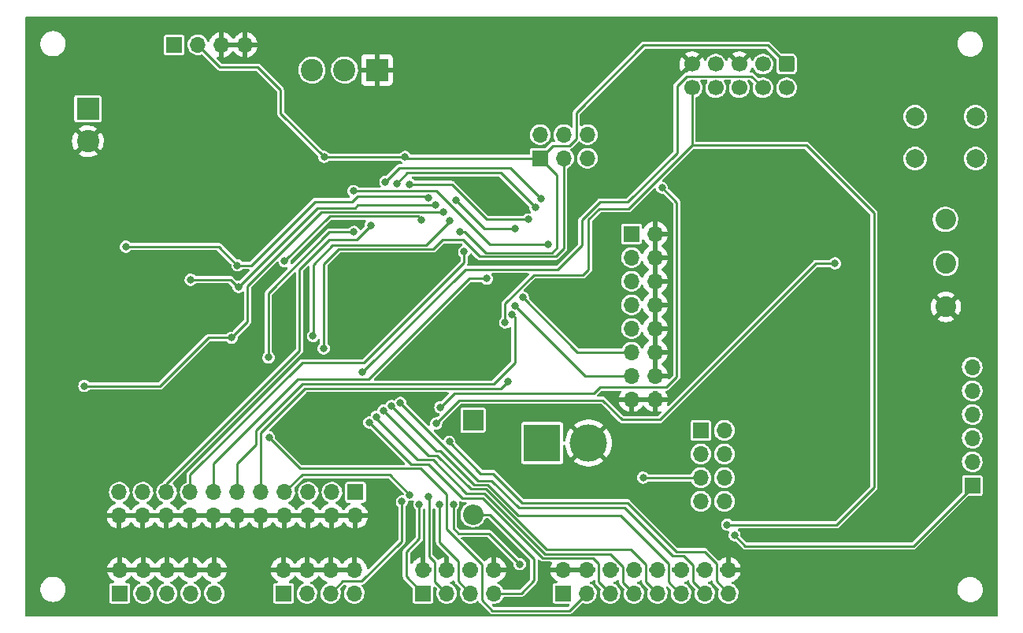
<source format=gbl>
%TF.GenerationSoftware,KiCad,Pcbnew,6.0.7-f9a2dced07~116~ubuntu20.04.1*%
%TF.CreationDate,2023-02-02T12:22:43+01:00*%
%TF.ProjectId,MoleNet_V5.2.2,4d6f6c65-4e65-4745-9f56-352e322e322e,1*%
%TF.SameCoordinates,Original*%
%TF.FileFunction,Copper,L2,Bot*%
%TF.FilePolarity,Positive*%
%FSLAX46Y46*%
G04 Gerber Fmt 4.6, Leading zero omitted, Abs format (unit mm)*
G04 Created by KiCad (PCBNEW 6.0.7-f9a2dced07~116~ubuntu20.04.1) date 2023-02-02 12:22:43*
%MOMM*%
%LPD*%
G01*
G04 APERTURE LIST*
G04 Aperture macros list*
%AMRoundRect*
0 Rectangle with rounded corners*
0 $1 Rounding radius*
0 $2 $3 $4 $5 $6 $7 $8 $9 X,Y pos of 4 corners*
0 Add a 4 corners polygon primitive as box body*
4,1,4,$2,$3,$4,$5,$6,$7,$8,$9,$2,$3,0*
0 Add four circle primitives for the rounded corners*
1,1,$1+$1,$2,$3*
1,1,$1+$1,$4,$5*
1,1,$1+$1,$6,$7*
1,1,$1+$1,$8,$9*
0 Add four rect primitives between the rounded corners*
20,1,$1+$1,$2,$3,$4,$5,0*
20,1,$1+$1,$4,$5,$6,$7,0*
20,1,$1+$1,$6,$7,$8,$9,0*
20,1,$1+$1,$8,$9,$2,$3,0*%
G04 Aperture macros list end*
%TA.AperFunction,ComponentPad*%
%ADD10R,1.700000X1.700000*%
%TD*%
%TA.AperFunction,ComponentPad*%
%ADD11O,1.700000X1.700000*%
%TD*%
%TA.AperFunction,ComponentPad*%
%ADD12RoundRect,0.250000X-0.600000X0.600000X-0.600000X-0.600000X0.600000X-0.600000X0.600000X0.600000X0*%
%TD*%
%TA.AperFunction,ComponentPad*%
%ADD13C,1.700000*%
%TD*%
%TA.AperFunction,ComponentPad*%
%ADD14R,2.200000X2.200000*%
%TD*%
%TA.AperFunction,ComponentPad*%
%ADD15O,2.200000X2.200000*%
%TD*%
%TA.AperFunction,ComponentPad*%
%ADD16R,2.400000X2.400000*%
%TD*%
%TA.AperFunction,ComponentPad*%
%ADD17C,2.400000*%
%TD*%
%TA.AperFunction,ComponentPad*%
%ADD18R,4.000000X4.000000*%
%TD*%
%TA.AperFunction,ComponentPad*%
%ADD19C,4.000000*%
%TD*%
%TA.AperFunction,ComponentPad*%
%ADD20C,2.000000*%
%TD*%
%TA.AperFunction,ComponentPad*%
%ADD21C,2.224000*%
%TD*%
%TA.AperFunction,ViaPad*%
%ADD22C,0.800000*%
%TD*%
%TA.AperFunction,Conductor*%
%ADD23C,0.254000*%
%TD*%
G04 APERTURE END LIST*
D10*
%TO.P,J8,1,Pin_1*%
%TO.N,RFM_MISO*%
X166141400Y-103489600D03*
D11*
%TO.P,J8,2,Pin_2*%
%TO.N,RFM_MISO_ON*%
X168681400Y-103489600D03*
%TO.P,J8,3,Pin_3*%
%TO.N,RFM_MOSI*%
X166141400Y-106029600D03*
%TO.P,J8,4,Pin_4*%
%TO.N,RFM_MOSI_ON*%
X168681400Y-106029600D03*
%TO.P,J8,5,Pin_5*%
%TO.N,RFM_SCK*%
X166141400Y-108569600D03*
%TO.P,J8,6,Pin_6*%
%TO.N,RFM_SCK_ON*%
X168681400Y-108569600D03*
%TO.P,J8,7,Pin_7*%
%TO.N,RFM_CS*%
X166141400Y-111109600D03*
%TO.P,J8,8,Pin_8*%
%TO.N,RFM_CS_ON*%
X168681400Y-111109600D03*
%TD*%
D12*
%TO.P,J1,1,Pin_1*%
%TO.N,+3V3*%
X175361600Y-64144500D03*
D13*
%TO.P,J1,2,Pin_2*%
%TO.N,SWDIO*%
X175361600Y-66684500D03*
%TO.P,J1,3,Pin_3*%
%TO.N,unconnected-(J1-Pad3)*%
X172821600Y-64144500D03*
%TO.P,J1,4,Pin_4*%
%TO.N,SWCLK*%
X172821600Y-66684500D03*
%TO.P,J1,5,Pin_5*%
%TO.N,GND*%
X170281600Y-64144500D03*
%TO.P,J1,6,Pin_6*%
%TO.N,unconnected-(J1-Pad6)*%
X170281600Y-66684500D03*
%TO.P,J1,7,Pin_7*%
%TO.N,unconnected-(J1-Pad7)*%
X167741600Y-64144500D03*
%TO.P,J1,8,Pin_8*%
%TO.N,unconnected-(J1-Pad8)*%
X167741600Y-66684500D03*
%TO.P,J1,9,Pin_9*%
%TO.N,GND*%
X165201600Y-64144500D03*
%TO.P,J1,10,Pin_10*%
%TO.N,NRST*%
X165201600Y-66684500D03*
%TD*%
D10*
%TO.P,J9,1,Pin_1*%
%TO.N,PC5*%
X158692600Y-82379400D03*
D11*
%TO.P,J9,2,Pin_2*%
%TO.N,GND*%
X161232600Y-82379400D03*
%TO.P,J9,3,Pin_3*%
%TO.N,PC4*%
X158692600Y-84919400D03*
%TO.P,J9,4,Pin_4*%
%TO.N,GND*%
X161232600Y-84919400D03*
%TO.P,J9,5,Pin_5*%
%TO.N,PA1*%
X158692600Y-87459400D03*
%TO.P,J9,6,Pin_6*%
%TO.N,GND*%
X161232600Y-87459400D03*
%TO.P,J9,7,Pin_7*%
%TO.N,PA0*%
X158692600Y-89999400D03*
%TO.P,J9,8,Pin_8*%
%TO.N,GND*%
X161232600Y-89999400D03*
%TO.P,J9,9,Pin_9*%
%TO.N,PC3*%
X158692600Y-92539400D03*
%TO.P,J9,10,Pin_10*%
%TO.N,GND*%
X161232600Y-92539400D03*
%TO.P,J9,11,Pin_11*%
%TO.N,PC2*%
X158692600Y-95079400D03*
%TO.P,J9,12,Pin_12*%
%TO.N,GND*%
X161232600Y-95079400D03*
%TO.P,J9,13,Pin_13*%
%TO.N,PC1*%
X158692600Y-97619400D03*
%TO.P,J9,14,Pin_14*%
%TO.N,GND*%
X161232600Y-97619400D03*
%TO.P,J9,15,Pin_15*%
X158692600Y-100159400D03*
%TO.P,J9,16,Pin_16*%
X161232600Y-100159400D03*
%TD*%
D14*
%TO.P,D3,1,K*%
%TO.N,VBAT*%
X141660800Y-102362000D03*
D15*
%TO.P,D3,2,A*%
%TO.N,+3V3*%
X141660800Y-112522000D03*
%TD*%
D10*
%TO.P,J10,1,Pin_1*%
%TO.N,+3V3*%
X129032000Y-110129400D03*
D11*
%TO.P,J10,2,Pin_2*%
%TO.N,GND*%
X129032000Y-112669400D03*
%TO.P,J10,3,Pin_3*%
%TO.N,+3V3*%
X126492000Y-110129400D03*
%TO.P,J10,4,Pin_4*%
%TO.N,GND*%
X126492000Y-112669400D03*
%TO.P,J10,5,Pin_5*%
%TO.N,+3V3*%
X123952000Y-110129400D03*
%TO.P,J10,6,Pin_6*%
%TO.N,GND*%
X123952000Y-112669400D03*
%TO.P,J10,7,Pin_7*%
%TO.N,PB4*%
X121412000Y-110129400D03*
%TO.P,J10,8,Pin_8*%
%TO.N,GND*%
X121412000Y-112669400D03*
%TO.P,J10,9,Pin_9*%
%TO.N,PC13*%
X118872000Y-110129400D03*
%TO.P,J10,10,Pin_10*%
%TO.N,GND*%
X118872000Y-112669400D03*
%TO.P,J10,11,Pin_11*%
%TO.N,PC0*%
X116332000Y-110129400D03*
%TO.P,J10,12,Pin_12*%
%TO.N,GND*%
X116332000Y-112669400D03*
%TO.P,J10,13,Pin_13*%
%TO.N,USART2_Tx*%
X113792000Y-110129400D03*
%TO.P,J10,14,Pin_14*%
%TO.N,GND*%
X113792000Y-112669400D03*
%TO.P,J10,15,Pin_15*%
%TO.N,USART2_Rx*%
X111252000Y-110129400D03*
%TO.P,J10,16,Pin_16*%
%TO.N,GND*%
X111252000Y-112669400D03*
%TO.P,J10,17,Pin_17*%
%TO.N,PB2*%
X108712000Y-110129400D03*
%TO.P,J10,18,Pin_18*%
%TO.N,GND*%
X108712000Y-112669400D03*
%TO.P,J10,19,Pin_19*%
%TO.N,PB10*%
X106172000Y-110129400D03*
%TO.P,J10,20,Pin_20*%
%TO.N,GND*%
X106172000Y-112669400D03*
%TO.P,J10,21,Pin_21*%
%TO.N,PC8*%
X103632000Y-110129400D03*
%TO.P,J10,22,Pin_22*%
%TO.N,GND*%
X103632000Y-112669400D03*
%TD*%
D16*
%TO.P,J14,1,Pin_1*%
%TO.N,+12V*%
X100258800Y-68935600D03*
D17*
%TO.P,J14,2,Pin_2*%
%TO.N,GND*%
X100258800Y-72435600D03*
%TD*%
D16*
%TO.P,J17,1,Pin_1*%
%TO.N,GND*%
X131343400Y-64770000D03*
D17*
%TO.P,J17,2,Pin_2*%
%TO.N,Net-(J17-Pad2)*%
X127843400Y-64770000D03*
%TO.P,J17,3,Pin_3*%
%TO.N,+12V*%
X124343400Y-64770000D03*
%TD*%
D10*
%TO.P,J3,1,Pin_1*%
%TO.N,PB12*%
X103682800Y-120980200D03*
D11*
%TO.P,J3,2,Pin_10*%
%TO.N,GND*%
X103682800Y-118440200D03*
%TO.P,J3,3,Pin_2*%
%TO.N,PB13*%
X106222800Y-120980200D03*
%TO.P,J3,4,Pin_9*%
%TO.N,GND*%
X106222800Y-118440200D03*
%TO.P,J3,5,Pin_3*%
%TO.N,PB14*%
X108762800Y-120980200D03*
%TO.P,J3,6,Pin_8*%
%TO.N,GND*%
X108762800Y-118440200D03*
%TO.P,J3,7,Pin_4*%
%TO.N,PB15*%
X111302800Y-120980200D03*
%TO.P,J3,8,Pin_7*%
%TO.N,GND*%
X111302800Y-118440200D03*
%TO.P,J3,9,Pin_5*%
%TO.N,+3V3*%
X113842800Y-120980200D03*
%TO.P,J3,10,Pin_6*%
%TO.N,GND*%
X113842800Y-118440200D03*
%TD*%
D10*
%TO.P,J13,1,Pin_1*%
%TO.N,+12V*%
X109529800Y-62077600D03*
D11*
%TO.P,J13,2,Pin_2*%
%TO.N,+3V3*%
X112069800Y-62077600D03*
%TO.P,J13,3,Pin_3*%
%TO.N,GND*%
X114609800Y-62077600D03*
%TO.P,J13,4,Pin_4*%
X117149800Y-62077600D03*
%TD*%
D10*
%TO.P,J2,1,Pin_1*%
%TO.N,PA8*%
X121261133Y-120980200D03*
D11*
%TO.P,J2,2,Pin_5*%
%TO.N,GND*%
X121261133Y-118440200D03*
%TO.P,J2,3,Pin_2*%
%TO.N,PA9*%
X123801133Y-120980200D03*
%TO.P,J2,4,Pin_6*%
%TO.N,GND*%
X123801133Y-118440200D03*
%TO.P,J2,5,Pin_3*%
%TO.N,PB3*%
X126341133Y-120980200D03*
%TO.P,J2,6,Pin_7*%
%TO.N,GND*%
X126341133Y-118440200D03*
%TO.P,J2,7,Pin_4*%
%TO.N,+3V3*%
X128881133Y-120980200D03*
%TO.P,J2,8,Pin_8*%
%TO.N,GND*%
X128881133Y-118440200D03*
%TD*%
D10*
%TO.P,J12,1,Pin_1*%
%TO.N,PB5*%
X136289466Y-120980200D03*
D11*
%TO.P,J12,2,Pin_5*%
%TO.N,GND*%
X136289466Y-118440200D03*
%TO.P,J12,3,Pin_2*%
%TO.N,PB6*%
X138829466Y-120980200D03*
%TO.P,J12,4,Pin_6*%
%TO.N,GND*%
X138829466Y-118440200D03*
%TO.P,J12,5,Pin_3*%
%TO.N,PB7*%
X141369466Y-120980200D03*
%TO.P,J12,6,Pin_7*%
%TO.N,GND*%
X141369466Y-118440200D03*
%TO.P,J12,7,Pin_4*%
%TO.N,+3V3*%
X143909466Y-120980200D03*
%TO.P,J12,8,Pin_8*%
%TO.N,GND*%
X143909466Y-118440200D03*
%TD*%
D18*
%TO.P,C3,1*%
%TO.N,Net-(C3-Pad1)*%
X149087200Y-104837600D03*
D19*
%TO.P,C3,2*%
%TO.N,GND*%
X154087200Y-104837600D03*
%TD*%
D20*
%TO.P,SW2,1,1*%
%TO.N,NRST*%
X189185400Y-69784400D03*
X195685400Y-69784400D03*
%TO.P,SW2,2,2*%
%TO.N,Net-(R2-Pad2)*%
X189185400Y-74284400D03*
X195685400Y-74284400D03*
%TD*%
D21*
%TO.P,SW1,1,A*%
%TO.N,GND*%
X192511600Y-90221800D03*
%TO.P,SW1,2,B*%
%TO.N,Net-(R1-Pad2)*%
X192511600Y-85521800D03*
%TO.P,SW1,3,C*%
%TO.N,+3V3*%
X192451600Y-80821800D03*
%TD*%
D10*
%TO.P,J16,1,Pin_1*%
%TO.N,Net-(J16-Pad1)*%
X195331000Y-109397800D03*
D11*
%TO.P,J16,2,Pin_2*%
%TO.N,Net-(J16-Pad2)*%
X195331000Y-106857800D03*
%TO.P,J16,3,Pin_3*%
%TO.N,Net-(J16-Pad3)*%
X195331000Y-104317800D03*
%TO.P,J16,4,Pin_4*%
%TO.N,Net-(J16-Pad4)*%
X195331000Y-101777800D03*
%TO.P,J16,5,Pin_5*%
%TO.N,Net-(J16-Pad5)*%
X195331000Y-99237800D03*
%TO.P,J16,6,Pin_6*%
%TO.N,Net-(J16-Pad6)*%
X195331000Y-96697800D03*
%TD*%
D10*
%TO.P,J4,1,Pin_1*%
%TO.N,PB8*%
X151317800Y-120980200D03*
D11*
%TO.P,J4,2,Pin_2*%
%TO.N,GND*%
X151317800Y-118440200D03*
%TO.P,J4,3,Pin_3*%
%TO.N,PC9*%
X153857800Y-120980200D03*
%TO.P,J4,4,Pin_4*%
%TO.N,GND*%
X153857800Y-118440200D03*
%TO.P,J4,5,Pin_5*%
%TO.N,PA15*%
X156397800Y-120980200D03*
%TO.P,J4,6,Pin_6*%
%TO.N,GND*%
X156397800Y-118440200D03*
%TO.P,J4,7,Pin_7*%
%TO.N,PC10*%
X158937800Y-120980200D03*
%TO.P,J4,8,Pin_8*%
%TO.N,GND*%
X158937800Y-118440200D03*
%TO.P,J4,9,Pin_9*%
%TO.N,PC11*%
X161477800Y-120980200D03*
%TO.P,J4,10,Pin_10*%
%TO.N,GND*%
X161477800Y-118440200D03*
%TO.P,J4,11,Pin_11*%
%TO.N,PC12*%
X164017800Y-120980200D03*
%TO.P,J4,12,Pin_12*%
%TO.N,GND*%
X164017800Y-118440200D03*
%TO.P,J4,13,Pin_13*%
%TO.N,PD2*%
X166557800Y-120980200D03*
%TO.P,J4,14,Pin_14*%
%TO.N,GND*%
X166557800Y-118440200D03*
%TO.P,J4,15,Pin_15*%
%TO.N,PB9*%
X169097800Y-120980200D03*
%TO.P,J4,16,Pin_16*%
%TO.N,GND*%
X169097800Y-118440200D03*
%TD*%
D10*
%TO.P,J5,1,Pin_1*%
%TO.N,+3V3*%
X148869400Y-74244200D03*
D11*
%TO.P,J5,2,Pin_4*%
%TO.N,Power_Led*%
X148869400Y-71704200D03*
%TO.P,J5,3,Pin_2*%
%TO.N,SWDIO*%
X151409400Y-74244200D03*
%TO.P,J5,4,Pin_5*%
%TO.N,SWD_LED*%
X151409400Y-71704200D03*
%TO.P,J5,5,Pin_3*%
%TO.N,PB8*%
X153949400Y-74244200D03*
%TO.P,J5,6,Pin_6*%
%TO.N,PB8_LED*%
X153949400Y-71704200D03*
%TD*%
D22*
%TO.N,NRST*%
X168986200Y-113614200D03*
X145110200Y-91897200D03*
%TO.N,GND*%
X179982400Y-108354600D03*
X115910000Y-89200000D03*
X140716000Y-76631800D03*
X132400000Y-91100000D03*
X175742600Y-83870800D03*
X111920000Y-89050000D03*
X181330600Y-121589800D03*
X127990600Y-101854000D03*
X103022400Y-61595000D03*
X99060000Y-78028800D03*
X183184800Y-118541800D03*
X135200000Y-88050000D03*
X137363200Y-64465200D03*
X139217400Y-61417200D03*
X100076000Y-100914200D03*
X111900000Y-91610000D03*
X127500000Y-89800000D03*
X117779800Y-81305400D03*
X128225000Y-86325000D03*
X181836600Y-105306600D03*
X98221800Y-103962200D03*
X104825800Y-64668400D03*
X97205800Y-81076800D03*
X127584200Y-81305400D03*
X129794000Y-104927400D03*
X173939200Y-80797400D03*
X141020800Y-64490600D03*
X180340000Y-95427800D03*
X183640000Y-108380000D03*
X139125000Y-91750000D03*
X178536600Y-92354400D03*
X136325000Y-94800000D03*
X172085000Y-83845400D03*
X101879400Y-103987600D03*
X184988200Y-121615200D03*
X126136400Y-104902000D03*
X100863400Y-81102200D03*
X101168200Y-64643000D03*
X142875000Y-79050000D03*
X176682400Y-95402400D03*
%TO.N,+3V3*%
X134366000Y-74117200D03*
X140225000Y-82125000D03*
X125653800Y-74117200D03*
%TO.N,+3.3VA*%
X149775000Y-83525000D03*
X128803400Y-77774800D03*
%TO.N,SWDIO*%
X125603000Y-94665800D03*
%TO.N,SWCLK*%
X129794000Y-97256600D03*
%TO.N,PB3*%
X134010400Y-111125000D03*
%TO.N,PB4*%
X134874000Y-110388400D03*
%TO.N,PB8*%
X139537500Y-111455200D03*
X161975800Y-77419200D03*
X146685000Y-117856000D03*
X138150600Y-100990400D03*
%TO.N,PC9*%
X119725000Y-104225000D03*
%TO.N,PA15*%
X130505200Y-102641400D03*
%TO.N,PC10*%
X131284109Y-102015056D03*
%TO.N,PC11*%
X132032231Y-101352244D03*
%TO.N,PC12*%
X132897730Y-100852327D03*
%TO.N,PD2*%
X133841584Y-100523470D03*
%TO.N,PB9*%
X139115800Y-104698800D03*
%TO.N,RFM_SCK*%
X159950000Y-108550000D03*
X148361400Y-79552800D03*
X133457314Y-76981686D03*
%TO.N,RFM_CS*%
X148945600Y-78562200D03*
X132232400Y-76784200D03*
%TO.N,PC4*%
X146200000Y-81775000D03*
X139852400Y-78740000D03*
%TO.N,PC5*%
X134874000Y-77048300D03*
X147575000Y-80825000D03*
%TO.N,PC0*%
X145865200Y-91038836D03*
%TO.N,PC1*%
X146155321Y-90082366D03*
%TO.N,PC13*%
X145440400Y-98221800D03*
%TO.N,PB2*%
X130657600Y-81442500D03*
%TO.N,PB10*%
X128854200Y-82169000D03*
X119675000Y-95650000D03*
%TO.N,SD_CS*%
X138455400Y-80035400D03*
X115697000Y-93522800D03*
X99871300Y-98704400D03*
%TO.N,SD_MOSI*%
X136094700Y-80848200D03*
X121412000Y-85318600D03*
%TO.N,SD_SCK*%
X111302800Y-87299800D03*
X116433600Y-88061800D03*
X137615500Y-79273400D03*
%TO.N,SD_MISO*%
X116332000Y-85750400D03*
X104343200Y-83743800D03*
X136829800Y-78501300D03*
%TO.N,PB6*%
X136906000Y-110591600D03*
%TO.N,PB7*%
X138049000Y-111480600D03*
%TO.N,PB5*%
X135890000Y-111429800D03*
%TO.N,Net-(J16-Pad1)*%
X169773600Y-114731800D03*
%TO.N,USART2_Rx*%
X140700000Y-84300000D03*
%TO.N,BOOT0*%
X180568600Y-85547200D03*
X137693400Y-102743000D03*
%TO.N,PC2*%
X147015200Y-89204800D03*
%TO.N,USART2_Tx*%
X143150000Y-87175000D03*
%TO.N,DIR_Out*%
X124460000Y-93345000D03*
X139166600Y-81000600D03*
%TD*%
D23*
%TO.N,NRST*%
X168986200Y-113614200D02*
X180746400Y-113614200D01*
X145110200Y-89865200D02*
X148209000Y-86766400D01*
X154076400Y-80822800D02*
X155219400Y-79679800D01*
X154076400Y-86182200D02*
X154076400Y-80822800D01*
X184759600Y-80137000D02*
X177495200Y-72872600D01*
X148209000Y-86766400D02*
X153492200Y-86766400D01*
X165201600Y-72872600D02*
X165201600Y-66684500D01*
X177495200Y-72872600D02*
X165201600Y-72872600D01*
X158394400Y-79679800D02*
X165201600Y-72872600D01*
X184759600Y-109601000D02*
X184759600Y-80137000D01*
X180746400Y-113614200D02*
X184759600Y-109601000D01*
X153492200Y-86766400D02*
X154076400Y-86182200D01*
X155219400Y-79679800D02*
X158394400Y-79679800D01*
X145110200Y-91897200D02*
X145110200Y-89865200D01*
%TO.N,+3V3*%
X148209000Y-119608600D02*
X146837400Y-120980200D01*
X140225000Y-82125000D02*
X140800000Y-82125000D01*
X114457400Y-64465200D02*
X112069800Y-62077600D01*
X141660800Y-112522000D02*
X143459200Y-112522000D01*
X134493000Y-74244200D02*
X148869400Y-74244200D01*
X150672800Y-76047600D02*
X148869400Y-74244200D01*
X152010400Y-72881200D02*
X152772400Y-72119200D01*
X150150000Y-84400000D02*
X150672800Y-83877200D01*
X120954800Y-66929000D02*
X118491000Y-64465200D01*
X152772400Y-69350600D02*
X160020000Y-62103000D01*
X173320100Y-62103000D02*
X175361600Y-64144500D01*
X150672800Y-83877200D02*
X150672800Y-76047600D01*
X143075000Y-84400000D02*
X150150000Y-84400000D01*
X125653800Y-74117200D02*
X120954800Y-69418200D01*
X134366000Y-74117200D02*
X134493000Y-74244200D01*
X150232400Y-72881200D02*
X152010400Y-72881200D01*
X120954800Y-69418200D02*
X120954800Y-66929000D01*
X160020000Y-62103000D02*
X173320100Y-62103000D01*
X140800000Y-82125000D02*
X143075000Y-84400000D01*
X146837400Y-120980200D02*
X143909466Y-120980200D01*
X148869400Y-74244200D02*
X150232400Y-72881200D01*
X125653800Y-74117200D02*
X134366000Y-74117200D01*
X118491000Y-64465200D02*
X114457400Y-64465200D01*
X152772400Y-72119200D02*
X152772400Y-69350600D01*
X148209000Y-117271800D02*
X148209000Y-119608600D01*
X143459200Y-112522000D02*
X148209000Y-117271800D01*
%TO.N,+3.3VA*%
X137718800Y-77774800D02*
X128803400Y-77774800D01*
X143469000Y-83525000D02*
X137718800Y-77774800D01*
X149775000Y-83525000D02*
X143469000Y-83525000D01*
%TO.N,SWDIO*%
X138350000Y-83025000D02*
X140586185Y-83025000D01*
X140586185Y-83025000D02*
X142342185Y-84781000D01*
X137377200Y-83997800D02*
X138350000Y-83025000D01*
X127228600Y-83997800D02*
X137377200Y-83997800D01*
X150569000Y-84781000D02*
X151409400Y-83940600D01*
X151409400Y-83940600D02*
X151409400Y-74244200D01*
X142342185Y-84781000D02*
X150569000Y-84781000D01*
X125603000Y-94665800D02*
X125603000Y-85623400D01*
X125603000Y-85623400D02*
X127228600Y-83997800D01*
%TO.N,SWCLK*%
X153365200Y-83591400D02*
X153365200Y-80897604D01*
X150756600Y-86200000D02*
X153365200Y-83591400D01*
X163601400Y-73660000D02*
X163601400Y-66471800D01*
X153365200Y-80897604D02*
X155319604Y-78943200D01*
X164642800Y-65430400D02*
X171567500Y-65430400D01*
X140850600Y-86200000D02*
X150756600Y-86200000D01*
X129794000Y-97256600D02*
X140850600Y-86200000D01*
X158318200Y-78943200D02*
X163601400Y-73660000D01*
X163601400Y-66471800D02*
X164642800Y-65430400D01*
X171567500Y-65430400D02*
X172821600Y-66684500D01*
X155319604Y-78943200D02*
X158318200Y-78943200D01*
%TO.N,PB3*%
X129692400Y-119684800D02*
X127636533Y-119684800D01*
X133991036Y-111144364D02*
X133991036Y-115386164D01*
X127636533Y-119684800D02*
X126341133Y-120980200D01*
X133991036Y-115386164D02*
X129692400Y-119684800D01*
%TO.N,PB4*%
X132715000Y-108229400D02*
X123312000Y-108229400D01*
X134874000Y-110388400D02*
X132715000Y-108229400D01*
X123312000Y-108229400D02*
X121412000Y-110129400D01*
%TO.N,PB8*%
X163576000Y-78994000D02*
X163576000Y-97688400D01*
X161975800Y-77419200D02*
X162001200Y-77419200D01*
X139674600Y-99466400D02*
X138150600Y-100990400D01*
X163576000Y-97688400D02*
X162433000Y-98831400D01*
X161518600Y-98831400D02*
X155295600Y-98831400D01*
X162001200Y-77419200D02*
X163576000Y-78994000D01*
X154660600Y-99466400D02*
X139674600Y-99466400D01*
X146685000Y-117856000D02*
X143383000Y-114554000D01*
X139535500Y-111457200D02*
X139537500Y-111455200D01*
X155295600Y-98831400D02*
X154660600Y-99466400D01*
X140106400Y-114554000D02*
X139535500Y-113983100D01*
X139535500Y-113983100D02*
X139535500Y-111457200D01*
X162433000Y-98831400D02*
X161518600Y-98831400D01*
X143383000Y-114554000D02*
X140106400Y-114554000D01*
%TO.N,PC9*%
X119725000Y-104250000D02*
X123044000Y-107569000D01*
X119725000Y-104225000D02*
X119725000Y-104250000D01*
X123044000Y-107569000D02*
X136017000Y-107569000D01*
X142621000Y-121716800D02*
X143738600Y-122834400D01*
X152003600Y-122834400D02*
X153857800Y-120980200D01*
X142621000Y-117906800D02*
X142621000Y-121716800D01*
X138811000Y-110363000D02*
X138811000Y-114096800D01*
X143738600Y-122834400D02*
X152003600Y-122834400D01*
X138811000Y-114096800D02*
X142621000Y-117906800D01*
X136017000Y-107569000D02*
X138811000Y-110363000D01*
%TO.N,PA15*%
X155194000Y-119776400D02*
X156397800Y-120980200D01*
X134959800Y-107096000D02*
X136839400Y-107096000D01*
X154581200Y-117192400D02*
X155194000Y-117805200D01*
X155194000Y-117805200D02*
X155194000Y-119776400D01*
X136839400Y-107096000D02*
X140512800Y-110769400D01*
X130505200Y-102641400D02*
X134959800Y-107096000D01*
X142748000Y-110769400D02*
X149171000Y-117192400D01*
X149171000Y-117192400D02*
X154581200Y-117192400D01*
X140512800Y-110769400D02*
X142748000Y-110769400D01*
%TO.N,PC10*%
X157760800Y-118111400D02*
X157760800Y-118927730D01*
X135699600Y-106642000D02*
X137350600Y-106642000D01*
X142856652Y-110236000D02*
X149359052Y-116738400D01*
X140944600Y-110236000D02*
X142856652Y-110236000D01*
X137350600Y-106642000D02*
X140944600Y-110236000D01*
X131284109Y-102226509D02*
X135699600Y-106642000D01*
X156387800Y-116738400D02*
X157760800Y-118111400D01*
X157760800Y-118927730D02*
X157762800Y-118929730D01*
X149359052Y-116738400D02*
X156387800Y-116738400D01*
X157762800Y-119805200D02*
X158937800Y-120980200D01*
X131284109Y-102015056D02*
X131284109Y-102226509D01*
X157762800Y-118929730D02*
X157762800Y-119805200D01*
%TO.N,PC11*%
X132032231Y-101352244D02*
X136867987Y-106188000D01*
X160223200Y-117906800D02*
X160223200Y-119725600D01*
X149547104Y-116284400D02*
X156575853Y-116284400D01*
X136867987Y-106188000D02*
X137807800Y-106188000D01*
X160223200Y-119725600D02*
X161477800Y-120980200D01*
X156579853Y-116288400D02*
X158604800Y-116288400D01*
X158604800Y-116288400D02*
X160223200Y-117906800D01*
X137807800Y-106188000D02*
X141401800Y-109782000D01*
X141401800Y-109782000D02*
X143044704Y-109782000D01*
X143044704Y-109782000D02*
X149547104Y-116284400D01*
X156575853Y-116284400D02*
X156579853Y-116288400D01*
%TO.N,PC12*%
X132897730Y-100852327D02*
X137709403Y-105664000D01*
X141816600Y-109330000D02*
X143231928Y-109330000D01*
X162652800Y-119752200D02*
X163880800Y-120980200D01*
X162652800Y-117771000D02*
X162652800Y-119752200D01*
X143231928Y-109330000D02*
X146550928Y-112649000D01*
X163880800Y-120980200D02*
X164017800Y-120980200D01*
X157530800Y-112649000D02*
X162652800Y-117771000D01*
X138150600Y-105664000D02*
X141816600Y-109330000D01*
X146550928Y-112649000D02*
X157530800Y-112649000D01*
X137709403Y-105664000D02*
X138150600Y-105664000D01*
%TO.N,PD2*%
X133841584Y-100523470D02*
X142198114Y-108880000D01*
X146608800Y-111810800D02*
X157988000Y-111810800D01*
X164338000Y-116967000D02*
X165303200Y-117932200D01*
X142198114Y-108880000D02*
X143678000Y-108880000D01*
X163144200Y-116967000D02*
X164338000Y-116967000D01*
X165303200Y-117932200D02*
X165303200Y-119725600D01*
X165303200Y-119725600D02*
X166557800Y-120980200D01*
X143678000Y-108880000D02*
X146608800Y-111810800D01*
X157988000Y-111810800D02*
X163144200Y-116967000D01*
%TO.N,PB9*%
X167817800Y-119700200D02*
X169097800Y-120980200D01*
X163507000Y-116513000D02*
X158246000Y-111252000D01*
X167817800Y-117779800D02*
X167817800Y-119700200D01*
X166547800Y-116509800D02*
X166544600Y-116513000D01*
X139115800Y-104698800D02*
X139115800Y-104724200D01*
X139115800Y-104724200D02*
X142494000Y-108102400D01*
X142494000Y-108102400D02*
X143814800Y-108102400D01*
X143814800Y-108102400D02*
X146964400Y-111252000D01*
X158246000Y-111252000D02*
X158242000Y-111252000D01*
X166547800Y-116509800D02*
X167817800Y-117779800D01*
X146964400Y-111252000D02*
X158242000Y-111252000D01*
X166544600Y-116513000D02*
X163507000Y-116513000D01*
%TO.N,RFM_SCK*%
X159969600Y-108569600D02*
X166141400Y-108569600D01*
X159950000Y-108550000D02*
X159969600Y-108569600D01*
X148361400Y-79552800D02*
X144627600Y-75819000D01*
X134620000Y-75819000D02*
X133457314Y-76981686D01*
X144627600Y-75819000D02*
X134620000Y-75819000D01*
%TO.N,RFM_CS*%
X133733500Y-75283100D02*
X132232400Y-76784200D01*
X145666500Y-75283100D02*
X133733500Y-75283100D01*
X148945600Y-78562200D02*
X145666500Y-75283100D01*
%TO.N,PC4*%
X146200000Y-81775000D02*
X142887400Y-81775000D01*
X142887400Y-81775000D02*
X139852400Y-78740000D01*
%TO.N,PC5*%
X147575000Y-80825000D02*
X143131200Y-80825000D01*
X143131200Y-80825000D02*
X139369800Y-77063600D01*
X139369800Y-77063600D02*
X134889300Y-77063600D01*
X134889300Y-77063600D02*
X134874000Y-77048300D01*
%TO.N,PC0*%
X143865600Y-98526600D02*
X146151600Y-96240600D01*
X116332000Y-107018000D02*
X118300000Y-105050000D01*
X146151600Y-91325236D02*
X145865200Y-91038836D01*
X116332000Y-110129400D02*
X116332000Y-107018000D01*
X118300000Y-103525000D02*
X123298400Y-98526600D01*
X146151600Y-96240600D02*
X146151600Y-91325236D01*
X118300000Y-105050000D02*
X118300000Y-103525000D01*
X123298400Y-98526600D02*
X143865600Y-98526600D01*
%TO.N,PC1*%
X153702600Y-97619400D02*
X158692600Y-97619400D01*
X146165566Y-90082366D02*
X153702600Y-97619400D01*
X146155321Y-90082366D02*
X146165566Y-90082366D01*
%TO.N,PC13*%
X144678400Y-98983800D02*
X123591200Y-98983800D01*
X118872000Y-103703000D02*
X118872000Y-110129400D01*
X123591200Y-98983800D02*
X118872000Y-103703000D01*
X145440400Y-98221800D02*
X144678400Y-98983800D01*
%TO.N,PB2*%
X123012200Y-94912800D02*
X108712000Y-109213000D01*
X130657600Y-81442500D02*
X129118300Y-82981800D01*
X126212600Y-82981800D02*
X123012200Y-86182200D01*
X123012200Y-86182200D02*
X123012200Y-94912800D01*
X108712000Y-109213000D02*
X108712000Y-110129400D01*
X129118300Y-82981800D02*
X126212600Y-82981800D01*
%TO.N,PB10*%
X119675000Y-95650000D02*
X119675000Y-88732000D01*
X126238000Y-82169000D02*
X128854200Y-82169000D01*
X119675000Y-88732000D02*
X126238000Y-82169000D01*
%TO.N,SD_CS*%
X108026200Y-98704400D02*
X113207800Y-93522800D01*
X115697000Y-93522800D02*
X117424200Y-91795600D01*
X99871300Y-98704400D02*
X108026200Y-98704400D01*
X125377600Y-80032200D02*
X138452200Y-80032200D01*
X138452200Y-80032200D02*
X138455400Y-80035400D01*
X117424200Y-91795600D02*
X117424200Y-87985600D01*
X117424200Y-87985600D02*
X125377600Y-80032200D01*
X113207800Y-93522800D02*
X115697000Y-93522800D01*
%TO.N,SD_MOSI*%
X135732700Y-80486200D02*
X136094700Y-80848200D01*
X121412000Y-85318600D02*
X126244400Y-80486200D01*
X126244400Y-80486200D02*
X135732700Y-80486200D01*
%TO.N,SD_SCK*%
X111302800Y-87299800D02*
X115595400Y-87299800D01*
X129267653Y-79273400D02*
X137615500Y-79273400D01*
X124917200Y-79578200D02*
X128962853Y-79578200D01*
X128962853Y-79578200D02*
X129267653Y-79273400D01*
X115595400Y-87299800D02*
X116306600Y-88011000D01*
X116433600Y-88061800D02*
X124917200Y-79578200D01*
X116306600Y-88011000D02*
X116357400Y-88061800D01*
%TO.N,SD_MISO*%
X129216000Y-78359000D02*
X128682600Y-78892400D01*
X117805200Y-85750400D02*
X116332000Y-85750400D01*
X104343200Y-83743800D02*
X114325400Y-83743800D01*
X136687500Y-78359000D02*
X129216000Y-78359000D01*
X114325400Y-83743800D02*
X116332000Y-85750400D01*
X128682600Y-78892400D02*
X124663200Y-78892400D01*
X124663200Y-78892400D02*
X117805200Y-85750400D01*
X136829800Y-78501300D02*
X136687500Y-78359000D01*
%TO.N,PB6*%
X136931400Y-110617000D02*
X136931400Y-117017800D01*
X136931400Y-117017800D02*
X137566400Y-117652800D01*
X137566400Y-119717134D02*
X138829466Y-120980200D01*
X137566400Y-117652800D02*
X137566400Y-119717134D01*
X136906000Y-110591600D02*
X136931400Y-110617000D01*
%TO.N,PB7*%
X140081000Y-119691734D02*
X141369466Y-120980200D01*
X140081000Y-117525800D02*
X140081000Y-119691734D01*
X138049000Y-115493800D02*
X140081000Y-117525800D01*
X138049000Y-111480600D02*
X138049000Y-115493800D01*
%TO.N,PB5*%
X135890000Y-115112800D02*
X134493000Y-116509800D01*
X134493000Y-119183734D02*
X136289466Y-120980200D01*
X134493000Y-116509800D02*
X134493000Y-119183734D01*
X135890000Y-111429800D02*
X135890000Y-115112800D01*
%TO.N,Net-(J16-Pad1)*%
X189001400Y-115900200D02*
X195331000Y-109570600D01*
X195331000Y-109570600D02*
X195331000Y-109397800D01*
X169773600Y-114731800D02*
X170942000Y-115900200D01*
X170942000Y-115900200D02*
X189001400Y-115900200D01*
%TO.N,USART2_Rx*%
X123275000Y-96225000D02*
X111252000Y-108248000D01*
X129950000Y-96225000D02*
X123275000Y-96225000D01*
X140700000Y-85475000D02*
X129950000Y-96225000D01*
X111252000Y-108248000D02*
X111252000Y-110129400D01*
X140700000Y-84300000D02*
X140700000Y-85475000D01*
%TO.N,BOOT0*%
X157686600Y-102336600D02*
X161721800Y-102336600D01*
X155578400Y-100228400D02*
X157686600Y-102336600D01*
X137693400Y-102730300D02*
X140195300Y-100228400D01*
X137693400Y-102743000D02*
X137693400Y-102730300D01*
X140195300Y-100228400D02*
X155578400Y-100228400D01*
X161721800Y-102336600D02*
X178511200Y-85547200D01*
X178511200Y-85547200D02*
X180568600Y-85547200D01*
%TO.N,PC2*%
X147015200Y-89204800D02*
X152889800Y-95079400D01*
X152889800Y-95079400D02*
X158692600Y-95079400D01*
%TO.N,USART2_Tx*%
X141250000Y-87175000D02*
X130425000Y-98000000D01*
X130425000Y-98000000D02*
X122825000Y-98000000D01*
X143150000Y-87175000D02*
X141250000Y-87175000D01*
X113792000Y-107033000D02*
X113792000Y-110129400D01*
X122825000Y-98000000D02*
X113792000Y-107033000D01*
%TO.N,DIR_Out*%
X124475000Y-85710000D02*
X126568200Y-83616800D01*
X136575800Y-83616800D02*
X139166600Y-81026000D01*
X139166600Y-81026000D02*
X139166600Y-81000600D01*
X124475000Y-93330000D02*
X124475000Y-85710000D01*
X126568200Y-83616800D02*
X136575800Y-83616800D01*
X124460000Y-93345000D02*
X124475000Y-93330000D01*
%TD*%
%TA.AperFunction,Conductor*%
%TO.N,GND*%
G36*
X197984621Y-59028902D02*
G01*
X198031114Y-59082558D01*
X198042500Y-59134900D01*
X198042500Y-123373900D01*
X198022498Y-123442021D01*
X197968842Y-123488514D01*
X197916500Y-123499900D01*
X93677500Y-123499900D01*
X93609379Y-123479898D01*
X93562886Y-123426242D01*
X93551500Y-123373900D01*
X93551500Y-120484364D01*
X95141712Y-120484364D01*
X95150336Y-120714069D01*
X95197539Y-120939037D01*
X95202328Y-120951164D01*
X95257155Y-121089994D01*
X95281972Y-121152836D01*
X95294369Y-121173266D01*
X95383557Y-121320242D01*
X95401221Y-121349352D01*
X95404716Y-121353380D01*
X95404717Y-121353381D01*
X95530737Y-121498605D01*
X95551876Y-121522966D01*
X95566328Y-121534816D01*
X95725501Y-121665331D01*
X95725507Y-121665335D01*
X95729629Y-121668715D01*
X95734265Y-121671354D01*
X95734268Y-121671356D01*
X95852036Y-121738393D01*
X95929398Y-121782430D01*
X96045869Y-121824707D01*
X96140456Y-121859041D01*
X96140460Y-121859042D01*
X96145471Y-121860861D01*
X96150720Y-121861810D01*
X96150723Y-121861811D01*
X96230571Y-121876249D01*
X96371669Y-121901764D01*
X96375808Y-121901959D01*
X96375815Y-121901960D01*
X96394270Y-121902830D01*
X96394277Y-121902830D01*
X96395758Y-121902900D01*
X96557312Y-121902900D01*
X96637044Y-121896135D01*
X96723333Y-121888813D01*
X96723337Y-121888812D01*
X96728644Y-121888362D01*
X96733799Y-121887024D01*
X96733805Y-121887023D01*
X96945968Y-121831956D01*
X96945967Y-121831956D01*
X96951139Y-121830614D01*
X97107645Y-121760113D01*
X97155862Y-121738393D01*
X97155865Y-121738392D01*
X97160723Y-121736203D01*
X97351403Y-121607830D01*
X97356015Y-121603431D01*
X97513871Y-121452843D01*
X97517728Y-121449164D01*
X97530554Y-121431926D01*
X97594024Y-121346618D01*
X97654942Y-121264742D01*
X97667957Y-121239145D01*
X97756702Y-121064594D01*
X97756702Y-121064593D01*
X97759120Y-121059838D01*
X97827285Y-120840311D01*
X97853421Y-120643119D01*
X97856788Y-120617719D01*
X97856788Y-120617716D01*
X97857488Y-120612436D01*
X97855359Y-120555715D01*
X97850018Y-120413462D01*
X97848864Y-120382731D01*
X97821307Y-120251394D01*
X97802758Y-120162990D01*
X97802757Y-120162987D01*
X97801661Y-120157763D01*
X97756368Y-120043074D01*
X97719191Y-119948934D01*
X97719190Y-119948931D01*
X97717228Y-119943964D01*
X97646924Y-119828106D01*
X97600747Y-119752009D01*
X97600745Y-119752006D01*
X97597979Y-119747448D01*
X97593743Y-119742566D01*
X97450824Y-119577867D01*
X97450822Y-119577865D01*
X97447324Y-119573834D01*
X97374803Y-119514370D01*
X97273699Y-119431469D01*
X97273693Y-119431465D01*
X97269571Y-119428085D01*
X97264935Y-119425446D01*
X97264932Y-119425444D01*
X97074445Y-119317013D01*
X97074446Y-119317013D01*
X97069802Y-119314370D01*
X96923705Y-119261339D01*
X96858744Y-119237759D01*
X96858740Y-119237758D01*
X96853729Y-119235939D01*
X96848480Y-119234990D01*
X96848477Y-119234989D01*
X96762101Y-119219370D01*
X96627531Y-119195036D01*
X96623392Y-119194841D01*
X96623385Y-119194840D01*
X96604930Y-119193970D01*
X96604923Y-119193970D01*
X96603442Y-119193900D01*
X96441888Y-119193900D01*
X96362156Y-119200665D01*
X96275867Y-119207987D01*
X96275863Y-119207988D01*
X96270556Y-119208438D01*
X96265401Y-119209776D01*
X96265395Y-119209777D01*
X96114665Y-119248899D01*
X96048061Y-119266186D01*
X95913033Y-119327012D01*
X95843338Y-119358407D01*
X95843335Y-119358408D01*
X95838477Y-119360597D01*
X95647797Y-119488970D01*
X95481472Y-119647636D01*
X95478289Y-119651913D01*
X95478289Y-119651914D01*
X95426507Y-119721512D01*
X95344258Y-119832058D01*
X95341842Y-119836809D01*
X95341840Y-119836813D01*
X95255305Y-120007016D01*
X95240080Y-120036962D01*
X95220448Y-120100187D01*
X95177663Y-120237979D01*
X95171915Y-120256489D01*
X95171214Y-120261778D01*
X95152811Y-120400628D01*
X95141712Y-120484364D01*
X93551500Y-120484364D01*
X93551500Y-118708166D01*
X102351057Y-118708166D01*
X102381365Y-118842646D01*
X102384445Y-118852475D01*
X102464570Y-119049803D01*
X102469213Y-119058994D01*
X102580494Y-119240588D01*
X102586577Y-119248899D01*
X102726013Y-119409867D01*
X102733380Y-119417083D01*
X102897234Y-119553116D01*
X102905681Y-119559031D01*
X103045805Y-119640913D01*
X103094529Y-119692552D01*
X103107600Y-119762335D01*
X103080869Y-119828106D01*
X103022822Y-119868985D01*
X102982236Y-119875701D01*
X102807734Y-119875701D01*
X102771982Y-119882812D01*
X102745674Y-119888044D01*
X102745672Y-119888045D01*
X102733499Y-119890466D01*
X102723179Y-119897361D01*
X102723178Y-119897362D01*
X102681148Y-119925446D01*
X102649316Y-119946716D01*
X102593066Y-120030899D01*
X102578300Y-120105133D01*
X102578301Y-121855266D01*
X102584884Y-121888362D01*
X102589936Y-121913762D01*
X102593066Y-121929501D01*
X102599961Y-121939820D01*
X102599962Y-121939822D01*
X102640316Y-122000215D01*
X102649316Y-122013684D01*
X102733499Y-122069934D01*
X102807733Y-122084700D01*
X103682658Y-122084700D01*
X104557866Y-122084699D01*
X104593618Y-122077588D01*
X104619926Y-122072356D01*
X104619928Y-122072355D01*
X104632101Y-122069934D01*
X104642421Y-122063039D01*
X104642422Y-122063038D01*
X104705968Y-122020577D01*
X104716284Y-122013684D01*
X104772534Y-121929501D01*
X104787300Y-121855267D01*
X104787299Y-120105134D01*
X104779575Y-120066300D01*
X104774956Y-120043074D01*
X104774955Y-120043072D01*
X104772534Y-120030899D01*
X104762135Y-120015335D01*
X104723177Y-119957032D01*
X104716284Y-119946716D01*
X104632101Y-119890466D01*
X104557867Y-119875700D01*
X104383134Y-119875700D01*
X104315013Y-119855698D01*
X104268520Y-119802042D01*
X104258416Y-119731768D01*
X104287910Y-119667188D01*
X104327702Y-119636548D01*
X104375900Y-119612936D01*
X104384745Y-119607664D01*
X104558128Y-119483992D01*
X104566000Y-119477339D01*
X104716852Y-119327012D01*
X104723530Y-119319165D01*
X104850822Y-119142019D01*
X104851947Y-119142827D01*
X104899469Y-119099076D01*
X104969407Y-119086861D01*
X105034846Y-119114397D01*
X105062670Y-119146228D01*
X105120490Y-119240583D01*
X105126577Y-119248899D01*
X105266013Y-119409867D01*
X105273380Y-119417083D01*
X105437234Y-119553116D01*
X105445681Y-119559031D01*
X105629556Y-119666479D01*
X105638842Y-119670929D01*
X105787924Y-119727857D01*
X105844427Y-119770844D01*
X105868720Y-119837555D01*
X105853090Y-119906810D01*
X105802499Y-119956621D01*
X105786585Y-119963779D01*
X105745263Y-119979024D01*
X105740302Y-119981976D01*
X105740301Y-119981976D01*
X105732206Y-119986792D01*
X105570810Y-120082812D01*
X105566470Y-120086618D01*
X105566466Y-120086621D01*
X105425516Y-120210232D01*
X105418192Y-120216655D01*
X105292520Y-120376069D01*
X105289831Y-120381180D01*
X105289829Y-120381183D01*
X105276873Y-120405809D01*
X105198003Y-120555715D01*
X105137807Y-120749578D01*
X105113948Y-120951164D01*
X105127224Y-121153722D01*
X105128645Y-121159318D01*
X105128646Y-121159323D01*
X105161871Y-121290142D01*
X105177192Y-121350469D01*
X105179609Y-121355712D01*
X105259759Y-121529571D01*
X105262177Y-121534816D01*
X105265510Y-121539532D01*
X105374758Y-121694115D01*
X105379333Y-121700589D01*
X105524738Y-121842235D01*
X105529542Y-121845445D01*
X105583306Y-121881369D01*
X105693520Y-121955012D01*
X105698823Y-121957290D01*
X105698826Y-121957292D01*
X105820603Y-122009611D01*
X105880028Y-122035142D01*
X105917571Y-122043637D01*
X106072379Y-122078667D01*
X106072384Y-122078668D01*
X106078016Y-122079942D01*
X106083787Y-122080169D01*
X106083789Y-122080169D01*
X106143556Y-122082517D01*
X106280853Y-122087912D01*
X106388148Y-122072355D01*
X106476031Y-122059613D01*
X106476036Y-122059612D01*
X106481745Y-122058784D01*
X106487209Y-122056929D01*
X106487214Y-122056928D01*
X106668493Y-121995392D01*
X106668498Y-121995390D01*
X106673965Y-121993534D01*
X106679087Y-121990666D01*
X106756084Y-121947545D01*
X106851076Y-121894347D01*
X106856248Y-121890046D01*
X107002713Y-121768231D01*
X107007145Y-121764545D01*
X107064263Y-121695869D01*
X107133253Y-121612918D01*
X107133255Y-121612915D01*
X107136947Y-121608476D01*
X107236134Y-121431365D01*
X107237990Y-121425898D01*
X107237992Y-121425893D01*
X107299528Y-121244614D01*
X107299529Y-121244609D01*
X107301384Y-121239145D01*
X107302212Y-121233436D01*
X107302213Y-121233431D01*
X107329979Y-121041927D01*
X107330512Y-121038253D01*
X107332032Y-120980200D01*
X107313458Y-120778059D01*
X107311890Y-120772499D01*
X107259925Y-120588246D01*
X107259924Y-120588244D01*
X107258357Y-120582687D01*
X107248055Y-120561795D01*
X107171131Y-120405809D01*
X107168576Y-120400628D01*
X107047120Y-120237979D01*
X106898058Y-120100187D01*
X106893175Y-120097106D01*
X106893171Y-120097103D01*
X106731264Y-119994948D01*
X106726381Y-119991867D01*
X106654414Y-119963155D01*
X106598555Y-119919334D01*
X106575255Y-119852269D01*
X106591911Y-119783254D01*
X106643236Y-119734200D01*
X106664898Y-119725439D01*
X106715052Y-119710392D01*
X106724642Y-119706633D01*
X106915895Y-119612939D01*
X106924745Y-119607664D01*
X107098128Y-119483992D01*
X107106000Y-119477339D01*
X107256852Y-119327012D01*
X107263530Y-119319165D01*
X107390822Y-119142019D01*
X107391947Y-119142827D01*
X107439469Y-119099076D01*
X107509407Y-119086861D01*
X107574846Y-119114397D01*
X107602670Y-119146228D01*
X107660490Y-119240583D01*
X107666577Y-119248899D01*
X107806013Y-119409867D01*
X107813380Y-119417083D01*
X107977234Y-119553116D01*
X107985681Y-119559031D01*
X108169556Y-119666479D01*
X108178842Y-119670929D01*
X108327924Y-119727857D01*
X108384427Y-119770844D01*
X108408720Y-119837555D01*
X108393090Y-119906810D01*
X108342499Y-119956621D01*
X108326585Y-119963779D01*
X108285263Y-119979024D01*
X108280302Y-119981976D01*
X108280301Y-119981976D01*
X108272206Y-119986792D01*
X108110810Y-120082812D01*
X108106470Y-120086618D01*
X108106466Y-120086621D01*
X107965516Y-120210232D01*
X107958192Y-120216655D01*
X107832520Y-120376069D01*
X107829831Y-120381180D01*
X107829829Y-120381183D01*
X107816873Y-120405809D01*
X107738003Y-120555715D01*
X107677807Y-120749578D01*
X107653948Y-120951164D01*
X107667224Y-121153722D01*
X107668645Y-121159318D01*
X107668646Y-121159323D01*
X107701871Y-121290142D01*
X107717192Y-121350469D01*
X107719609Y-121355712D01*
X107799759Y-121529571D01*
X107802177Y-121534816D01*
X107805510Y-121539532D01*
X107914758Y-121694115D01*
X107919333Y-121700589D01*
X108064738Y-121842235D01*
X108069542Y-121845445D01*
X108123306Y-121881369D01*
X108233520Y-121955012D01*
X108238823Y-121957290D01*
X108238826Y-121957292D01*
X108360603Y-122009611D01*
X108420028Y-122035142D01*
X108457571Y-122043637D01*
X108612379Y-122078667D01*
X108612384Y-122078668D01*
X108618016Y-122079942D01*
X108623787Y-122080169D01*
X108623789Y-122080169D01*
X108683556Y-122082517D01*
X108820853Y-122087912D01*
X108928148Y-122072355D01*
X109016031Y-122059613D01*
X109016036Y-122059612D01*
X109021745Y-122058784D01*
X109027209Y-122056929D01*
X109027214Y-122056928D01*
X109208493Y-121995392D01*
X109208498Y-121995390D01*
X109213965Y-121993534D01*
X109219087Y-121990666D01*
X109296084Y-121947545D01*
X109391076Y-121894347D01*
X109396248Y-121890046D01*
X109542713Y-121768231D01*
X109547145Y-121764545D01*
X109604263Y-121695869D01*
X109673253Y-121612918D01*
X109673255Y-121612915D01*
X109676947Y-121608476D01*
X109776134Y-121431365D01*
X109777990Y-121425898D01*
X109777992Y-121425893D01*
X109839528Y-121244614D01*
X109839529Y-121244609D01*
X109841384Y-121239145D01*
X109842212Y-121233436D01*
X109842213Y-121233431D01*
X109869979Y-121041927D01*
X109870512Y-121038253D01*
X109872032Y-120980200D01*
X109853458Y-120778059D01*
X109851890Y-120772499D01*
X109799925Y-120588246D01*
X109799924Y-120588244D01*
X109798357Y-120582687D01*
X109788055Y-120561795D01*
X109711131Y-120405809D01*
X109708576Y-120400628D01*
X109587120Y-120237979D01*
X109438058Y-120100187D01*
X109433175Y-120097106D01*
X109433171Y-120097103D01*
X109271264Y-119994948D01*
X109266381Y-119991867D01*
X109194414Y-119963155D01*
X109138555Y-119919334D01*
X109115255Y-119852269D01*
X109131911Y-119783254D01*
X109183236Y-119734200D01*
X109204898Y-119725439D01*
X109255052Y-119710392D01*
X109264642Y-119706633D01*
X109455895Y-119612939D01*
X109464745Y-119607664D01*
X109638128Y-119483992D01*
X109646000Y-119477339D01*
X109796852Y-119327012D01*
X109803530Y-119319165D01*
X109930822Y-119142019D01*
X109931947Y-119142827D01*
X109979469Y-119099076D01*
X110049407Y-119086861D01*
X110114846Y-119114397D01*
X110142670Y-119146228D01*
X110200490Y-119240583D01*
X110206577Y-119248899D01*
X110346013Y-119409867D01*
X110353380Y-119417083D01*
X110517234Y-119553116D01*
X110525681Y-119559031D01*
X110709556Y-119666479D01*
X110718842Y-119670929D01*
X110867924Y-119727857D01*
X110924427Y-119770844D01*
X110948720Y-119837555D01*
X110933090Y-119906810D01*
X110882499Y-119956621D01*
X110866585Y-119963779D01*
X110825263Y-119979024D01*
X110820302Y-119981976D01*
X110820301Y-119981976D01*
X110812206Y-119986792D01*
X110650810Y-120082812D01*
X110646470Y-120086618D01*
X110646466Y-120086621D01*
X110505516Y-120210232D01*
X110498192Y-120216655D01*
X110372520Y-120376069D01*
X110369831Y-120381180D01*
X110369829Y-120381183D01*
X110356873Y-120405809D01*
X110278003Y-120555715D01*
X110217807Y-120749578D01*
X110193948Y-120951164D01*
X110207224Y-121153722D01*
X110208645Y-121159318D01*
X110208646Y-121159323D01*
X110241871Y-121290142D01*
X110257192Y-121350469D01*
X110259609Y-121355712D01*
X110339759Y-121529571D01*
X110342177Y-121534816D01*
X110345510Y-121539532D01*
X110454758Y-121694115D01*
X110459333Y-121700589D01*
X110604738Y-121842235D01*
X110609542Y-121845445D01*
X110663306Y-121881369D01*
X110773520Y-121955012D01*
X110778823Y-121957290D01*
X110778826Y-121957292D01*
X110900603Y-122009611D01*
X110960028Y-122035142D01*
X110997571Y-122043637D01*
X111152379Y-122078667D01*
X111152384Y-122078668D01*
X111158016Y-122079942D01*
X111163787Y-122080169D01*
X111163789Y-122080169D01*
X111223556Y-122082517D01*
X111360853Y-122087912D01*
X111468148Y-122072355D01*
X111556031Y-122059613D01*
X111556036Y-122059612D01*
X111561745Y-122058784D01*
X111567209Y-122056929D01*
X111567214Y-122056928D01*
X111748493Y-121995392D01*
X111748498Y-121995390D01*
X111753965Y-121993534D01*
X111759087Y-121990666D01*
X111836084Y-121947545D01*
X111931076Y-121894347D01*
X111936248Y-121890046D01*
X112082713Y-121768231D01*
X112087145Y-121764545D01*
X112144263Y-121695869D01*
X112213253Y-121612918D01*
X112213255Y-121612915D01*
X112216947Y-121608476D01*
X112316134Y-121431365D01*
X112317990Y-121425898D01*
X112317992Y-121425893D01*
X112379528Y-121244614D01*
X112379529Y-121244609D01*
X112381384Y-121239145D01*
X112382212Y-121233436D01*
X112382213Y-121233431D01*
X112409979Y-121041927D01*
X112410512Y-121038253D01*
X112412032Y-120980200D01*
X112393458Y-120778059D01*
X112391890Y-120772499D01*
X112339925Y-120588246D01*
X112339924Y-120588244D01*
X112338357Y-120582687D01*
X112328055Y-120561795D01*
X112251131Y-120405809D01*
X112248576Y-120400628D01*
X112127120Y-120237979D01*
X111978058Y-120100187D01*
X111973175Y-120097106D01*
X111973171Y-120097103D01*
X111811264Y-119994948D01*
X111806381Y-119991867D01*
X111734414Y-119963155D01*
X111678555Y-119919334D01*
X111655255Y-119852269D01*
X111671911Y-119783254D01*
X111723236Y-119734200D01*
X111744898Y-119725439D01*
X111795052Y-119710392D01*
X111804642Y-119706633D01*
X111995895Y-119612939D01*
X112004745Y-119607664D01*
X112178128Y-119483992D01*
X112186000Y-119477339D01*
X112336852Y-119327012D01*
X112343530Y-119319165D01*
X112470822Y-119142019D01*
X112471947Y-119142827D01*
X112519469Y-119099076D01*
X112589407Y-119086861D01*
X112654846Y-119114397D01*
X112682670Y-119146228D01*
X112740490Y-119240583D01*
X112746577Y-119248899D01*
X112886013Y-119409867D01*
X112893380Y-119417083D01*
X113057234Y-119553116D01*
X113065681Y-119559031D01*
X113249556Y-119666479D01*
X113258842Y-119670929D01*
X113407924Y-119727857D01*
X113464427Y-119770844D01*
X113488720Y-119837555D01*
X113473090Y-119906810D01*
X113422499Y-119956621D01*
X113406585Y-119963779D01*
X113365263Y-119979024D01*
X113360302Y-119981976D01*
X113360301Y-119981976D01*
X113352206Y-119986792D01*
X113190810Y-120082812D01*
X113186470Y-120086618D01*
X113186466Y-120086621D01*
X113045516Y-120210232D01*
X113038192Y-120216655D01*
X112912520Y-120376069D01*
X112909831Y-120381180D01*
X112909829Y-120381183D01*
X112896873Y-120405809D01*
X112818003Y-120555715D01*
X112757807Y-120749578D01*
X112733948Y-120951164D01*
X112747224Y-121153722D01*
X112748645Y-121159318D01*
X112748646Y-121159323D01*
X112781871Y-121290142D01*
X112797192Y-121350469D01*
X112799609Y-121355712D01*
X112879759Y-121529571D01*
X112882177Y-121534816D01*
X112885510Y-121539532D01*
X112994758Y-121694115D01*
X112999333Y-121700589D01*
X113144738Y-121842235D01*
X113149542Y-121845445D01*
X113203306Y-121881369D01*
X113313520Y-121955012D01*
X113318823Y-121957290D01*
X113318826Y-121957292D01*
X113440603Y-122009611D01*
X113500028Y-122035142D01*
X113537571Y-122043637D01*
X113692379Y-122078667D01*
X113692384Y-122078668D01*
X113698016Y-122079942D01*
X113703787Y-122080169D01*
X113703789Y-122080169D01*
X113763556Y-122082517D01*
X113900853Y-122087912D01*
X114008148Y-122072355D01*
X114096031Y-122059613D01*
X114096036Y-122059612D01*
X114101745Y-122058784D01*
X114107209Y-122056929D01*
X114107214Y-122056928D01*
X114288493Y-121995392D01*
X114288498Y-121995390D01*
X114293965Y-121993534D01*
X114299087Y-121990666D01*
X114376084Y-121947545D01*
X114471076Y-121894347D01*
X114476248Y-121890046D01*
X114622713Y-121768231D01*
X114627145Y-121764545D01*
X114684263Y-121695869D01*
X114753253Y-121612918D01*
X114753255Y-121612915D01*
X114756947Y-121608476D01*
X114856134Y-121431365D01*
X114857990Y-121425898D01*
X114857992Y-121425893D01*
X114919528Y-121244614D01*
X114919529Y-121244609D01*
X114921384Y-121239145D01*
X114922212Y-121233436D01*
X114922213Y-121233431D01*
X114949979Y-121041927D01*
X114950512Y-121038253D01*
X114952032Y-120980200D01*
X114933458Y-120778059D01*
X114931890Y-120772499D01*
X114879925Y-120588246D01*
X114879924Y-120588244D01*
X114878357Y-120582687D01*
X114868055Y-120561795D01*
X114791131Y-120405809D01*
X114788576Y-120400628D01*
X114667120Y-120237979D01*
X114518058Y-120100187D01*
X114513175Y-120097106D01*
X114513171Y-120097103D01*
X114351264Y-119994948D01*
X114346381Y-119991867D01*
X114274414Y-119963155D01*
X114218555Y-119919334D01*
X114195255Y-119852269D01*
X114211911Y-119783254D01*
X114263236Y-119734200D01*
X114284898Y-119725439D01*
X114335052Y-119710392D01*
X114344642Y-119706633D01*
X114535895Y-119612939D01*
X114544745Y-119607664D01*
X114718128Y-119483992D01*
X114726000Y-119477339D01*
X114876852Y-119327012D01*
X114883530Y-119319165D01*
X115007803Y-119146220D01*
X115013113Y-119137383D01*
X115107470Y-118946467D01*
X115111269Y-118936872D01*
X115173177Y-118733110D01*
X115175355Y-118723037D01*
X115176786Y-118712162D01*
X115174575Y-118697978D01*
X115161417Y-118694200D01*
X102366025Y-118694200D01*
X102352494Y-118698173D01*
X102351057Y-118708166D01*
X93551500Y-118708166D01*
X93551500Y-118174383D01*
X102347189Y-118174383D01*
X102348712Y-118182807D01*
X102361092Y-118186200D01*
X103410685Y-118186200D01*
X103425924Y-118181725D01*
X103427129Y-118180335D01*
X103428800Y-118172652D01*
X103428800Y-118168085D01*
X103936800Y-118168085D01*
X103941275Y-118183324D01*
X103942665Y-118184529D01*
X103950348Y-118186200D01*
X105950685Y-118186200D01*
X105965924Y-118181725D01*
X105967129Y-118180335D01*
X105968800Y-118172652D01*
X105968800Y-118168085D01*
X106476800Y-118168085D01*
X106481275Y-118183324D01*
X106482665Y-118184529D01*
X106490348Y-118186200D01*
X108490685Y-118186200D01*
X108505924Y-118181725D01*
X108507129Y-118180335D01*
X108508800Y-118172652D01*
X108508800Y-118168085D01*
X109016800Y-118168085D01*
X109021275Y-118183324D01*
X109022665Y-118184529D01*
X109030348Y-118186200D01*
X111030685Y-118186200D01*
X111045924Y-118181725D01*
X111047129Y-118180335D01*
X111048800Y-118172652D01*
X111048800Y-118168085D01*
X111556800Y-118168085D01*
X111561275Y-118183324D01*
X111562665Y-118184529D01*
X111570348Y-118186200D01*
X113570685Y-118186200D01*
X113585924Y-118181725D01*
X113587129Y-118180335D01*
X113588800Y-118172652D01*
X113588800Y-118168085D01*
X114096800Y-118168085D01*
X114101275Y-118183324D01*
X114102665Y-118184529D01*
X114110348Y-118186200D01*
X115161144Y-118186200D01*
X115174675Y-118182227D01*
X115175802Y-118174383D01*
X119925522Y-118174383D01*
X119927045Y-118182807D01*
X119939425Y-118186200D01*
X120989018Y-118186200D01*
X121004257Y-118181725D01*
X121005462Y-118180335D01*
X121007133Y-118172652D01*
X121007133Y-118168085D01*
X121515133Y-118168085D01*
X121519608Y-118183324D01*
X121520998Y-118184529D01*
X121528681Y-118186200D01*
X123529018Y-118186200D01*
X123544257Y-118181725D01*
X123545462Y-118180335D01*
X123547133Y-118172652D01*
X123547133Y-118168085D01*
X124055133Y-118168085D01*
X124059608Y-118183324D01*
X124060998Y-118184529D01*
X124068681Y-118186200D01*
X126069018Y-118186200D01*
X126084257Y-118181725D01*
X126085462Y-118180335D01*
X126087133Y-118172652D01*
X126087133Y-118168085D01*
X126595133Y-118168085D01*
X126599608Y-118183324D01*
X126600998Y-118184529D01*
X126608681Y-118186200D01*
X128609018Y-118186200D01*
X128624257Y-118181725D01*
X128625462Y-118180335D01*
X128627133Y-118172652D01*
X128627133Y-117123302D01*
X128623215Y-117109958D01*
X128608939Y-117107971D01*
X128570457Y-117113860D01*
X128560421Y-117116251D01*
X128358001Y-117182412D01*
X128348492Y-117186409D01*
X128159596Y-117284742D01*
X128150871Y-117290236D01*
X127980566Y-117418105D01*
X127972859Y-117424948D01*
X127825723Y-117578917D01*
X127819237Y-117586927D01*
X127714326Y-117740721D01*
X127659415Y-117785724D01*
X127588890Y-117793895D01*
X127525143Y-117762641D01*
X127504446Y-117738157D01*
X127423560Y-117613126D01*
X127417269Y-117604957D01*
X127273939Y-117447440D01*
X127266406Y-117440415D01*
X127099272Y-117308422D01*
X127090685Y-117302717D01*
X126904250Y-117199799D01*
X126894838Y-117195569D01*
X126694092Y-117124480D01*
X126684121Y-117121846D01*
X126612970Y-117109172D01*
X126599673Y-117110632D01*
X126595133Y-117125189D01*
X126595133Y-118168085D01*
X126087133Y-118168085D01*
X126087133Y-117123302D01*
X126083215Y-117109958D01*
X126068939Y-117107971D01*
X126030457Y-117113860D01*
X126020421Y-117116251D01*
X125818001Y-117182412D01*
X125808492Y-117186409D01*
X125619596Y-117284742D01*
X125610871Y-117290236D01*
X125440566Y-117418105D01*
X125432859Y-117424948D01*
X125285723Y-117578917D01*
X125279237Y-117586927D01*
X125174326Y-117740721D01*
X125119415Y-117785724D01*
X125048890Y-117793895D01*
X124985143Y-117762641D01*
X124964446Y-117738157D01*
X124883560Y-117613126D01*
X124877269Y-117604957D01*
X124733939Y-117447440D01*
X124726406Y-117440415D01*
X124559272Y-117308422D01*
X124550685Y-117302717D01*
X124364250Y-117199799D01*
X124354838Y-117195569D01*
X124154092Y-117124480D01*
X124144121Y-117121846D01*
X124072970Y-117109172D01*
X124059673Y-117110632D01*
X124055133Y-117125189D01*
X124055133Y-118168085D01*
X123547133Y-118168085D01*
X123547133Y-117123302D01*
X123543215Y-117109958D01*
X123528939Y-117107971D01*
X123490457Y-117113860D01*
X123480421Y-117116251D01*
X123278001Y-117182412D01*
X123268492Y-117186409D01*
X123079596Y-117284742D01*
X123070871Y-117290236D01*
X122900566Y-117418105D01*
X122892859Y-117424948D01*
X122745723Y-117578917D01*
X122739237Y-117586927D01*
X122634326Y-117740721D01*
X122579415Y-117785724D01*
X122508890Y-117793895D01*
X122445143Y-117762641D01*
X122424446Y-117738157D01*
X122343560Y-117613126D01*
X122337269Y-117604957D01*
X122193939Y-117447440D01*
X122186406Y-117440415D01*
X122019272Y-117308422D01*
X122010685Y-117302717D01*
X121824250Y-117199799D01*
X121814838Y-117195569D01*
X121614092Y-117124480D01*
X121604121Y-117121846D01*
X121532970Y-117109172D01*
X121519673Y-117110632D01*
X121515133Y-117125189D01*
X121515133Y-118168085D01*
X121007133Y-118168085D01*
X121007133Y-117123302D01*
X121003215Y-117109958D01*
X120988939Y-117107971D01*
X120950457Y-117113860D01*
X120940421Y-117116251D01*
X120738001Y-117182412D01*
X120728492Y-117186409D01*
X120539596Y-117284742D01*
X120530871Y-117290236D01*
X120360566Y-117418105D01*
X120352859Y-117424948D01*
X120205723Y-117578917D01*
X120199237Y-117586927D01*
X120079231Y-117762849D01*
X120074133Y-117771823D01*
X119984471Y-117964983D01*
X119980908Y-117974670D01*
X119925522Y-118174383D01*
X115175802Y-118174383D01*
X115175980Y-118173147D01*
X115134014Y-118006075D01*
X115130694Y-117996324D01*
X115045772Y-117801014D01*
X115040905Y-117791939D01*
X114925226Y-117613126D01*
X114918936Y-117604957D01*
X114775606Y-117447440D01*
X114768073Y-117440415D01*
X114600939Y-117308422D01*
X114592352Y-117302717D01*
X114405917Y-117199799D01*
X114396505Y-117195569D01*
X114195759Y-117124480D01*
X114185788Y-117121846D01*
X114114637Y-117109172D01*
X114101340Y-117110632D01*
X114096800Y-117125189D01*
X114096800Y-118168085D01*
X113588800Y-118168085D01*
X113588800Y-117123302D01*
X113584882Y-117109958D01*
X113570606Y-117107971D01*
X113532124Y-117113860D01*
X113522088Y-117116251D01*
X113319668Y-117182412D01*
X113310159Y-117186409D01*
X113121263Y-117284742D01*
X113112538Y-117290236D01*
X112942233Y-117418105D01*
X112934526Y-117424948D01*
X112787390Y-117578917D01*
X112780904Y-117586927D01*
X112675993Y-117740721D01*
X112621082Y-117785724D01*
X112550557Y-117793895D01*
X112486810Y-117762641D01*
X112466113Y-117738157D01*
X112385227Y-117613126D01*
X112378936Y-117604957D01*
X112235606Y-117447440D01*
X112228073Y-117440415D01*
X112060939Y-117308422D01*
X112052352Y-117302717D01*
X111865917Y-117199799D01*
X111856505Y-117195569D01*
X111655759Y-117124480D01*
X111645788Y-117121846D01*
X111574637Y-117109172D01*
X111561340Y-117110632D01*
X111556800Y-117125189D01*
X111556800Y-118168085D01*
X111048800Y-118168085D01*
X111048800Y-117123302D01*
X111044882Y-117109958D01*
X111030606Y-117107971D01*
X110992124Y-117113860D01*
X110982088Y-117116251D01*
X110779668Y-117182412D01*
X110770159Y-117186409D01*
X110581263Y-117284742D01*
X110572538Y-117290236D01*
X110402233Y-117418105D01*
X110394526Y-117424948D01*
X110247390Y-117578917D01*
X110240904Y-117586927D01*
X110135993Y-117740721D01*
X110081082Y-117785724D01*
X110010557Y-117793895D01*
X109946810Y-117762641D01*
X109926113Y-117738157D01*
X109845227Y-117613126D01*
X109838936Y-117604957D01*
X109695606Y-117447440D01*
X109688073Y-117440415D01*
X109520939Y-117308422D01*
X109512352Y-117302717D01*
X109325917Y-117199799D01*
X109316505Y-117195569D01*
X109115759Y-117124480D01*
X109105788Y-117121846D01*
X109034637Y-117109172D01*
X109021340Y-117110632D01*
X109016800Y-117125189D01*
X109016800Y-118168085D01*
X108508800Y-118168085D01*
X108508800Y-117123302D01*
X108504882Y-117109958D01*
X108490606Y-117107971D01*
X108452124Y-117113860D01*
X108442088Y-117116251D01*
X108239668Y-117182412D01*
X108230159Y-117186409D01*
X108041263Y-117284742D01*
X108032538Y-117290236D01*
X107862233Y-117418105D01*
X107854526Y-117424948D01*
X107707390Y-117578917D01*
X107700904Y-117586927D01*
X107595993Y-117740721D01*
X107541082Y-117785724D01*
X107470557Y-117793895D01*
X107406810Y-117762641D01*
X107386113Y-117738157D01*
X107305227Y-117613126D01*
X107298936Y-117604957D01*
X107155606Y-117447440D01*
X107148073Y-117440415D01*
X106980939Y-117308422D01*
X106972352Y-117302717D01*
X106785917Y-117199799D01*
X106776505Y-117195569D01*
X106575759Y-117124480D01*
X106565788Y-117121846D01*
X106494637Y-117109172D01*
X106481340Y-117110632D01*
X106476800Y-117125189D01*
X106476800Y-118168085D01*
X105968800Y-118168085D01*
X105968800Y-117123302D01*
X105964882Y-117109958D01*
X105950606Y-117107971D01*
X105912124Y-117113860D01*
X105902088Y-117116251D01*
X105699668Y-117182412D01*
X105690159Y-117186409D01*
X105501263Y-117284742D01*
X105492538Y-117290236D01*
X105322233Y-117418105D01*
X105314526Y-117424948D01*
X105167390Y-117578917D01*
X105160904Y-117586927D01*
X105055993Y-117740721D01*
X105001082Y-117785724D01*
X104930557Y-117793895D01*
X104866810Y-117762641D01*
X104846113Y-117738157D01*
X104765227Y-117613126D01*
X104758936Y-117604957D01*
X104615606Y-117447440D01*
X104608073Y-117440415D01*
X104440939Y-117308422D01*
X104432352Y-117302717D01*
X104245917Y-117199799D01*
X104236505Y-117195569D01*
X104035759Y-117124480D01*
X104025788Y-117121846D01*
X103954637Y-117109172D01*
X103941340Y-117110632D01*
X103936800Y-117125189D01*
X103936800Y-118168085D01*
X103428800Y-118168085D01*
X103428800Y-117123302D01*
X103424882Y-117109958D01*
X103410606Y-117107971D01*
X103372124Y-117113860D01*
X103362088Y-117116251D01*
X103159668Y-117182412D01*
X103150159Y-117186409D01*
X102961263Y-117284742D01*
X102952538Y-117290236D01*
X102782233Y-117418105D01*
X102774526Y-117424948D01*
X102627390Y-117578917D01*
X102620904Y-117586927D01*
X102500898Y-117762849D01*
X102495800Y-117771823D01*
X102406138Y-117964983D01*
X102402575Y-117974670D01*
X102347189Y-118174383D01*
X93551500Y-118174383D01*
X93551500Y-112937366D01*
X102300257Y-112937366D01*
X102330565Y-113071846D01*
X102333645Y-113081675D01*
X102413770Y-113279003D01*
X102418413Y-113288194D01*
X102529694Y-113469788D01*
X102535777Y-113478099D01*
X102675213Y-113639067D01*
X102682580Y-113646283D01*
X102846434Y-113782316D01*
X102854881Y-113788231D01*
X103038756Y-113895679D01*
X103048042Y-113900129D01*
X103247001Y-113976103D01*
X103256899Y-113978979D01*
X103360250Y-114000006D01*
X103374299Y-113998810D01*
X103378000Y-113988465D01*
X103378000Y-113987917D01*
X103886000Y-113987917D01*
X103890064Y-114001759D01*
X103903478Y-114003793D01*
X103910184Y-114002934D01*
X103920262Y-114000792D01*
X104124255Y-113939591D01*
X104133842Y-113935833D01*
X104325095Y-113842139D01*
X104333945Y-113836864D01*
X104507328Y-113713192D01*
X104515200Y-113706539D01*
X104666052Y-113556212D01*
X104672730Y-113548365D01*
X104800022Y-113371219D01*
X104801147Y-113372027D01*
X104848669Y-113328276D01*
X104918607Y-113316061D01*
X104984046Y-113343597D01*
X105011870Y-113375428D01*
X105069690Y-113469783D01*
X105075777Y-113478099D01*
X105215213Y-113639067D01*
X105222580Y-113646283D01*
X105386434Y-113782316D01*
X105394881Y-113788231D01*
X105578756Y-113895679D01*
X105588042Y-113900129D01*
X105787001Y-113976103D01*
X105796899Y-113978979D01*
X105900250Y-114000006D01*
X105914299Y-113998810D01*
X105918000Y-113988465D01*
X105918000Y-113987917D01*
X106426000Y-113987917D01*
X106430064Y-114001759D01*
X106443478Y-114003793D01*
X106450184Y-114002934D01*
X106460262Y-114000792D01*
X106664255Y-113939591D01*
X106673842Y-113935833D01*
X106865095Y-113842139D01*
X106873945Y-113836864D01*
X107047328Y-113713192D01*
X107055200Y-113706539D01*
X107206052Y-113556212D01*
X107212730Y-113548365D01*
X107340022Y-113371219D01*
X107341147Y-113372027D01*
X107388669Y-113328276D01*
X107458607Y-113316061D01*
X107524046Y-113343597D01*
X107551870Y-113375428D01*
X107609690Y-113469783D01*
X107615777Y-113478099D01*
X107755213Y-113639067D01*
X107762580Y-113646283D01*
X107926434Y-113782316D01*
X107934881Y-113788231D01*
X108118756Y-113895679D01*
X108128042Y-113900129D01*
X108327001Y-113976103D01*
X108336899Y-113978979D01*
X108440250Y-114000006D01*
X108454299Y-113998810D01*
X108458000Y-113988465D01*
X108458000Y-113987917D01*
X108966000Y-113987917D01*
X108970064Y-114001759D01*
X108983478Y-114003793D01*
X108990184Y-114002934D01*
X109000262Y-114000792D01*
X109204255Y-113939591D01*
X109213842Y-113935833D01*
X109405095Y-113842139D01*
X109413945Y-113836864D01*
X109587328Y-113713192D01*
X109595200Y-113706539D01*
X109746052Y-113556212D01*
X109752730Y-113548365D01*
X109880022Y-113371219D01*
X109881147Y-113372027D01*
X109928669Y-113328276D01*
X109998607Y-113316061D01*
X110064046Y-113343597D01*
X110091870Y-113375428D01*
X110149690Y-113469783D01*
X110155777Y-113478099D01*
X110295213Y-113639067D01*
X110302580Y-113646283D01*
X110466434Y-113782316D01*
X110474881Y-113788231D01*
X110658756Y-113895679D01*
X110668042Y-113900129D01*
X110867001Y-113976103D01*
X110876899Y-113978979D01*
X110980250Y-114000006D01*
X110994299Y-113998810D01*
X110998000Y-113988465D01*
X110998000Y-113987917D01*
X111506000Y-113987917D01*
X111510064Y-114001759D01*
X111523478Y-114003793D01*
X111530184Y-114002934D01*
X111540262Y-114000792D01*
X111744255Y-113939591D01*
X111753842Y-113935833D01*
X111945095Y-113842139D01*
X111953945Y-113836864D01*
X112127328Y-113713192D01*
X112135200Y-113706539D01*
X112286052Y-113556212D01*
X112292730Y-113548365D01*
X112420022Y-113371219D01*
X112421147Y-113372027D01*
X112468669Y-113328276D01*
X112538607Y-113316061D01*
X112604046Y-113343597D01*
X112631870Y-113375428D01*
X112689690Y-113469783D01*
X112695777Y-113478099D01*
X112835213Y-113639067D01*
X112842580Y-113646283D01*
X113006434Y-113782316D01*
X113014881Y-113788231D01*
X113198756Y-113895679D01*
X113208042Y-113900129D01*
X113407001Y-113976103D01*
X113416899Y-113978979D01*
X113520250Y-114000006D01*
X113534299Y-113998810D01*
X113538000Y-113988465D01*
X113538000Y-113987917D01*
X114046000Y-113987917D01*
X114050064Y-114001759D01*
X114063478Y-114003793D01*
X114070184Y-114002934D01*
X114080262Y-114000792D01*
X114284255Y-113939591D01*
X114293842Y-113935833D01*
X114485095Y-113842139D01*
X114493945Y-113836864D01*
X114667328Y-113713192D01*
X114675200Y-113706539D01*
X114826052Y-113556212D01*
X114832730Y-113548365D01*
X114960022Y-113371219D01*
X114961147Y-113372027D01*
X115008669Y-113328276D01*
X115078607Y-113316061D01*
X115144046Y-113343597D01*
X115171870Y-113375428D01*
X115229690Y-113469783D01*
X115235777Y-113478099D01*
X115375213Y-113639067D01*
X115382580Y-113646283D01*
X115546434Y-113782316D01*
X115554881Y-113788231D01*
X115738756Y-113895679D01*
X115748042Y-113900129D01*
X115947001Y-113976103D01*
X115956899Y-113978979D01*
X116060250Y-114000006D01*
X116074299Y-113998810D01*
X116078000Y-113988465D01*
X116078000Y-113987917D01*
X116586000Y-113987917D01*
X116590064Y-114001759D01*
X116603478Y-114003793D01*
X116610184Y-114002934D01*
X116620262Y-114000792D01*
X116824255Y-113939591D01*
X116833842Y-113935833D01*
X117025095Y-113842139D01*
X117033945Y-113836864D01*
X117207328Y-113713192D01*
X117215200Y-113706539D01*
X117366052Y-113556212D01*
X117372730Y-113548365D01*
X117500022Y-113371219D01*
X117501147Y-113372027D01*
X117548669Y-113328276D01*
X117618607Y-113316061D01*
X117684046Y-113343597D01*
X117711870Y-113375428D01*
X117769690Y-113469783D01*
X117775777Y-113478099D01*
X117915213Y-113639067D01*
X117922580Y-113646283D01*
X118086434Y-113782316D01*
X118094881Y-113788231D01*
X118278756Y-113895679D01*
X118288042Y-113900129D01*
X118487001Y-113976103D01*
X118496899Y-113978979D01*
X118600250Y-114000006D01*
X118614299Y-113998810D01*
X118618000Y-113988465D01*
X118618000Y-113987917D01*
X119126000Y-113987917D01*
X119130064Y-114001759D01*
X119143478Y-114003793D01*
X119150184Y-114002934D01*
X119160262Y-114000792D01*
X119364255Y-113939591D01*
X119373842Y-113935833D01*
X119565095Y-113842139D01*
X119573945Y-113836864D01*
X119747328Y-113713192D01*
X119755200Y-113706539D01*
X119906052Y-113556212D01*
X119912730Y-113548365D01*
X120040022Y-113371219D01*
X120041147Y-113372027D01*
X120088669Y-113328276D01*
X120158607Y-113316061D01*
X120224046Y-113343597D01*
X120251870Y-113375428D01*
X120309690Y-113469783D01*
X120315777Y-113478099D01*
X120455213Y-113639067D01*
X120462580Y-113646283D01*
X120626434Y-113782316D01*
X120634881Y-113788231D01*
X120818756Y-113895679D01*
X120828042Y-113900129D01*
X121027001Y-113976103D01*
X121036899Y-113978979D01*
X121140250Y-114000006D01*
X121154299Y-113998810D01*
X121158000Y-113988465D01*
X121158000Y-113987917D01*
X121666000Y-113987917D01*
X121670064Y-114001759D01*
X121683478Y-114003793D01*
X121690184Y-114002934D01*
X121700262Y-114000792D01*
X121904255Y-113939591D01*
X121913842Y-113935833D01*
X122105095Y-113842139D01*
X122113945Y-113836864D01*
X122287328Y-113713192D01*
X122295200Y-113706539D01*
X122446052Y-113556212D01*
X122452730Y-113548365D01*
X122580022Y-113371219D01*
X122581147Y-113372027D01*
X122628669Y-113328276D01*
X122698607Y-113316061D01*
X122764046Y-113343597D01*
X122791870Y-113375428D01*
X122849690Y-113469783D01*
X122855777Y-113478099D01*
X122995213Y-113639067D01*
X123002580Y-113646283D01*
X123166434Y-113782316D01*
X123174881Y-113788231D01*
X123358756Y-113895679D01*
X123368042Y-113900129D01*
X123567001Y-113976103D01*
X123576899Y-113978979D01*
X123680250Y-114000006D01*
X123694299Y-113998810D01*
X123698000Y-113988465D01*
X123698000Y-113987917D01*
X124206000Y-113987917D01*
X124210064Y-114001759D01*
X124223478Y-114003793D01*
X124230184Y-114002934D01*
X124240262Y-114000792D01*
X124444255Y-113939591D01*
X124453842Y-113935833D01*
X124645095Y-113842139D01*
X124653945Y-113836864D01*
X124827328Y-113713192D01*
X124835200Y-113706539D01*
X124986052Y-113556212D01*
X124992730Y-113548365D01*
X125120022Y-113371219D01*
X125121147Y-113372027D01*
X125168669Y-113328276D01*
X125238607Y-113316061D01*
X125304046Y-113343597D01*
X125331870Y-113375428D01*
X125389690Y-113469783D01*
X125395777Y-113478099D01*
X125535213Y-113639067D01*
X125542580Y-113646283D01*
X125706434Y-113782316D01*
X125714881Y-113788231D01*
X125898756Y-113895679D01*
X125908042Y-113900129D01*
X126107001Y-113976103D01*
X126116899Y-113978979D01*
X126220250Y-114000006D01*
X126234299Y-113998810D01*
X126238000Y-113988465D01*
X126238000Y-113987917D01*
X126746000Y-113987917D01*
X126750064Y-114001759D01*
X126763478Y-114003793D01*
X126770184Y-114002934D01*
X126780262Y-114000792D01*
X126984255Y-113939591D01*
X126993842Y-113935833D01*
X127185095Y-113842139D01*
X127193945Y-113836864D01*
X127367328Y-113713192D01*
X127375200Y-113706539D01*
X127526052Y-113556212D01*
X127532730Y-113548365D01*
X127660022Y-113371219D01*
X127661147Y-113372027D01*
X127708669Y-113328276D01*
X127778607Y-113316061D01*
X127844046Y-113343597D01*
X127871870Y-113375428D01*
X127929690Y-113469783D01*
X127935777Y-113478099D01*
X128075213Y-113639067D01*
X128082580Y-113646283D01*
X128246434Y-113782316D01*
X128254881Y-113788231D01*
X128438756Y-113895679D01*
X128448042Y-113900129D01*
X128647001Y-113976103D01*
X128656899Y-113978979D01*
X128760250Y-114000006D01*
X128774299Y-113998810D01*
X128778000Y-113988465D01*
X128778000Y-113987917D01*
X129286000Y-113987917D01*
X129290064Y-114001759D01*
X129303478Y-114003793D01*
X129310184Y-114002934D01*
X129320262Y-114000792D01*
X129524255Y-113939591D01*
X129533842Y-113935833D01*
X129725095Y-113842139D01*
X129733945Y-113836864D01*
X129907328Y-113713192D01*
X129915200Y-113706539D01*
X130066052Y-113556212D01*
X130072730Y-113548365D01*
X130197003Y-113375420D01*
X130202313Y-113366583D01*
X130296670Y-113175667D01*
X130300469Y-113166072D01*
X130362377Y-112962310D01*
X130364555Y-112952237D01*
X130365986Y-112941362D01*
X130363775Y-112927178D01*
X130350617Y-112923400D01*
X129304115Y-112923400D01*
X129288876Y-112927875D01*
X129287671Y-112929265D01*
X129286000Y-112936948D01*
X129286000Y-113987917D01*
X128778000Y-113987917D01*
X128778000Y-112941515D01*
X128773525Y-112926276D01*
X128772135Y-112925071D01*
X128764452Y-112923400D01*
X126764115Y-112923400D01*
X126748876Y-112927875D01*
X126747671Y-112929265D01*
X126746000Y-112936948D01*
X126746000Y-113987917D01*
X126238000Y-113987917D01*
X126238000Y-112941515D01*
X126233525Y-112926276D01*
X126232135Y-112925071D01*
X126224452Y-112923400D01*
X124224115Y-112923400D01*
X124208876Y-112927875D01*
X124207671Y-112929265D01*
X124206000Y-112936948D01*
X124206000Y-113987917D01*
X123698000Y-113987917D01*
X123698000Y-112941515D01*
X123693525Y-112926276D01*
X123692135Y-112925071D01*
X123684452Y-112923400D01*
X121684115Y-112923400D01*
X121668876Y-112927875D01*
X121667671Y-112929265D01*
X121666000Y-112936948D01*
X121666000Y-113987917D01*
X121158000Y-113987917D01*
X121158000Y-112941515D01*
X121153525Y-112926276D01*
X121152135Y-112925071D01*
X121144452Y-112923400D01*
X119144115Y-112923400D01*
X119128876Y-112927875D01*
X119127671Y-112929265D01*
X119126000Y-112936948D01*
X119126000Y-113987917D01*
X118618000Y-113987917D01*
X118618000Y-112941515D01*
X118613525Y-112926276D01*
X118612135Y-112925071D01*
X118604452Y-112923400D01*
X116604115Y-112923400D01*
X116588876Y-112927875D01*
X116587671Y-112929265D01*
X116586000Y-112936948D01*
X116586000Y-113987917D01*
X116078000Y-113987917D01*
X116078000Y-112941515D01*
X116073525Y-112926276D01*
X116072135Y-112925071D01*
X116064452Y-112923400D01*
X114064115Y-112923400D01*
X114048876Y-112927875D01*
X114047671Y-112929265D01*
X114046000Y-112936948D01*
X114046000Y-113987917D01*
X113538000Y-113987917D01*
X113538000Y-112941515D01*
X113533525Y-112926276D01*
X113532135Y-112925071D01*
X113524452Y-112923400D01*
X111524115Y-112923400D01*
X111508876Y-112927875D01*
X111507671Y-112929265D01*
X111506000Y-112936948D01*
X111506000Y-113987917D01*
X110998000Y-113987917D01*
X110998000Y-112941515D01*
X110993525Y-112926276D01*
X110992135Y-112925071D01*
X110984452Y-112923400D01*
X108984115Y-112923400D01*
X108968876Y-112927875D01*
X108967671Y-112929265D01*
X108966000Y-112936948D01*
X108966000Y-113987917D01*
X108458000Y-113987917D01*
X108458000Y-112941515D01*
X108453525Y-112926276D01*
X108452135Y-112925071D01*
X108444452Y-112923400D01*
X106444115Y-112923400D01*
X106428876Y-112927875D01*
X106427671Y-112929265D01*
X106426000Y-112936948D01*
X106426000Y-113987917D01*
X105918000Y-113987917D01*
X105918000Y-112941515D01*
X105913525Y-112926276D01*
X105912135Y-112925071D01*
X105904452Y-112923400D01*
X103904115Y-112923400D01*
X103888876Y-112927875D01*
X103887671Y-112929265D01*
X103886000Y-112936948D01*
X103886000Y-113987917D01*
X103378000Y-113987917D01*
X103378000Y-112941515D01*
X103373525Y-112926276D01*
X103372135Y-112925071D01*
X103364452Y-112923400D01*
X102315225Y-112923400D01*
X102301694Y-112927373D01*
X102300257Y-112937366D01*
X93551500Y-112937366D01*
X93551500Y-98697496D01*
X99212029Y-98697496D01*
X99212863Y-98705046D01*
X99228408Y-98845846D01*
X99229413Y-98854953D01*
X99232023Y-98862084D01*
X99232023Y-98862086D01*
X99271584Y-98970191D01*
X99283853Y-99003719D01*
X99288089Y-99010022D01*
X99288089Y-99010023D01*
X99341510Y-99089521D01*
X99372208Y-99135205D01*
X99377827Y-99140318D01*
X99377828Y-99140319D01*
X99460758Y-99215779D01*
X99489376Y-99241819D01*
X99628593Y-99317408D01*
X99781822Y-99357607D01*
X99865777Y-99358926D01*
X99932619Y-99359976D01*
X99932622Y-99359976D01*
X99940216Y-99360095D01*
X100094632Y-99324729D01*
X100201901Y-99270779D01*
X100229372Y-99256963D01*
X100229375Y-99256961D01*
X100236155Y-99253551D01*
X100241926Y-99248622D01*
X100241929Y-99248620D01*
X100350842Y-99155599D01*
X100350843Y-99155598D01*
X100356614Y-99150669D01*
X100361241Y-99144230D01*
X100365450Y-99138373D01*
X100421445Y-99094726D01*
X100467772Y-99085900D01*
X107972065Y-99085900D01*
X107996364Y-99088486D01*
X107997802Y-99088554D01*
X108007980Y-99090745D01*
X108041541Y-99086773D01*
X108047520Y-99086421D01*
X108047512Y-99086328D01*
X108052690Y-99085900D01*
X108057892Y-99085900D01*
X108077046Y-99082712D01*
X108082904Y-99081878D01*
X108099518Y-99079912D01*
X108123767Y-99077042D01*
X108123768Y-99077042D01*
X108134107Y-99075818D01*
X108142406Y-99071833D01*
X108151483Y-99070322D01*
X108196851Y-99045842D01*
X108202114Y-99043161D01*
X108241450Y-99024273D01*
X108241454Y-99024270D01*
X108248598Y-99020840D01*
X108252892Y-99017230D01*
X108254824Y-99015298D01*
X108256773Y-99013511D01*
X108256826Y-99013482D01*
X108256945Y-99013612D01*
X108257513Y-99013111D01*
X108263257Y-99010012D01*
X108300068Y-98970190D01*
X108303497Y-98966625D01*
X113328918Y-93941205D01*
X113391230Y-93907179D01*
X113418013Y-93904300D01*
X115098868Y-93904300D01*
X115166989Y-93924302D01*
X115193941Y-93947702D01*
X115197908Y-93953605D01*
X115203526Y-93958717D01*
X115203527Y-93958718D01*
X115256572Y-94006985D01*
X115315076Y-94060219D01*
X115454293Y-94135808D01*
X115607522Y-94176007D01*
X115691477Y-94177326D01*
X115758319Y-94178376D01*
X115758322Y-94178376D01*
X115765916Y-94178495D01*
X115920332Y-94143129D01*
X116028102Y-94088927D01*
X116055072Y-94075363D01*
X116055075Y-94075361D01*
X116061855Y-94071951D01*
X116067626Y-94067022D01*
X116067629Y-94067020D01*
X116176536Y-93974004D01*
X116176536Y-93974003D01*
X116182314Y-93969069D01*
X116274755Y-93840424D01*
X116333842Y-93693441D01*
X116350479Y-93576539D01*
X116355581Y-93540691D01*
X116355581Y-93540688D01*
X116356162Y-93536607D01*
X116356307Y-93522800D01*
X116350743Y-93476819D01*
X116362416Y-93406788D01*
X116386735Y-93372587D01*
X117655676Y-92103646D01*
X117674699Y-92088282D01*
X117675758Y-92087318D01*
X117684504Y-92081671D01*
X117690952Y-92073492D01*
X117690954Y-92073490D01*
X117705434Y-92055123D01*
X117709409Y-92050650D01*
X117709337Y-92050589D01*
X117712690Y-92046632D01*
X117716371Y-92042951D01*
X117727655Y-92027160D01*
X117731219Y-92022414D01*
X117756687Y-91990108D01*
X117763134Y-91981930D01*
X117766184Y-91973245D01*
X117771535Y-91965757D01*
X117786310Y-91916350D01*
X117788126Y-91910763D01*
X117805216Y-91862098D01*
X117805700Y-91856509D01*
X117805700Y-91853798D01*
X117805815Y-91851129D01*
X117805834Y-91851068D01*
X117806008Y-91851075D01*
X117806055Y-91850328D01*
X117807925Y-91844075D01*
X117805797Y-91789911D01*
X117805700Y-91784965D01*
X117805700Y-88195812D01*
X117825702Y-88127691D01*
X117842605Y-88106717D01*
X120555745Y-85393578D01*
X120618057Y-85359552D01*
X120688873Y-85364617D01*
X120745708Y-85407164D01*
X120764580Y-85454904D01*
X120767545Y-85454208D01*
X120769280Y-85461604D01*
X120770113Y-85469153D01*
X120772723Y-85476284D01*
X120772723Y-85476286D01*
X120816453Y-85595784D01*
X120824553Y-85617919D01*
X120828789Y-85624222D01*
X120828789Y-85624223D01*
X120903879Y-85735968D01*
X120912908Y-85749405D01*
X120918527Y-85754518D01*
X120918528Y-85754519D01*
X120966861Y-85798498D01*
X121030076Y-85856019D01*
X121169293Y-85931608D01*
X121322522Y-85971807D01*
X121406477Y-85973126D01*
X121473319Y-85974176D01*
X121473322Y-85974176D01*
X121480916Y-85974295D01*
X121488320Y-85972599D01*
X121488322Y-85972599D01*
X121588737Y-85949601D01*
X121659603Y-85953890D01*
X121716902Y-85995812D01*
X121742439Y-86062057D01*
X121728108Y-86131592D01*
X121705961Y-86161516D01*
X119443521Y-88423956D01*
X119424505Y-88439315D01*
X119423444Y-88440281D01*
X119414696Y-88445929D01*
X119408250Y-88454106D01*
X119393771Y-88472472D01*
X119389794Y-88476947D01*
X119389865Y-88477008D01*
X119386512Y-88480965D01*
X119382829Y-88484648D01*
X119379803Y-88488883D01*
X119379801Y-88488885D01*
X119371547Y-88500436D01*
X119367984Y-88505182D01*
X119336066Y-88545670D01*
X119333015Y-88554357D01*
X119327666Y-88561843D01*
X119324683Y-88571819D01*
X119324682Y-88571820D01*
X119312902Y-88611211D01*
X119311072Y-88616843D01*
X119293984Y-88665502D01*
X119293500Y-88671091D01*
X119293500Y-88673802D01*
X119293385Y-88676469D01*
X119293366Y-88676532D01*
X119293192Y-88676525D01*
X119293145Y-88677271D01*
X119291275Y-88683524D01*
X119291684Y-88693928D01*
X119293403Y-88737678D01*
X119293500Y-88742625D01*
X119293500Y-95056933D01*
X119273498Y-95125054D01*
X119250330Y-95151881D01*
X119185039Y-95208838D01*
X119093950Y-95338444D01*
X119080746Y-95372310D01*
X119046169Y-95460997D01*
X119036406Y-95486037D01*
X119035414Y-95493570D01*
X119035414Y-95493571D01*
X119017615Y-95628771D01*
X119015729Y-95643096D01*
X119021418Y-95694626D01*
X119030467Y-95776583D01*
X119033113Y-95800553D01*
X119035723Y-95807684D01*
X119035723Y-95807686D01*
X119079399Y-95927036D01*
X119087553Y-95949319D01*
X119175908Y-96080805D01*
X119181527Y-96085918D01*
X119181528Y-96085919D01*
X119284229Y-96179369D01*
X119293076Y-96187419D01*
X119432293Y-96263008D01*
X119585522Y-96303207D01*
X119669477Y-96304526D01*
X119736319Y-96305576D01*
X119736322Y-96305576D01*
X119743916Y-96305695D01*
X119898332Y-96270329D01*
X119978568Y-96229975D01*
X120033072Y-96202563D01*
X120033075Y-96202561D01*
X120039855Y-96199151D01*
X120045626Y-96194222D01*
X120045629Y-96194220D01*
X120154536Y-96101204D01*
X120154536Y-96101203D01*
X120160314Y-96096269D01*
X120252755Y-95967624D01*
X120311842Y-95820641D01*
X120318112Y-95776583D01*
X120333581Y-95667891D01*
X120333581Y-95667888D01*
X120334162Y-95663807D01*
X120334307Y-95650000D01*
X120332944Y-95638732D01*
X120320464Y-95535608D01*
X120315276Y-95492733D01*
X120259280Y-95344546D01*
X120216786Y-95282716D01*
X120173855Y-95220251D01*
X120173854Y-95220249D01*
X120169553Y-95213992D01*
X120152582Y-95198871D01*
X120117764Y-95167850D01*
X120098681Y-95150847D01*
X120061126Y-95090598D01*
X120056500Y-95056771D01*
X120056500Y-88942212D01*
X120076502Y-88874091D01*
X120093405Y-88853117D01*
X122415605Y-86530917D01*
X122477917Y-86496891D01*
X122548732Y-86501956D01*
X122605568Y-86544503D01*
X122630379Y-86611023D01*
X122630700Y-86620012D01*
X122630700Y-94702587D01*
X122610698Y-94770708D01*
X122593795Y-94791682D01*
X108480521Y-108904956D01*
X108461505Y-108920315D01*
X108460444Y-108921281D01*
X108451696Y-108926929D01*
X108445250Y-108935106D01*
X108430771Y-108953472D01*
X108426794Y-108957947D01*
X108426865Y-108958008D01*
X108423512Y-108961965D01*
X108419829Y-108965648D01*
X108416803Y-108969883D01*
X108416801Y-108969885D01*
X108408547Y-108981436D01*
X108404984Y-108986182D01*
X108373066Y-109026670D01*
X108370015Y-109035357D01*
X108364666Y-109042843D01*
X108363943Y-109045261D01*
X108361424Y-109043876D01*
X108330932Y-109086294D01*
X108297096Y-109105117D01*
X108234463Y-109128224D01*
X108060010Y-109232012D01*
X108055670Y-109235818D01*
X108055666Y-109235821D01*
X107999282Y-109285269D01*
X107907392Y-109365855D01*
X107781720Y-109525269D01*
X107779031Y-109530380D01*
X107779029Y-109530383D01*
X107746167Y-109592843D01*
X107687203Y-109704915D01*
X107627007Y-109898778D01*
X107603148Y-110100364D01*
X107616424Y-110302922D01*
X107617845Y-110308518D01*
X107617846Y-110308523D01*
X107657677Y-110465355D01*
X107666392Y-110499669D01*
X107668809Y-110504912D01*
X107713236Y-110601282D01*
X107751377Y-110684016D01*
X107774507Y-110716745D01*
X107864038Y-110843428D01*
X107868533Y-110849789D01*
X107872675Y-110853824D01*
X107916683Y-110896694D01*
X108013938Y-110991435D01*
X108182720Y-111104212D01*
X108188023Y-111106490D01*
X108188026Y-111106492D01*
X108284954Y-111148135D01*
X108339647Y-111193403D01*
X108361184Y-111261054D01*
X108342727Y-111329610D01*
X108290136Y-111377304D01*
X108274361Y-111383668D01*
X108188868Y-111411612D01*
X108179359Y-111415609D01*
X107990463Y-111513942D01*
X107981738Y-111519436D01*
X107811433Y-111647305D01*
X107803726Y-111654148D01*
X107656590Y-111808117D01*
X107650104Y-111816127D01*
X107545193Y-111969921D01*
X107490282Y-112014924D01*
X107419757Y-112023095D01*
X107356010Y-111991841D01*
X107335313Y-111967357D01*
X107254427Y-111842326D01*
X107248136Y-111834157D01*
X107104806Y-111676640D01*
X107097273Y-111669615D01*
X106930139Y-111537622D01*
X106921552Y-111531917D01*
X106735117Y-111428999D01*
X106725705Y-111424769D01*
X106611391Y-111384288D01*
X106553855Y-111342694D01*
X106527939Y-111276596D01*
X106541873Y-111206980D01*
X106591232Y-111155949D01*
X106612943Y-111146204D01*
X106623165Y-111142734D01*
X106630178Y-111138807D01*
X106697683Y-111101002D01*
X106800276Y-111043547D01*
X106816921Y-111029704D01*
X106951913Y-110917431D01*
X106956345Y-110913745D01*
X107013463Y-110845069D01*
X107082453Y-110762118D01*
X107082455Y-110762115D01*
X107086147Y-110757676D01*
X107176839Y-110595734D01*
X107182510Y-110585608D01*
X107182511Y-110585606D01*
X107185334Y-110580565D01*
X107187190Y-110575098D01*
X107187192Y-110575093D01*
X107248728Y-110393814D01*
X107248729Y-110393809D01*
X107250584Y-110388345D01*
X107251412Y-110382636D01*
X107251413Y-110382631D01*
X107273034Y-110233511D01*
X107279712Y-110187453D01*
X107281232Y-110129400D01*
X107266757Y-109971871D01*
X107263187Y-109933013D01*
X107263186Y-109933010D01*
X107262658Y-109927259D01*
X107257521Y-109909044D01*
X107209125Y-109737446D01*
X107209124Y-109737444D01*
X107207557Y-109731887D01*
X107202578Y-109721789D01*
X107120331Y-109555009D01*
X107117776Y-109549828D01*
X106996320Y-109387179D01*
X106847258Y-109249387D01*
X106842375Y-109246306D01*
X106842371Y-109246303D01*
X106680464Y-109144148D01*
X106675581Y-109141067D01*
X106487039Y-109065846D01*
X106481379Y-109064720D01*
X106481375Y-109064719D01*
X106293613Y-109027371D01*
X106293610Y-109027371D01*
X106287946Y-109026244D01*
X106282171Y-109026168D01*
X106282167Y-109026168D01*
X106180793Y-109024841D01*
X106084971Y-109023587D01*
X106079274Y-109024566D01*
X106079273Y-109024566D01*
X105951271Y-109046561D01*
X105884910Y-109057964D01*
X105694463Y-109128224D01*
X105520010Y-109232012D01*
X105515670Y-109235818D01*
X105515666Y-109235821D01*
X105459282Y-109285269D01*
X105367392Y-109365855D01*
X105241720Y-109525269D01*
X105239031Y-109530380D01*
X105239029Y-109530383D01*
X105206167Y-109592843D01*
X105147203Y-109704915D01*
X105087007Y-109898778D01*
X105063148Y-110100364D01*
X105076424Y-110302922D01*
X105077845Y-110308518D01*
X105077846Y-110308523D01*
X105117677Y-110465355D01*
X105126392Y-110499669D01*
X105128809Y-110504912D01*
X105173236Y-110601282D01*
X105211377Y-110684016D01*
X105234507Y-110716745D01*
X105324038Y-110843428D01*
X105328533Y-110849789D01*
X105332675Y-110853824D01*
X105376683Y-110896694D01*
X105473938Y-110991435D01*
X105642720Y-111104212D01*
X105648023Y-111106490D01*
X105648026Y-111106492D01*
X105744954Y-111148135D01*
X105799647Y-111193403D01*
X105821184Y-111261054D01*
X105802727Y-111329610D01*
X105750136Y-111377304D01*
X105734361Y-111383668D01*
X105648868Y-111411612D01*
X105639359Y-111415609D01*
X105450463Y-111513942D01*
X105441738Y-111519436D01*
X105271433Y-111647305D01*
X105263726Y-111654148D01*
X105116590Y-111808117D01*
X105110104Y-111816127D01*
X105005193Y-111969921D01*
X104950282Y-112014924D01*
X104879757Y-112023095D01*
X104816010Y-111991841D01*
X104795313Y-111967357D01*
X104714427Y-111842326D01*
X104708136Y-111834157D01*
X104564806Y-111676640D01*
X104557273Y-111669615D01*
X104390139Y-111537622D01*
X104381552Y-111531917D01*
X104195117Y-111428999D01*
X104185705Y-111424769D01*
X104071391Y-111384288D01*
X104013855Y-111342694D01*
X103987939Y-111276596D01*
X104001873Y-111206980D01*
X104051232Y-111155949D01*
X104072943Y-111146204D01*
X104083165Y-111142734D01*
X104090178Y-111138807D01*
X104157683Y-111101002D01*
X104260276Y-111043547D01*
X104276921Y-111029704D01*
X104411913Y-110917431D01*
X104416345Y-110913745D01*
X104473463Y-110845069D01*
X104542453Y-110762118D01*
X104542455Y-110762115D01*
X104546147Y-110757676D01*
X104636839Y-110595734D01*
X104642510Y-110585608D01*
X104642511Y-110585606D01*
X104645334Y-110580565D01*
X104647190Y-110575098D01*
X104647192Y-110575093D01*
X104708728Y-110393814D01*
X104708729Y-110393809D01*
X104710584Y-110388345D01*
X104711412Y-110382636D01*
X104711413Y-110382631D01*
X104733034Y-110233511D01*
X104739712Y-110187453D01*
X104741232Y-110129400D01*
X104726757Y-109971871D01*
X104723187Y-109933013D01*
X104723186Y-109933010D01*
X104722658Y-109927259D01*
X104717521Y-109909044D01*
X104669125Y-109737446D01*
X104669124Y-109737444D01*
X104667557Y-109731887D01*
X104662578Y-109721789D01*
X104580331Y-109555009D01*
X104577776Y-109549828D01*
X104456320Y-109387179D01*
X104307258Y-109249387D01*
X104302375Y-109246306D01*
X104302371Y-109246303D01*
X104140464Y-109144148D01*
X104135581Y-109141067D01*
X103947039Y-109065846D01*
X103941379Y-109064720D01*
X103941375Y-109064719D01*
X103753613Y-109027371D01*
X103753610Y-109027371D01*
X103747946Y-109026244D01*
X103742171Y-109026168D01*
X103742167Y-109026168D01*
X103640793Y-109024841D01*
X103544971Y-109023587D01*
X103539274Y-109024566D01*
X103539273Y-109024566D01*
X103411271Y-109046561D01*
X103344910Y-109057964D01*
X103154463Y-109128224D01*
X102980010Y-109232012D01*
X102975670Y-109235818D01*
X102975666Y-109235821D01*
X102919282Y-109285269D01*
X102827392Y-109365855D01*
X102701720Y-109525269D01*
X102699031Y-109530380D01*
X102699029Y-109530383D01*
X102666167Y-109592843D01*
X102607203Y-109704915D01*
X102547007Y-109898778D01*
X102523148Y-110100364D01*
X102536424Y-110302922D01*
X102537845Y-110308518D01*
X102537846Y-110308523D01*
X102577677Y-110465355D01*
X102586392Y-110499669D01*
X102588809Y-110504912D01*
X102633236Y-110601282D01*
X102671377Y-110684016D01*
X102694507Y-110716745D01*
X102784038Y-110843428D01*
X102788533Y-110849789D01*
X102792675Y-110853824D01*
X102836683Y-110896694D01*
X102933938Y-110991435D01*
X103102720Y-111104212D01*
X103108023Y-111106490D01*
X103108026Y-111106492D01*
X103204954Y-111148135D01*
X103259647Y-111193403D01*
X103281184Y-111261054D01*
X103262727Y-111329610D01*
X103210136Y-111377304D01*
X103194361Y-111383668D01*
X103108868Y-111411612D01*
X103099359Y-111415609D01*
X102910463Y-111513942D01*
X102901738Y-111519436D01*
X102731433Y-111647305D01*
X102723726Y-111654148D01*
X102576590Y-111808117D01*
X102570104Y-111816127D01*
X102450098Y-111992049D01*
X102445000Y-112001023D01*
X102355338Y-112194183D01*
X102351775Y-112203870D01*
X102296389Y-112403583D01*
X102297912Y-112412007D01*
X102310292Y-112415400D01*
X130350344Y-112415400D01*
X130363875Y-112411427D01*
X130365180Y-112402347D01*
X130323214Y-112235275D01*
X130319894Y-112225524D01*
X130234972Y-112030214D01*
X130230105Y-112021139D01*
X130114426Y-111842326D01*
X130108136Y-111834157D01*
X129964806Y-111676640D01*
X129957273Y-111669615D01*
X129790139Y-111537622D01*
X129781552Y-111531917D01*
X129669765Y-111470207D01*
X129619795Y-111419775D01*
X129605023Y-111350332D01*
X129630139Y-111283927D01*
X129687170Y-111241642D01*
X129730658Y-111233899D01*
X129907066Y-111233899D01*
X129942818Y-111226788D01*
X129969126Y-111221556D01*
X129969128Y-111221555D01*
X129981301Y-111219134D01*
X129991621Y-111212239D01*
X129991622Y-111212238D01*
X130055168Y-111169777D01*
X130065484Y-111162884D01*
X130121734Y-111078701D01*
X130136500Y-111004467D01*
X130136499Y-109254334D01*
X130126330Y-109203207D01*
X130124156Y-109192274D01*
X130124155Y-109192272D01*
X130121734Y-109180099D01*
X130112926Y-109166916D01*
X130072377Y-109106232D01*
X130065484Y-109095916D01*
X129981301Y-109039666D01*
X129907067Y-109024900D01*
X129032142Y-109024900D01*
X128156934Y-109024901D01*
X128121182Y-109032012D01*
X128094874Y-109037244D01*
X128094872Y-109037245D01*
X128082699Y-109039666D01*
X128072379Y-109046561D01*
X128072378Y-109046562D01*
X128032665Y-109073098D01*
X127998516Y-109095916D01*
X127942266Y-109180099D01*
X127927500Y-109254333D01*
X127927501Y-111004466D01*
X127931069Y-111022405D01*
X127937597Y-111055225D01*
X127942266Y-111078701D01*
X127949161Y-111089020D01*
X127949162Y-111089022D01*
X127978113Y-111132349D01*
X127998516Y-111162884D01*
X128082699Y-111219134D01*
X128156933Y-111233900D01*
X128333500Y-111233900D01*
X128401621Y-111253902D01*
X128448114Y-111307558D01*
X128458218Y-111377832D01*
X128428724Y-111442412D01*
X128391681Y-111471663D01*
X128310458Y-111513945D01*
X128301738Y-111519436D01*
X128131433Y-111647305D01*
X128123726Y-111654148D01*
X127976590Y-111808117D01*
X127970104Y-111816127D01*
X127865193Y-111969921D01*
X127810282Y-112014924D01*
X127739757Y-112023095D01*
X127676010Y-111991841D01*
X127655313Y-111967357D01*
X127574427Y-111842326D01*
X127568136Y-111834157D01*
X127424806Y-111676640D01*
X127417273Y-111669615D01*
X127250139Y-111537622D01*
X127241552Y-111531917D01*
X127055117Y-111428999D01*
X127045705Y-111424769D01*
X126931391Y-111384288D01*
X126873855Y-111342694D01*
X126847939Y-111276596D01*
X126861873Y-111206980D01*
X126911232Y-111155949D01*
X126932943Y-111146204D01*
X126943165Y-111142734D01*
X126950178Y-111138807D01*
X127017683Y-111101002D01*
X127120276Y-111043547D01*
X127136921Y-111029704D01*
X127271913Y-110917431D01*
X127276345Y-110913745D01*
X127333463Y-110845069D01*
X127402453Y-110762118D01*
X127402455Y-110762115D01*
X127406147Y-110757676D01*
X127496839Y-110595734D01*
X127502510Y-110585608D01*
X127502511Y-110585606D01*
X127505334Y-110580565D01*
X127507190Y-110575098D01*
X127507192Y-110575093D01*
X127568728Y-110393814D01*
X127568729Y-110393809D01*
X127570584Y-110388345D01*
X127571412Y-110382636D01*
X127571413Y-110382631D01*
X127593034Y-110233511D01*
X127599712Y-110187453D01*
X127601232Y-110129400D01*
X127586757Y-109971871D01*
X127583187Y-109933013D01*
X127583186Y-109933010D01*
X127582658Y-109927259D01*
X127577521Y-109909044D01*
X127529125Y-109737446D01*
X127529124Y-109737444D01*
X127527557Y-109731887D01*
X127522578Y-109721789D01*
X127440331Y-109555009D01*
X127437776Y-109549828D01*
X127316320Y-109387179D01*
X127167258Y-109249387D01*
X127162375Y-109246306D01*
X127162371Y-109246303D01*
X127000464Y-109144148D01*
X126995581Y-109141067D01*
X126807039Y-109065846D01*
X126801379Y-109064720D01*
X126801375Y-109064719D01*
X126613613Y-109027371D01*
X126613610Y-109027371D01*
X126607946Y-109026244D01*
X126602171Y-109026168D01*
X126602167Y-109026168D01*
X126500793Y-109024841D01*
X126404971Y-109023587D01*
X126399274Y-109024566D01*
X126399273Y-109024566D01*
X126271271Y-109046561D01*
X126204910Y-109057964D01*
X126014463Y-109128224D01*
X125840010Y-109232012D01*
X125835670Y-109235818D01*
X125835666Y-109235821D01*
X125779282Y-109285269D01*
X125687392Y-109365855D01*
X125561720Y-109525269D01*
X125559031Y-109530380D01*
X125559029Y-109530383D01*
X125526167Y-109592843D01*
X125467203Y-109704915D01*
X125407007Y-109898778D01*
X125383148Y-110100364D01*
X125396424Y-110302922D01*
X125397845Y-110308518D01*
X125397846Y-110308523D01*
X125437677Y-110465355D01*
X125446392Y-110499669D01*
X125448809Y-110504912D01*
X125493236Y-110601282D01*
X125531377Y-110684016D01*
X125554507Y-110716745D01*
X125644038Y-110843428D01*
X125648533Y-110849789D01*
X125652675Y-110853824D01*
X125696683Y-110896694D01*
X125793938Y-110991435D01*
X125962720Y-111104212D01*
X125968023Y-111106490D01*
X125968026Y-111106492D01*
X126064954Y-111148135D01*
X126119647Y-111193403D01*
X126141184Y-111261054D01*
X126122727Y-111329610D01*
X126070136Y-111377304D01*
X126054361Y-111383668D01*
X125968868Y-111411612D01*
X125959359Y-111415609D01*
X125770463Y-111513942D01*
X125761738Y-111519436D01*
X125591433Y-111647305D01*
X125583726Y-111654148D01*
X125436590Y-111808117D01*
X125430104Y-111816127D01*
X125325193Y-111969921D01*
X125270282Y-112014924D01*
X125199757Y-112023095D01*
X125136010Y-111991841D01*
X125115313Y-111967357D01*
X125034427Y-111842326D01*
X125028136Y-111834157D01*
X124884806Y-111676640D01*
X124877273Y-111669615D01*
X124710139Y-111537622D01*
X124701552Y-111531917D01*
X124515117Y-111428999D01*
X124505705Y-111424769D01*
X124391391Y-111384288D01*
X124333855Y-111342694D01*
X124307939Y-111276596D01*
X124321873Y-111206980D01*
X124371232Y-111155949D01*
X124392943Y-111146204D01*
X124403165Y-111142734D01*
X124410178Y-111138807D01*
X124477683Y-111101002D01*
X124580276Y-111043547D01*
X124596921Y-111029704D01*
X124731913Y-110917431D01*
X124736345Y-110913745D01*
X124793463Y-110845069D01*
X124862453Y-110762118D01*
X124862455Y-110762115D01*
X124866147Y-110757676D01*
X124956839Y-110595734D01*
X124962510Y-110585608D01*
X124962511Y-110585606D01*
X124965334Y-110580565D01*
X124967190Y-110575098D01*
X124967192Y-110575093D01*
X125028728Y-110393814D01*
X125028729Y-110393809D01*
X125030584Y-110388345D01*
X125031412Y-110382636D01*
X125031413Y-110382631D01*
X125053034Y-110233511D01*
X125059712Y-110187453D01*
X125061232Y-110129400D01*
X125046757Y-109971871D01*
X125043187Y-109933013D01*
X125043186Y-109933010D01*
X125042658Y-109927259D01*
X125037521Y-109909044D01*
X124989125Y-109737446D01*
X124989124Y-109737444D01*
X124987557Y-109731887D01*
X124982578Y-109721789D01*
X124900331Y-109555009D01*
X124897776Y-109549828D01*
X124776320Y-109387179D01*
X124627258Y-109249387D01*
X124622375Y-109246306D01*
X124622371Y-109246303D01*
X124460464Y-109144148D01*
X124455581Y-109141067D01*
X124267039Y-109065846D01*
X124261379Y-109064720D01*
X124261375Y-109064719D01*
X124073613Y-109027371D01*
X124073610Y-109027371D01*
X124067946Y-109026244D01*
X124062171Y-109026168D01*
X124062167Y-109026168D01*
X123960793Y-109024841D01*
X123864971Y-109023587D01*
X123859274Y-109024566D01*
X123859273Y-109024566D01*
X123731271Y-109046561D01*
X123664910Y-109057964D01*
X123474463Y-109128224D01*
X123300010Y-109232012D01*
X123295670Y-109235818D01*
X123295666Y-109235821D01*
X123239282Y-109285269D01*
X123147392Y-109365855D01*
X123021720Y-109525269D01*
X123019031Y-109530380D01*
X123019029Y-109530383D01*
X122986167Y-109592843D01*
X122927203Y-109704915D01*
X122867007Y-109898778D01*
X122843148Y-110100364D01*
X122856424Y-110302922D01*
X122857845Y-110308518D01*
X122857846Y-110308523D01*
X122897677Y-110465355D01*
X122906392Y-110499669D01*
X122908809Y-110504912D01*
X122953236Y-110601282D01*
X122991377Y-110684016D01*
X123014507Y-110716745D01*
X123104038Y-110843428D01*
X123108533Y-110849789D01*
X123112675Y-110853824D01*
X123156683Y-110896694D01*
X123253938Y-110991435D01*
X123422720Y-111104212D01*
X123428023Y-111106490D01*
X123428026Y-111106492D01*
X123524954Y-111148135D01*
X123579647Y-111193403D01*
X123601184Y-111261054D01*
X123582727Y-111329610D01*
X123530136Y-111377304D01*
X123514361Y-111383668D01*
X123428868Y-111411612D01*
X123419359Y-111415609D01*
X123230463Y-111513942D01*
X123221738Y-111519436D01*
X123051433Y-111647305D01*
X123043726Y-111654148D01*
X122896590Y-111808117D01*
X122890104Y-111816127D01*
X122785193Y-111969921D01*
X122730282Y-112014924D01*
X122659757Y-112023095D01*
X122596010Y-111991841D01*
X122575313Y-111967357D01*
X122494427Y-111842326D01*
X122488136Y-111834157D01*
X122344806Y-111676640D01*
X122337273Y-111669615D01*
X122170139Y-111537622D01*
X122161552Y-111531917D01*
X121975117Y-111428999D01*
X121965705Y-111424769D01*
X121851391Y-111384288D01*
X121793855Y-111342694D01*
X121767939Y-111276596D01*
X121781873Y-111206980D01*
X121831232Y-111155949D01*
X121852943Y-111146204D01*
X121863165Y-111142734D01*
X121870178Y-111138807D01*
X121937683Y-111101002D01*
X122040276Y-111043547D01*
X122056921Y-111029704D01*
X122191913Y-110917431D01*
X122196345Y-110913745D01*
X122253463Y-110845069D01*
X122322453Y-110762118D01*
X122322455Y-110762115D01*
X122326147Y-110757676D01*
X122416839Y-110595734D01*
X122422510Y-110585608D01*
X122422511Y-110585606D01*
X122425334Y-110580565D01*
X122427190Y-110575098D01*
X122427192Y-110575093D01*
X122488728Y-110393814D01*
X122488729Y-110393809D01*
X122490584Y-110388345D01*
X122491412Y-110382636D01*
X122491413Y-110382631D01*
X122513034Y-110233511D01*
X122519712Y-110187453D01*
X122521232Y-110129400D01*
X122506757Y-109971871D01*
X122503187Y-109933013D01*
X122503186Y-109933010D01*
X122502658Y-109927259D01*
X122496244Y-109904515D01*
X122447557Y-109731887D01*
X122448661Y-109731576D01*
X122443406Y-109666718D01*
X122477679Y-109603243D01*
X123433117Y-108647805D01*
X123495429Y-108613779D01*
X123522212Y-108610900D01*
X132504788Y-108610900D01*
X132572909Y-108630902D01*
X132593883Y-108647805D01*
X134183920Y-110237843D01*
X134217946Y-110300155D01*
X134219746Y-110343390D01*
X134217382Y-110361340D01*
X134188657Y-110426266D01*
X134129390Y-110465355D01*
X134091803Y-110470886D01*
X133934621Y-110470062D01*
X133927241Y-110471834D01*
X133927239Y-110471834D01*
X133787963Y-110505271D01*
X133787960Y-110505272D01*
X133780584Y-110507043D01*
X133639814Y-110579700D01*
X133520439Y-110683838D01*
X133429350Y-110813444D01*
X133408811Y-110866124D01*
X133376676Y-110948547D01*
X133371806Y-110961037D01*
X133370814Y-110968570D01*
X133370814Y-110968571D01*
X133352248Y-111109600D01*
X133351129Y-111118096D01*
X133356737Y-111168890D01*
X133367606Y-111267337D01*
X133368513Y-111275553D01*
X133371123Y-111282684D01*
X133371123Y-111282686D01*
X133419766Y-111415609D01*
X133422953Y-111424319D01*
X133427189Y-111430622D01*
X133427189Y-111430623D01*
X133499090Y-111537622D01*
X133511308Y-111555805D01*
X133560363Y-111600441D01*
X133568335Y-111607695D01*
X133605258Y-111668335D01*
X133609536Y-111700889D01*
X133609536Y-115175952D01*
X133589534Y-115244073D01*
X133572631Y-115265047D01*
X130447841Y-118389836D01*
X130385529Y-118423862D01*
X130314713Y-118418797D01*
X130257878Y-118376250D01*
X130233170Y-118311064D01*
X130225914Y-118222804D01*
X130224229Y-118212624D01*
X130172347Y-118006075D01*
X130169027Y-117996324D01*
X130084105Y-117801014D01*
X130079238Y-117791939D01*
X129963559Y-117613126D01*
X129957269Y-117604957D01*
X129813939Y-117447440D01*
X129806406Y-117440415D01*
X129639272Y-117308422D01*
X129630685Y-117302717D01*
X129444250Y-117199799D01*
X129434838Y-117195569D01*
X129234092Y-117124480D01*
X129224121Y-117121846D01*
X129152970Y-117109172D01*
X129139673Y-117110632D01*
X129135133Y-117125189D01*
X129135133Y-118568200D01*
X129115131Y-118636321D01*
X129061475Y-118682814D01*
X129009133Y-118694200D01*
X119944358Y-118694200D01*
X119930827Y-118698173D01*
X119929390Y-118708166D01*
X119959698Y-118842646D01*
X119962778Y-118852475D01*
X120042903Y-119049803D01*
X120047546Y-119058994D01*
X120158827Y-119240588D01*
X120164910Y-119248899D01*
X120304346Y-119409867D01*
X120311713Y-119417083D01*
X120475567Y-119553116D01*
X120484014Y-119559031D01*
X120624138Y-119640913D01*
X120672862Y-119692552D01*
X120685933Y-119762335D01*
X120659202Y-119828106D01*
X120601155Y-119868985D01*
X120560569Y-119875701D01*
X120386067Y-119875701D01*
X120350315Y-119882812D01*
X120324007Y-119888044D01*
X120324005Y-119888045D01*
X120311832Y-119890466D01*
X120301512Y-119897361D01*
X120301511Y-119897362D01*
X120259481Y-119925446D01*
X120227649Y-119946716D01*
X120171399Y-120030899D01*
X120156633Y-120105133D01*
X120156634Y-121855266D01*
X120163217Y-121888362D01*
X120168269Y-121913762D01*
X120171399Y-121929501D01*
X120178294Y-121939820D01*
X120178295Y-121939822D01*
X120218649Y-122000215D01*
X120227649Y-122013684D01*
X120311832Y-122069934D01*
X120386066Y-122084700D01*
X121260991Y-122084700D01*
X122136199Y-122084699D01*
X122171951Y-122077588D01*
X122198259Y-122072356D01*
X122198261Y-122072355D01*
X122210434Y-122069934D01*
X122220754Y-122063039D01*
X122220755Y-122063038D01*
X122284301Y-122020577D01*
X122294617Y-122013684D01*
X122350867Y-121929501D01*
X122365633Y-121855267D01*
X122365632Y-120105134D01*
X122357908Y-120066300D01*
X122353289Y-120043074D01*
X122353288Y-120043072D01*
X122350867Y-120030899D01*
X122340468Y-120015335D01*
X122301510Y-119957032D01*
X122294617Y-119946716D01*
X122210434Y-119890466D01*
X122136200Y-119875700D01*
X121961467Y-119875700D01*
X121893346Y-119855698D01*
X121846853Y-119802042D01*
X121836749Y-119731768D01*
X121866243Y-119667188D01*
X121906035Y-119636548D01*
X121954233Y-119612936D01*
X121963078Y-119607664D01*
X122136461Y-119483992D01*
X122144333Y-119477339D01*
X122295185Y-119327012D01*
X122301863Y-119319165D01*
X122429155Y-119142019D01*
X122430280Y-119142827D01*
X122477802Y-119099076D01*
X122547740Y-119086861D01*
X122613179Y-119114397D01*
X122641003Y-119146228D01*
X122698823Y-119240583D01*
X122704910Y-119248899D01*
X122844346Y-119409867D01*
X122851713Y-119417083D01*
X123015567Y-119553116D01*
X123024014Y-119559031D01*
X123207889Y-119666479D01*
X123217175Y-119670929D01*
X123366257Y-119727857D01*
X123422760Y-119770844D01*
X123447053Y-119837555D01*
X123431423Y-119906810D01*
X123380832Y-119956621D01*
X123364918Y-119963779D01*
X123323596Y-119979024D01*
X123318635Y-119981976D01*
X123318634Y-119981976D01*
X123310539Y-119986792D01*
X123149143Y-120082812D01*
X123144803Y-120086618D01*
X123144799Y-120086621D01*
X123003849Y-120210232D01*
X122996525Y-120216655D01*
X122870853Y-120376069D01*
X122868164Y-120381180D01*
X122868162Y-120381183D01*
X122855206Y-120405809D01*
X122776336Y-120555715D01*
X122716140Y-120749578D01*
X122692281Y-120951164D01*
X122705557Y-121153722D01*
X122706978Y-121159318D01*
X122706979Y-121159323D01*
X122740204Y-121290142D01*
X122755525Y-121350469D01*
X122757942Y-121355712D01*
X122838092Y-121529571D01*
X122840510Y-121534816D01*
X122843843Y-121539532D01*
X122953091Y-121694115D01*
X122957666Y-121700589D01*
X123103071Y-121842235D01*
X123107875Y-121845445D01*
X123161639Y-121881369D01*
X123271853Y-121955012D01*
X123277156Y-121957290D01*
X123277159Y-121957292D01*
X123398936Y-122009611D01*
X123458361Y-122035142D01*
X123495904Y-122043637D01*
X123650712Y-122078667D01*
X123650717Y-122078668D01*
X123656349Y-122079942D01*
X123662120Y-122080169D01*
X123662122Y-122080169D01*
X123721889Y-122082517D01*
X123859186Y-122087912D01*
X123966481Y-122072355D01*
X124054364Y-122059613D01*
X124054369Y-122059612D01*
X124060078Y-122058784D01*
X124065542Y-122056929D01*
X124065547Y-122056928D01*
X124246826Y-121995392D01*
X124246831Y-121995390D01*
X124252298Y-121993534D01*
X124257420Y-121990666D01*
X124334417Y-121947545D01*
X124429409Y-121894347D01*
X124434581Y-121890046D01*
X124581046Y-121768231D01*
X124585478Y-121764545D01*
X124642596Y-121695869D01*
X124711586Y-121612918D01*
X124711588Y-121612915D01*
X124715280Y-121608476D01*
X124814467Y-121431365D01*
X124816323Y-121425898D01*
X124816325Y-121425893D01*
X124877861Y-121244614D01*
X124877862Y-121244609D01*
X124879717Y-121239145D01*
X124880545Y-121233436D01*
X124880546Y-121233431D01*
X124908312Y-121041927D01*
X124908845Y-121038253D01*
X124910365Y-120980200D01*
X124891791Y-120778059D01*
X124890223Y-120772499D01*
X124838258Y-120588246D01*
X124838257Y-120588244D01*
X124836690Y-120582687D01*
X124826388Y-120561795D01*
X124749464Y-120405809D01*
X124746909Y-120400628D01*
X124625453Y-120237979D01*
X124476391Y-120100187D01*
X124471508Y-120097106D01*
X124471504Y-120097103D01*
X124309597Y-119994948D01*
X124304714Y-119991867D01*
X124232747Y-119963155D01*
X124176888Y-119919334D01*
X124153588Y-119852269D01*
X124170244Y-119783254D01*
X124221569Y-119734200D01*
X124243231Y-119725439D01*
X124293385Y-119710392D01*
X124302975Y-119706633D01*
X124494228Y-119612939D01*
X124503078Y-119607664D01*
X124676461Y-119483992D01*
X124684333Y-119477339D01*
X124835185Y-119327012D01*
X124841863Y-119319165D01*
X124969155Y-119142019D01*
X124970280Y-119142827D01*
X125017802Y-119099076D01*
X125087740Y-119086861D01*
X125153179Y-119114397D01*
X125181003Y-119146228D01*
X125238823Y-119240583D01*
X125244910Y-119248899D01*
X125384346Y-119409867D01*
X125391713Y-119417083D01*
X125555567Y-119553116D01*
X125564014Y-119559031D01*
X125747889Y-119666479D01*
X125757175Y-119670929D01*
X125906257Y-119727857D01*
X125962760Y-119770844D01*
X125987053Y-119837555D01*
X125971423Y-119906810D01*
X125920832Y-119956621D01*
X125904918Y-119963779D01*
X125863596Y-119979024D01*
X125858635Y-119981976D01*
X125858634Y-119981976D01*
X125850539Y-119986792D01*
X125689143Y-120082812D01*
X125684803Y-120086618D01*
X125684799Y-120086621D01*
X125543849Y-120210232D01*
X125536525Y-120216655D01*
X125410853Y-120376069D01*
X125408164Y-120381180D01*
X125408162Y-120381183D01*
X125395206Y-120405809D01*
X125316336Y-120555715D01*
X125256140Y-120749578D01*
X125232281Y-120951164D01*
X125245557Y-121153722D01*
X125246978Y-121159318D01*
X125246979Y-121159323D01*
X125280204Y-121290142D01*
X125295525Y-121350469D01*
X125297942Y-121355712D01*
X125378092Y-121529571D01*
X125380510Y-121534816D01*
X125383843Y-121539532D01*
X125493091Y-121694115D01*
X125497666Y-121700589D01*
X125643071Y-121842235D01*
X125647875Y-121845445D01*
X125701639Y-121881369D01*
X125811853Y-121955012D01*
X125817156Y-121957290D01*
X125817159Y-121957292D01*
X125938936Y-122009611D01*
X125998361Y-122035142D01*
X126035904Y-122043637D01*
X126190712Y-122078667D01*
X126190717Y-122078668D01*
X126196349Y-122079942D01*
X126202120Y-122080169D01*
X126202122Y-122080169D01*
X126261889Y-122082517D01*
X126399186Y-122087912D01*
X126506481Y-122072355D01*
X126594364Y-122059613D01*
X126594369Y-122059612D01*
X126600078Y-122058784D01*
X126605542Y-122056929D01*
X126605547Y-122056928D01*
X126786826Y-121995392D01*
X126786831Y-121995390D01*
X126792298Y-121993534D01*
X126797420Y-121990666D01*
X126874417Y-121947545D01*
X126969409Y-121894347D01*
X126974581Y-121890046D01*
X127121046Y-121768231D01*
X127125478Y-121764545D01*
X127182596Y-121695869D01*
X127251586Y-121612918D01*
X127251588Y-121612915D01*
X127255280Y-121608476D01*
X127354467Y-121431365D01*
X127356323Y-121425898D01*
X127356325Y-121425893D01*
X127417861Y-121244614D01*
X127417862Y-121244609D01*
X127419717Y-121239145D01*
X127420545Y-121233436D01*
X127420546Y-121233431D01*
X127448312Y-121041927D01*
X127448845Y-121038253D01*
X127450365Y-120980200D01*
X127431791Y-120778059D01*
X127425377Y-120755315D01*
X127376690Y-120582687D01*
X127377795Y-120582375D01*
X127372538Y-120517526D01*
X127406812Y-120454043D01*
X127573678Y-120287178D01*
X127757652Y-120103204D01*
X127819964Y-120069179D01*
X127846747Y-120066300D01*
X127935280Y-120066300D01*
X128003401Y-120086302D01*
X128049894Y-120139958D01*
X128059998Y-120210232D01*
X128034230Y-120270306D01*
X127950853Y-120376069D01*
X127948164Y-120381180D01*
X127948162Y-120381183D01*
X127935206Y-120405809D01*
X127856336Y-120555715D01*
X127796140Y-120749578D01*
X127772281Y-120951164D01*
X127785557Y-121153722D01*
X127786978Y-121159318D01*
X127786979Y-121159323D01*
X127820204Y-121290142D01*
X127835525Y-121350469D01*
X127837942Y-121355712D01*
X127918092Y-121529571D01*
X127920510Y-121534816D01*
X127923843Y-121539532D01*
X128033091Y-121694115D01*
X128037666Y-121700589D01*
X128183071Y-121842235D01*
X128187875Y-121845445D01*
X128241639Y-121881369D01*
X128351853Y-121955012D01*
X128357156Y-121957290D01*
X128357159Y-121957292D01*
X128478936Y-122009611D01*
X128538361Y-122035142D01*
X128575904Y-122043637D01*
X128730712Y-122078667D01*
X128730717Y-122078668D01*
X128736349Y-122079942D01*
X128742120Y-122080169D01*
X128742122Y-122080169D01*
X128801889Y-122082517D01*
X128939186Y-122087912D01*
X129046481Y-122072355D01*
X129134364Y-122059613D01*
X129134369Y-122059612D01*
X129140078Y-122058784D01*
X129145542Y-122056929D01*
X129145547Y-122056928D01*
X129326826Y-121995392D01*
X129326831Y-121995390D01*
X129332298Y-121993534D01*
X129337420Y-121990666D01*
X129414417Y-121947545D01*
X129509409Y-121894347D01*
X129514581Y-121890046D01*
X129661046Y-121768231D01*
X129665478Y-121764545D01*
X129722596Y-121695869D01*
X129791586Y-121612918D01*
X129791588Y-121612915D01*
X129795280Y-121608476D01*
X129894467Y-121431365D01*
X129896323Y-121425898D01*
X129896325Y-121425893D01*
X129957861Y-121244614D01*
X129957862Y-121244609D01*
X129959717Y-121239145D01*
X129960545Y-121233436D01*
X129960546Y-121233431D01*
X129988312Y-121041927D01*
X129988845Y-121038253D01*
X129990365Y-120980200D01*
X129971791Y-120778059D01*
X129970223Y-120772499D01*
X129918258Y-120588246D01*
X129918257Y-120588244D01*
X129916690Y-120582687D01*
X129906388Y-120561795D01*
X129829464Y-120405809D01*
X129826909Y-120400628D01*
X129718513Y-120255468D01*
X129693781Y-120188920D01*
X129708955Y-120119563D01*
X129759217Y-120069421D01*
X129784314Y-120059084D01*
X129789965Y-120057442D01*
X129800307Y-120056218D01*
X129808606Y-120052233D01*
X129817683Y-120050722D01*
X129863051Y-120026242D01*
X129868314Y-120023561D01*
X129907650Y-120004673D01*
X129907654Y-120004670D01*
X129914798Y-120001240D01*
X129919092Y-119997630D01*
X129921024Y-119995698D01*
X129922973Y-119993911D01*
X129923026Y-119993882D01*
X129923145Y-119994012D01*
X129923713Y-119993511D01*
X129929457Y-119990412D01*
X129966268Y-119950590D01*
X129969697Y-119947025D01*
X134222515Y-115694208D01*
X134241531Y-115678849D01*
X134242592Y-115677883D01*
X134251340Y-115672235D01*
X134272265Y-115645692D01*
X134276244Y-115641214D01*
X134276173Y-115641154D01*
X134279526Y-115637197D01*
X134283207Y-115633516D01*
X134286973Y-115628246D01*
X134294505Y-115617707D01*
X134298068Y-115612962D01*
X134304229Y-115605146D01*
X134329970Y-115572494D01*
X134333020Y-115563809D01*
X134338370Y-115556322D01*
X134353145Y-115506917D01*
X134354966Y-115501314D01*
X134364004Y-115475580D01*
X134372052Y-115452662D01*
X134372536Y-115447073D01*
X134372536Y-115444360D01*
X134372651Y-115441695D01*
X134372670Y-115441632D01*
X134372844Y-115441639D01*
X134372891Y-115440893D01*
X134374761Y-115434640D01*
X134372633Y-115380486D01*
X134372536Y-115375539D01*
X134372536Y-111734560D01*
X134392538Y-111666439D01*
X134416706Y-111638749D01*
X134489932Y-111576208D01*
X134489935Y-111576205D01*
X134495714Y-111571269D01*
X134588155Y-111442624D01*
X134647242Y-111295641D01*
X134667969Y-111149997D01*
X134697369Y-111085375D01*
X134757040Y-111046906D01*
X134794691Y-111041767D01*
X134935318Y-111043976D01*
X134935321Y-111043976D01*
X134942916Y-111044095D01*
X135097332Y-111008729D01*
X135120440Y-110997107D01*
X135190285Y-110984369D01*
X135255929Y-111011413D01*
X135296530Y-111069654D01*
X135299199Y-111140601D01*
X135294447Y-111155441D01*
X135254167Y-111258754D01*
X135254166Y-111258758D01*
X135251406Y-111265837D01*
X135250414Y-111273370D01*
X135250414Y-111273371D01*
X135232215Y-111411612D01*
X135230729Y-111422896D01*
X135237019Y-111479869D01*
X135245403Y-111555805D01*
X135248113Y-111580353D01*
X135250723Y-111587484D01*
X135250723Y-111587486D01*
X135287835Y-111688899D01*
X135302553Y-111729119D01*
X135306789Y-111735422D01*
X135306789Y-111735423D01*
X135382035Y-111847400D01*
X135390908Y-111860605D01*
X135396527Y-111865718D01*
X135396528Y-111865719D01*
X135467299Y-111930115D01*
X135504222Y-111990755D01*
X135508500Y-112023309D01*
X135508500Y-114902588D01*
X135488498Y-114970709D01*
X135471595Y-114991683D01*
X134261520Y-116201758D01*
X134242511Y-116217111D01*
X134241448Y-116218078D01*
X134232696Y-116223729D01*
X134219678Y-116240242D01*
X134211771Y-116250272D01*
X134207794Y-116254747D01*
X134207865Y-116254808D01*
X134204512Y-116258765D01*
X134200829Y-116262448D01*
X134197803Y-116266683D01*
X134197801Y-116266685D01*
X134189547Y-116278236D01*
X134185984Y-116282982D01*
X134154066Y-116323470D01*
X134151015Y-116332157D01*
X134145666Y-116339643D01*
X134142683Y-116349619D01*
X134142682Y-116349620D01*
X134130902Y-116389011D01*
X134129072Y-116394643D01*
X134111984Y-116443302D01*
X134111500Y-116448891D01*
X134111500Y-116451602D01*
X134111385Y-116454269D01*
X134111366Y-116454332D01*
X134111192Y-116454325D01*
X134111145Y-116455071D01*
X134109275Y-116461324D01*
X134109684Y-116471728D01*
X134111403Y-116515478D01*
X134111500Y-116520425D01*
X134111500Y-119129599D01*
X134108914Y-119153898D01*
X134108846Y-119155336D01*
X134106655Y-119165514D01*
X134107879Y-119175854D01*
X134110627Y-119199076D01*
X134110979Y-119205054D01*
X134111072Y-119205046D01*
X134111500Y-119210224D01*
X134111500Y-119215426D01*
X134114565Y-119233838D01*
X134114686Y-119234566D01*
X134115523Y-119240445D01*
X134118411Y-119264844D01*
X134121582Y-119291641D01*
X134125567Y-119299940D01*
X134127078Y-119309017D01*
X134151558Y-119354385D01*
X134154239Y-119359648D01*
X134173127Y-119398984D01*
X134173130Y-119398988D01*
X134176560Y-119406132D01*
X134180170Y-119410426D01*
X134182102Y-119412358D01*
X134183889Y-119414307D01*
X134183918Y-119414360D01*
X134183788Y-119414479D01*
X134184289Y-119415047D01*
X134187388Y-119420791D01*
X134195033Y-119427858D01*
X134227209Y-119457601D01*
X134230775Y-119461031D01*
X135148061Y-120378317D01*
X135182087Y-120440629D01*
X135184966Y-120467412D01*
X135184967Y-121159323D01*
X135184967Y-121855266D01*
X135191550Y-121888362D01*
X135196602Y-121913762D01*
X135199732Y-121929501D01*
X135206627Y-121939820D01*
X135206628Y-121939822D01*
X135246982Y-122000215D01*
X135255982Y-122013684D01*
X135340165Y-122069934D01*
X135414399Y-122084700D01*
X136289324Y-122084700D01*
X137164532Y-122084699D01*
X137200284Y-122077588D01*
X137226592Y-122072356D01*
X137226594Y-122072355D01*
X137238767Y-122069934D01*
X137249087Y-122063039D01*
X137249088Y-122063038D01*
X137312634Y-122020577D01*
X137322950Y-122013684D01*
X137379200Y-121929501D01*
X137393966Y-121855267D01*
X137393965Y-120388410D01*
X137413967Y-120320290D01*
X137467623Y-120273797D01*
X137537897Y-120263693D01*
X137602477Y-120293186D01*
X137609060Y-120299316D01*
X137765273Y-120455529D01*
X137799299Y-120517841D01*
X137796511Y-120581988D01*
X137744473Y-120749578D01*
X137720614Y-120951164D01*
X137733890Y-121153722D01*
X137735311Y-121159318D01*
X137735312Y-121159323D01*
X137768537Y-121290142D01*
X137783858Y-121350469D01*
X137786275Y-121355712D01*
X137866425Y-121529571D01*
X137868843Y-121534816D01*
X137872176Y-121539532D01*
X137981424Y-121694115D01*
X137985999Y-121700589D01*
X138131404Y-121842235D01*
X138136208Y-121845445D01*
X138189972Y-121881369D01*
X138300186Y-121955012D01*
X138305489Y-121957290D01*
X138305492Y-121957292D01*
X138427269Y-122009611D01*
X138486694Y-122035142D01*
X138524237Y-122043637D01*
X138679045Y-122078667D01*
X138679050Y-122078668D01*
X138684682Y-122079942D01*
X138690453Y-122080169D01*
X138690455Y-122080169D01*
X138750222Y-122082517D01*
X138887519Y-122087912D01*
X138994814Y-122072355D01*
X139082697Y-122059613D01*
X139082702Y-122059612D01*
X139088411Y-122058784D01*
X139093875Y-122056929D01*
X139093880Y-122056928D01*
X139275159Y-121995392D01*
X139275164Y-121995390D01*
X139280631Y-121993534D01*
X139285753Y-121990666D01*
X139362750Y-121947545D01*
X139457742Y-121894347D01*
X139462914Y-121890046D01*
X139609379Y-121768231D01*
X139613811Y-121764545D01*
X139670929Y-121695869D01*
X139739919Y-121612918D01*
X139739921Y-121612915D01*
X139743613Y-121608476D01*
X139842800Y-121431365D01*
X139844656Y-121425898D01*
X139844658Y-121425893D01*
X139906194Y-121244614D01*
X139906195Y-121244609D01*
X139908050Y-121239145D01*
X139908878Y-121233436D01*
X139908879Y-121233431D01*
X139936645Y-121041927D01*
X139937178Y-121038253D01*
X139938698Y-120980200D01*
X139920124Y-120778059D01*
X139918556Y-120772499D01*
X139866591Y-120588246D01*
X139866590Y-120588244D01*
X139865023Y-120582687D01*
X139854721Y-120561795D01*
X139777797Y-120405809D01*
X139775242Y-120400628D01*
X139653786Y-120237979D01*
X139504724Y-120100187D01*
X139499841Y-120097106D01*
X139499837Y-120097103D01*
X139337930Y-119994948D01*
X139333047Y-119991867D01*
X139261080Y-119963155D01*
X139205221Y-119919334D01*
X139181921Y-119852269D01*
X139198577Y-119783254D01*
X139249902Y-119734200D01*
X139271564Y-119725439D01*
X139321718Y-119710392D01*
X139331308Y-119706633D01*
X139518454Y-119614951D01*
X139588428Y-119602944D01*
X139653786Y-119630674D01*
X139693776Y-119689337D01*
X139699459Y-119717726D01*
X139699500Y-119718222D01*
X139699500Y-119723426D01*
X139702686Y-119742566D01*
X139703523Y-119748445D01*
X139708084Y-119786980D01*
X139709582Y-119799641D01*
X139713567Y-119807940D01*
X139715078Y-119817017D01*
X139739558Y-119862385D01*
X139742239Y-119867648D01*
X139761127Y-119906984D01*
X139761130Y-119906988D01*
X139764560Y-119914132D01*
X139768170Y-119918426D01*
X139770102Y-119920358D01*
X139771889Y-119922307D01*
X139771918Y-119922360D01*
X139771788Y-119922479D01*
X139772289Y-119923047D01*
X139775388Y-119928791D01*
X139783033Y-119935858D01*
X139815208Y-119965600D01*
X139818774Y-119969030D01*
X140305273Y-120455529D01*
X140339299Y-120517841D01*
X140336511Y-120581988D01*
X140284473Y-120749578D01*
X140260614Y-120951164D01*
X140273890Y-121153722D01*
X140275311Y-121159318D01*
X140275312Y-121159323D01*
X140308537Y-121290142D01*
X140323858Y-121350469D01*
X140326275Y-121355712D01*
X140406425Y-121529571D01*
X140408843Y-121534816D01*
X140412176Y-121539532D01*
X140521424Y-121694115D01*
X140525999Y-121700589D01*
X140671404Y-121842235D01*
X140676208Y-121845445D01*
X140729972Y-121881369D01*
X140840186Y-121955012D01*
X140845489Y-121957290D01*
X140845492Y-121957292D01*
X140967269Y-122009611D01*
X141026694Y-122035142D01*
X141064237Y-122043637D01*
X141219045Y-122078667D01*
X141219050Y-122078668D01*
X141224682Y-122079942D01*
X141230453Y-122080169D01*
X141230455Y-122080169D01*
X141290222Y-122082517D01*
X141427519Y-122087912D01*
X141534814Y-122072355D01*
X141622697Y-122059613D01*
X141622702Y-122059612D01*
X141628411Y-122058784D01*
X141633875Y-122056929D01*
X141633880Y-122056928D01*
X141815159Y-121995392D01*
X141815164Y-121995390D01*
X141820631Y-121993534D01*
X141825753Y-121990666D01*
X141902750Y-121947545D01*
X141997742Y-121894347D01*
X142002914Y-121890046D01*
X142076475Y-121828865D01*
X142141639Y-121800684D01*
X142211695Y-121812207D01*
X142267932Y-121865905D01*
X142279429Y-121887211D01*
X142279542Y-121887421D01*
X142282239Y-121892714D01*
X142301127Y-121932050D01*
X142301130Y-121932054D01*
X142304560Y-121939198D01*
X142308170Y-121943492D01*
X142310102Y-121945424D01*
X142311889Y-121947373D01*
X142311918Y-121947426D01*
X142311788Y-121947545D01*
X142312289Y-121948113D01*
X142315388Y-121953857D01*
X142323033Y-121960924D01*
X142355208Y-121990666D01*
X142358774Y-121994096D01*
X143430558Y-123065880D01*
X143445911Y-123084889D01*
X143446878Y-123085952D01*
X143452529Y-123094704D01*
X143478127Y-123114884D01*
X143479072Y-123115629D01*
X143483550Y-123119608D01*
X143483610Y-123119537D01*
X143487567Y-123122890D01*
X143491248Y-123126571D01*
X143495480Y-123129595D01*
X143495482Y-123129597D01*
X143507057Y-123137869D01*
X143511802Y-123141432D01*
X143552270Y-123173334D01*
X143560955Y-123176384D01*
X143568442Y-123181734D01*
X143617847Y-123196509D01*
X143623442Y-123198327D01*
X143672102Y-123215416D01*
X143677691Y-123215900D01*
X143680404Y-123215900D01*
X143683069Y-123216015D01*
X143683132Y-123216034D01*
X143683125Y-123216208D01*
X143683871Y-123216255D01*
X143690124Y-123218125D01*
X143739983Y-123216166D01*
X143744278Y-123215997D01*
X143749225Y-123215900D01*
X151949465Y-123215900D01*
X151973764Y-123218486D01*
X151975202Y-123218554D01*
X151985380Y-123220745D01*
X152018941Y-123216773D01*
X152024920Y-123216421D01*
X152024912Y-123216328D01*
X152030090Y-123215900D01*
X152035292Y-123215900D01*
X152054446Y-123212712D01*
X152060304Y-123211878D01*
X152076918Y-123209912D01*
X152101167Y-123207042D01*
X152101168Y-123207042D01*
X152111507Y-123205818D01*
X152119806Y-123201833D01*
X152128883Y-123200322D01*
X152174251Y-123175842D01*
X152179514Y-123173161D01*
X152218850Y-123154273D01*
X152218854Y-123154270D01*
X152225998Y-123150840D01*
X152230292Y-123147230D01*
X152232224Y-123145298D01*
X152234173Y-123143511D01*
X152234226Y-123143482D01*
X152234345Y-123143612D01*
X152234913Y-123143111D01*
X152240657Y-123140012D01*
X152250285Y-123129597D01*
X152277467Y-123100191D01*
X152280897Y-123096625D01*
X153333885Y-122043637D01*
X153396197Y-122009611D01*
X153472717Y-122016964D01*
X153509725Y-122032864D01*
X153509728Y-122032865D01*
X153515028Y-122035142D01*
X153520657Y-122036416D01*
X153520658Y-122036416D01*
X153707379Y-122078667D01*
X153707384Y-122078668D01*
X153713016Y-122079942D01*
X153718787Y-122080169D01*
X153718789Y-122080169D01*
X153778556Y-122082517D01*
X153915853Y-122087912D01*
X154023148Y-122072355D01*
X154111031Y-122059613D01*
X154111036Y-122059612D01*
X154116745Y-122058784D01*
X154122209Y-122056929D01*
X154122214Y-122056928D01*
X154303493Y-121995392D01*
X154303498Y-121995390D01*
X154308965Y-121993534D01*
X154314087Y-121990666D01*
X154391084Y-121947545D01*
X154486076Y-121894347D01*
X154491248Y-121890046D01*
X154637713Y-121768231D01*
X154642145Y-121764545D01*
X154699263Y-121695869D01*
X154768253Y-121612918D01*
X154768255Y-121612915D01*
X154771947Y-121608476D01*
X154871134Y-121431365D01*
X154872990Y-121425898D01*
X154872992Y-121425893D01*
X154934528Y-121244614D01*
X154934529Y-121244609D01*
X154936384Y-121239145D01*
X154937212Y-121233436D01*
X154937213Y-121233431D01*
X154964979Y-121041927D01*
X154965512Y-121038253D01*
X154967032Y-120980200D01*
X154948458Y-120778059D01*
X154946890Y-120772499D01*
X154894925Y-120588246D01*
X154894924Y-120588244D01*
X154893357Y-120582687D01*
X154883055Y-120561795D01*
X154806131Y-120405809D01*
X154803576Y-120400628D01*
X154682120Y-120237979D01*
X154533058Y-120100187D01*
X154528175Y-120097106D01*
X154528171Y-120097103D01*
X154366264Y-119994948D01*
X154361381Y-119991867D01*
X154289414Y-119963155D01*
X154233555Y-119919334D01*
X154210255Y-119852269D01*
X154226911Y-119783254D01*
X154278236Y-119734200D01*
X154299898Y-119725439D01*
X154350052Y-119710392D01*
X154359642Y-119706633D01*
X154550895Y-119612939D01*
X154559745Y-119607663D01*
X154613332Y-119569441D01*
X154680406Y-119546167D01*
X154749414Y-119562851D01*
X154798448Y-119614196D01*
X154812500Y-119672020D01*
X154812500Y-119722265D01*
X154809914Y-119746564D01*
X154809846Y-119748002D01*
X154807655Y-119758180D01*
X154811063Y-119786980D01*
X154811627Y-119791742D01*
X154811979Y-119797720D01*
X154812072Y-119797712D01*
X154812500Y-119802890D01*
X154812500Y-119808092D01*
X154813986Y-119817017D01*
X154815686Y-119827232D01*
X154816522Y-119833104D01*
X154817624Y-119842417D01*
X154821297Y-119873446D01*
X154822582Y-119884307D01*
X154826567Y-119892606D01*
X154828078Y-119901683D01*
X154852558Y-119947051D01*
X154855239Y-119952314D01*
X154874127Y-119991650D01*
X154874130Y-119991654D01*
X154877560Y-119998798D01*
X154881170Y-120003092D01*
X154883102Y-120005024D01*
X154884889Y-120006973D01*
X154884918Y-120007026D01*
X154884788Y-120007145D01*
X154885289Y-120007713D01*
X154888388Y-120013457D01*
X154896033Y-120020524D01*
X154913816Y-120036962D01*
X154920426Y-120043072D01*
X154928208Y-120050266D01*
X154931774Y-120053696D01*
X155333607Y-120455529D01*
X155367633Y-120517841D01*
X155364845Y-120581988D01*
X155312807Y-120749578D01*
X155288948Y-120951164D01*
X155302224Y-121153722D01*
X155303645Y-121159318D01*
X155303646Y-121159323D01*
X155336871Y-121290142D01*
X155352192Y-121350469D01*
X155354609Y-121355712D01*
X155434759Y-121529571D01*
X155437177Y-121534816D01*
X155440510Y-121539532D01*
X155549758Y-121694115D01*
X155554333Y-121700589D01*
X155699738Y-121842235D01*
X155704542Y-121845445D01*
X155758306Y-121881369D01*
X155868520Y-121955012D01*
X155873823Y-121957290D01*
X155873826Y-121957292D01*
X155995603Y-122009611D01*
X156055028Y-122035142D01*
X156092571Y-122043637D01*
X156247379Y-122078667D01*
X156247384Y-122078668D01*
X156253016Y-122079942D01*
X156258787Y-122080169D01*
X156258789Y-122080169D01*
X156318556Y-122082517D01*
X156455853Y-122087912D01*
X156563148Y-122072355D01*
X156651031Y-122059613D01*
X156651036Y-122059612D01*
X156656745Y-122058784D01*
X156662209Y-122056929D01*
X156662214Y-122056928D01*
X156843493Y-121995392D01*
X156843498Y-121995390D01*
X156848965Y-121993534D01*
X156854087Y-121990666D01*
X156931084Y-121947545D01*
X157026076Y-121894347D01*
X157031248Y-121890046D01*
X157177713Y-121768231D01*
X157182145Y-121764545D01*
X157239263Y-121695869D01*
X157308253Y-121612918D01*
X157308255Y-121612915D01*
X157311947Y-121608476D01*
X157411134Y-121431365D01*
X157412990Y-121425898D01*
X157412992Y-121425893D01*
X157474528Y-121244614D01*
X157474529Y-121244609D01*
X157476384Y-121239145D01*
X157477212Y-121233436D01*
X157477213Y-121233431D01*
X157504979Y-121041927D01*
X157505512Y-121038253D01*
X157507032Y-120980200D01*
X157488458Y-120778059D01*
X157486890Y-120772499D01*
X157434925Y-120588246D01*
X157434924Y-120588244D01*
X157433357Y-120582687D01*
X157423055Y-120561795D01*
X157346131Y-120405809D01*
X157343576Y-120400628D01*
X157222120Y-120237979D01*
X157073058Y-120100187D01*
X157068175Y-120097106D01*
X157068171Y-120097103D01*
X156906264Y-119994948D01*
X156901381Y-119991867D01*
X156829414Y-119963155D01*
X156773555Y-119919334D01*
X156750255Y-119852269D01*
X156766911Y-119783254D01*
X156818236Y-119734200D01*
X156839898Y-119725439D01*
X156890052Y-119710392D01*
X156899642Y-119706633D01*
X157090895Y-119612939D01*
X157099745Y-119607664D01*
X157182132Y-119548898D01*
X157249205Y-119525624D01*
X157318214Y-119542308D01*
X157367248Y-119593652D01*
X157381300Y-119651477D01*
X157381300Y-119751065D01*
X157378714Y-119775364D01*
X157378646Y-119776802D01*
X157376455Y-119786980D01*
X157378364Y-119803110D01*
X157380427Y-119820542D01*
X157380779Y-119826520D01*
X157380872Y-119826512D01*
X157381300Y-119831690D01*
X157381300Y-119836892D01*
X157384473Y-119855952D01*
X157384485Y-119856026D01*
X157385322Y-119861905D01*
X157389519Y-119897362D01*
X157391382Y-119913107D01*
X157395367Y-119921406D01*
X157396878Y-119930483D01*
X157421358Y-119975851D01*
X157424039Y-119981114D01*
X157442927Y-120020450D01*
X157442930Y-120020454D01*
X157446360Y-120027598D01*
X157449970Y-120031892D01*
X157451902Y-120033824D01*
X157453689Y-120035773D01*
X157453718Y-120035826D01*
X157453588Y-120035945D01*
X157454089Y-120036513D01*
X157457188Y-120042257D01*
X157464833Y-120049324D01*
X157497008Y-120079066D01*
X157500574Y-120082496D01*
X157873607Y-120455529D01*
X157907633Y-120517841D01*
X157904845Y-120581988D01*
X157852807Y-120749578D01*
X157828948Y-120951164D01*
X157842224Y-121153722D01*
X157843645Y-121159318D01*
X157843646Y-121159323D01*
X157876871Y-121290142D01*
X157892192Y-121350469D01*
X157894609Y-121355712D01*
X157974759Y-121529571D01*
X157977177Y-121534816D01*
X157980510Y-121539532D01*
X158089758Y-121694115D01*
X158094333Y-121700589D01*
X158239738Y-121842235D01*
X158244542Y-121845445D01*
X158298306Y-121881369D01*
X158408520Y-121955012D01*
X158413823Y-121957290D01*
X158413826Y-121957292D01*
X158535603Y-122009611D01*
X158595028Y-122035142D01*
X158632571Y-122043637D01*
X158787379Y-122078667D01*
X158787384Y-122078668D01*
X158793016Y-122079942D01*
X158798787Y-122080169D01*
X158798789Y-122080169D01*
X158858556Y-122082517D01*
X158995853Y-122087912D01*
X159103148Y-122072355D01*
X159191031Y-122059613D01*
X159191036Y-122059612D01*
X159196745Y-122058784D01*
X159202209Y-122056929D01*
X159202214Y-122056928D01*
X159383493Y-121995392D01*
X159383498Y-121995390D01*
X159388965Y-121993534D01*
X159394087Y-121990666D01*
X159471084Y-121947545D01*
X159566076Y-121894347D01*
X159571248Y-121890046D01*
X159717713Y-121768231D01*
X159722145Y-121764545D01*
X159779263Y-121695869D01*
X159848253Y-121612918D01*
X159848255Y-121612915D01*
X159851947Y-121608476D01*
X159951134Y-121431365D01*
X159952990Y-121425898D01*
X159952992Y-121425893D01*
X160014528Y-121244614D01*
X160014529Y-121244609D01*
X160016384Y-121239145D01*
X160017212Y-121233436D01*
X160017213Y-121233431D01*
X160044979Y-121041927D01*
X160045512Y-121038253D01*
X160047032Y-120980200D01*
X160028458Y-120778059D01*
X160026890Y-120772499D01*
X159974925Y-120588246D01*
X159974924Y-120588244D01*
X159973357Y-120582687D01*
X159963055Y-120561795D01*
X159886131Y-120405809D01*
X159883576Y-120400628D01*
X159762120Y-120237979D01*
X159613058Y-120100187D01*
X159608175Y-120097106D01*
X159608171Y-120097103D01*
X159446264Y-119994948D01*
X159441381Y-119991867D01*
X159369414Y-119963155D01*
X159313555Y-119919334D01*
X159290255Y-119852269D01*
X159306911Y-119783254D01*
X159358236Y-119734200D01*
X159379898Y-119725439D01*
X159430052Y-119710392D01*
X159439642Y-119706633D01*
X159630895Y-119612939D01*
X159644188Y-119605015D01*
X159644851Y-119606128D01*
X159706172Y-119584849D01*
X159775181Y-119601531D01*
X159824216Y-119652873D01*
X159836128Y-119707466D01*
X159836855Y-119707380D01*
X159837340Y-119711475D01*
X159838079Y-119717722D01*
X159840827Y-119740942D01*
X159841179Y-119746920D01*
X159841272Y-119746912D01*
X159841700Y-119752090D01*
X159841700Y-119757292D01*
X159842554Y-119762422D01*
X159844886Y-119776432D01*
X159845722Y-119782304D01*
X159846494Y-119788825D01*
X159850248Y-119820542D01*
X159851782Y-119833507D01*
X159855767Y-119841806D01*
X159857278Y-119850883D01*
X159881758Y-119896251D01*
X159884439Y-119901514D01*
X159903327Y-119940850D01*
X159903330Y-119940854D01*
X159906760Y-119947998D01*
X159910370Y-119952292D01*
X159912302Y-119954224D01*
X159914089Y-119956173D01*
X159914118Y-119956226D01*
X159913988Y-119956345D01*
X159914489Y-119956913D01*
X159917588Y-119962657D01*
X159925233Y-119969724D01*
X159957408Y-119999466D01*
X159960974Y-120002896D01*
X160413607Y-120455529D01*
X160447633Y-120517841D01*
X160444845Y-120581988D01*
X160392807Y-120749578D01*
X160368948Y-120951164D01*
X160382224Y-121153722D01*
X160383645Y-121159318D01*
X160383646Y-121159323D01*
X160416871Y-121290142D01*
X160432192Y-121350469D01*
X160434609Y-121355712D01*
X160514759Y-121529571D01*
X160517177Y-121534816D01*
X160520510Y-121539532D01*
X160629758Y-121694115D01*
X160634333Y-121700589D01*
X160779738Y-121842235D01*
X160784542Y-121845445D01*
X160838306Y-121881369D01*
X160948520Y-121955012D01*
X160953823Y-121957290D01*
X160953826Y-121957292D01*
X161075603Y-122009611D01*
X161135028Y-122035142D01*
X161172571Y-122043637D01*
X161327379Y-122078667D01*
X161327384Y-122078668D01*
X161333016Y-122079942D01*
X161338787Y-122080169D01*
X161338789Y-122080169D01*
X161398556Y-122082517D01*
X161535853Y-122087912D01*
X161643148Y-122072355D01*
X161731031Y-122059613D01*
X161731036Y-122059612D01*
X161736745Y-122058784D01*
X161742209Y-122056929D01*
X161742214Y-122056928D01*
X161923493Y-121995392D01*
X161923498Y-121995390D01*
X161928965Y-121993534D01*
X161934087Y-121990666D01*
X162011084Y-121947545D01*
X162106076Y-121894347D01*
X162111248Y-121890046D01*
X162257713Y-121768231D01*
X162262145Y-121764545D01*
X162319263Y-121695869D01*
X162388253Y-121612918D01*
X162388255Y-121612915D01*
X162391947Y-121608476D01*
X162491134Y-121431365D01*
X162492990Y-121425898D01*
X162492992Y-121425893D01*
X162554528Y-121244614D01*
X162554529Y-121244609D01*
X162556384Y-121239145D01*
X162557212Y-121233436D01*
X162557213Y-121233431D01*
X162584979Y-121041927D01*
X162585512Y-121038253D01*
X162587032Y-120980200D01*
X162568458Y-120778059D01*
X162566890Y-120772499D01*
X162514925Y-120588246D01*
X162514924Y-120588244D01*
X162513357Y-120582687D01*
X162503055Y-120561795D01*
X162432132Y-120417978D01*
X162419942Y-120348036D01*
X162447502Y-120282606D01*
X162506060Y-120242463D01*
X162577025Y-120240352D01*
X162634233Y-120273155D01*
X162921147Y-120560069D01*
X162955173Y-120622381D01*
X162952384Y-120686529D01*
X162934521Y-120744055D01*
X162934520Y-120744061D01*
X162932807Y-120749578D01*
X162908948Y-120951164D01*
X162922224Y-121153722D01*
X162923645Y-121159318D01*
X162923646Y-121159323D01*
X162956871Y-121290142D01*
X162972192Y-121350469D01*
X162974609Y-121355712D01*
X163054759Y-121529571D01*
X163057177Y-121534816D01*
X163060510Y-121539532D01*
X163169758Y-121694115D01*
X163174333Y-121700589D01*
X163319738Y-121842235D01*
X163324542Y-121845445D01*
X163378306Y-121881369D01*
X163488520Y-121955012D01*
X163493823Y-121957290D01*
X163493826Y-121957292D01*
X163615603Y-122009611D01*
X163675028Y-122035142D01*
X163712571Y-122043637D01*
X163867379Y-122078667D01*
X163867384Y-122078668D01*
X163873016Y-122079942D01*
X163878787Y-122080169D01*
X163878789Y-122080169D01*
X163938556Y-122082517D01*
X164075853Y-122087912D01*
X164183148Y-122072355D01*
X164271031Y-122059613D01*
X164271036Y-122059612D01*
X164276745Y-122058784D01*
X164282209Y-122056929D01*
X164282214Y-122056928D01*
X164463493Y-121995392D01*
X164463498Y-121995390D01*
X164468965Y-121993534D01*
X164474087Y-121990666D01*
X164551084Y-121947545D01*
X164646076Y-121894347D01*
X164651248Y-121890046D01*
X164797713Y-121768231D01*
X164802145Y-121764545D01*
X164859263Y-121695869D01*
X164928253Y-121612918D01*
X164928255Y-121612915D01*
X164931947Y-121608476D01*
X165031134Y-121431365D01*
X165032990Y-121425898D01*
X165032992Y-121425893D01*
X165094528Y-121244614D01*
X165094529Y-121244609D01*
X165096384Y-121239145D01*
X165097212Y-121233436D01*
X165097213Y-121233431D01*
X165124979Y-121041927D01*
X165125512Y-121038253D01*
X165127032Y-120980200D01*
X165108458Y-120778059D01*
X165106890Y-120772499D01*
X165054925Y-120588246D01*
X165054924Y-120588244D01*
X165053357Y-120582687D01*
X165043055Y-120561795D01*
X164966131Y-120405809D01*
X164963576Y-120400628D01*
X164842120Y-120237979D01*
X164693058Y-120100187D01*
X164688175Y-120097106D01*
X164688171Y-120097103D01*
X164526264Y-119994948D01*
X164521381Y-119991867D01*
X164449414Y-119963155D01*
X164393555Y-119919334D01*
X164370255Y-119852269D01*
X164386911Y-119783254D01*
X164438236Y-119734200D01*
X164459898Y-119725439D01*
X164510052Y-119710392D01*
X164519642Y-119706633D01*
X164710895Y-119612939D01*
X164724188Y-119605015D01*
X164724851Y-119606128D01*
X164786172Y-119584849D01*
X164855181Y-119601531D01*
X164904216Y-119652873D01*
X164916128Y-119707466D01*
X164916855Y-119707380D01*
X164917340Y-119711475D01*
X164918079Y-119717722D01*
X164920827Y-119740942D01*
X164921179Y-119746920D01*
X164921272Y-119746912D01*
X164921700Y-119752090D01*
X164921700Y-119757292D01*
X164922554Y-119762422D01*
X164924886Y-119776432D01*
X164925722Y-119782304D01*
X164926494Y-119788825D01*
X164930248Y-119820542D01*
X164931782Y-119833507D01*
X164935767Y-119841806D01*
X164937278Y-119850883D01*
X164961758Y-119896251D01*
X164964439Y-119901514D01*
X164983327Y-119940850D01*
X164983330Y-119940854D01*
X164986760Y-119947998D01*
X164990370Y-119952292D01*
X164992302Y-119954224D01*
X164994089Y-119956173D01*
X164994118Y-119956226D01*
X164993988Y-119956345D01*
X164994489Y-119956913D01*
X164997588Y-119962657D01*
X165005233Y-119969724D01*
X165037408Y-119999466D01*
X165040974Y-120002896D01*
X165493607Y-120455529D01*
X165527633Y-120517841D01*
X165524845Y-120581988D01*
X165472807Y-120749578D01*
X165448948Y-120951164D01*
X165462224Y-121153722D01*
X165463645Y-121159318D01*
X165463646Y-121159323D01*
X165496871Y-121290142D01*
X165512192Y-121350469D01*
X165514609Y-121355712D01*
X165594759Y-121529571D01*
X165597177Y-121534816D01*
X165600510Y-121539532D01*
X165709758Y-121694115D01*
X165714333Y-121700589D01*
X165859738Y-121842235D01*
X165864542Y-121845445D01*
X165918306Y-121881369D01*
X166028520Y-121955012D01*
X166033823Y-121957290D01*
X166033826Y-121957292D01*
X166155603Y-122009611D01*
X166215028Y-122035142D01*
X166252571Y-122043637D01*
X166407379Y-122078667D01*
X166407384Y-122078668D01*
X166413016Y-122079942D01*
X166418787Y-122080169D01*
X166418789Y-122080169D01*
X166478556Y-122082517D01*
X166615853Y-122087912D01*
X166723148Y-122072355D01*
X166811031Y-122059613D01*
X166811036Y-122059612D01*
X166816745Y-122058784D01*
X166822209Y-122056929D01*
X166822214Y-122056928D01*
X167003493Y-121995392D01*
X167003498Y-121995390D01*
X167008965Y-121993534D01*
X167014087Y-121990666D01*
X167091084Y-121947545D01*
X167186076Y-121894347D01*
X167191248Y-121890046D01*
X167337713Y-121768231D01*
X167342145Y-121764545D01*
X167399263Y-121695869D01*
X167468253Y-121612918D01*
X167468255Y-121612915D01*
X167471947Y-121608476D01*
X167571134Y-121431365D01*
X167572990Y-121425898D01*
X167572992Y-121425893D01*
X167634528Y-121244614D01*
X167634529Y-121244609D01*
X167636384Y-121239145D01*
X167637212Y-121233436D01*
X167637213Y-121233431D01*
X167664979Y-121041927D01*
X167665512Y-121038253D01*
X167667032Y-120980200D01*
X167648458Y-120778059D01*
X167646890Y-120772499D01*
X167594925Y-120588246D01*
X167594924Y-120588244D01*
X167593357Y-120582687D01*
X167583055Y-120561795D01*
X167506131Y-120405809D01*
X167503576Y-120400628D01*
X167382120Y-120237979D01*
X167233058Y-120100187D01*
X167228175Y-120097106D01*
X167228171Y-120097103D01*
X167066264Y-119994948D01*
X167061381Y-119991867D01*
X166989414Y-119963155D01*
X166933555Y-119919334D01*
X166910255Y-119852269D01*
X166926911Y-119783254D01*
X166978236Y-119734200D01*
X166999898Y-119725439D01*
X167050052Y-119710392D01*
X167059642Y-119706633D01*
X167254173Y-119611333D01*
X167324147Y-119599326D01*
X167389505Y-119627056D01*
X167429494Y-119685719D01*
X167434734Y-119709683D01*
X167435428Y-119715550D01*
X167435780Y-119721520D01*
X167435872Y-119721512D01*
X167436300Y-119726690D01*
X167436300Y-119731892D01*
X167439119Y-119748826D01*
X167439486Y-119751032D01*
X167440323Y-119756911D01*
X167445153Y-119797720D01*
X167446382Y-119808107D01*
X167450367Y-119816406D01*
X167451878Y-119825483D01*
X167476358Y-119870851D01*
X167479039Y-119876114D01*
X167497927Y-119915450D01*
X167497930Y-119915454D01*
X167501360Y-119922598D01*
X167504970Y-119926892D01*
X167506902Y-119928824D01*
X167508689Y-119930773D01*
X167508718Y-119930826D01*
X167508588Y-119930945D01*
X167509089Y-119931513D01*
X167512188Y-119937257D01*
X167519833Y-119944324D01*
X167552008Y-119974066D01*
X167555574Y-119977496D01*
X168033607Y-120455529D01*
X168067633Y-120517841D01*
X168064845Y-120581988D01*
X168012807Y-120749578D01*
X167988948Y-120951164D01*
X168002224Y-121153722D01*
X168003645Y-121159318D01*
X168003646Y-121159323D01*
X168036871Y-121290142D01*
X168052192Y-121350469D01*
X168054609Y-121355712D01*
X168134759Y-121529571D01*
X168137177Y-121534816D01*
X168140510Y-121539532D01*
X168249758Y-121694115D01*
X168254333Y-121700589D01*
X168399738Y-121842235D01*
X168404542Y-121845445D01*
X168458306Y-121881369D01*
X168568520Y-121955012D01*
X168573823Y-121957290D01*
X168573826Y-121957292D01*
X168695603Y-122009611D01*
X168755028Y-122035142D01*
X168792571Y-122043637D01*
X168947379Y-122078667D01*
X168947384Y-122078668D01*
X168953016Y-122079942D01*
X168958787Y-122080169D01*
X168958789Y-122080169D01*
X169018556Y-122082517D01*
X169155853Y-122087912D01*
X169263148Y-122072355D01*
X169351031Y-122059613D01*
X169351036Y-122059612D01*
X169356745Y-122058784D01*
X169362209Y-122056929D01*
X169362214Y-122056928D01*
X169543493Y-121995392D01*
X169543498Y-121995390D01*
X169548965Y-121993534D01*
X169554087Y-121990666D01*
X169631084Y-121947545D01*
X169726076Y-121894347D01*
X169731248Y-121890046D01*
X169877713Y-121768231D01*
X169882145Y-121764545D01*
X169939263Y-121695869D01*
X170008253Y-121612918D01*
X170008255Y-121612915D01*
X170011947Y-121608476D01*
X170111134Y-121431365D01*
X170112990Y-121425898D01*
X170112992Y-121425893D01*
X170174528Y-121244614D01*
X170174529Y-121244609D01*
X170176384Y-121239145D01*
X170177212Y-121233436D01*
X170177213Y-121233431D01*
X170204979Y-121041927D01*
X170205512Y-121038253D01*
X170207032Y-120980200D01*
X170188458Y-120778059D01*
X170186890Y-120772499D01*
X170134925Y-120588246D01*
X170134924Y-120588244D01*
X170133357Y-120582687D01*
X170123055Y-120561795D01*
X170097396Y-120509764D01*
X193744512Y-120509764D01*
X193744712Y-120515093D01*
X193744712Y-120515094D01*
X193747743Y-120595821D01*
X193753136Y-120739469D01*
X193754231Y-120744687D01*
X193796351Y-120945429D01*
X193800339Y-120964437D01*
X193884772Y-121178236D01*
X193887543Y-121182802D01*
X193997304Y-121363682D01*
X194004021Y-121374752D01*
X194007516Y-121378780D01*
X194007517Y-121378781D01*
X194090634Y-121474564D01*
X194154676Y-121548366D01*
X194158807Y-121551753D01*
X194328301Y-121690731D01*
X194328307Y-121690735D01*
X194332429Y-121694115D01*
X194337065Y-121696754D01*
X194337068Y-121696756D01*
X194490777Y-121784252D01*
X194532198Y-121807830D01*
X194658898Y-121853820D01*
X194743256Y-121884441D01*
X194743260Y-121884442D01*
X194748271Y-121886261D01*
X194753520Y-121887210D01*
X194753523Y-121887211D01*
X194833371Y-121901649D01*
X194974469Y-121927164D01*
X194978608Y-121927359D01*
X194978615Y-121927360D01*
X194997070Y-121928230D01*
X194997077Y-121928230D01*
X194998558Y-121928300D01*
X195160112Y-121928300D01*
X195239844Y-121921535D01*
X195326133Y-121914213D01*
X195326137Y-121914212D01*
X195331444Y-121913762D01*
X195336599Y-121912424D01*
X195336605Y-121912423D01*
X195548768Y-121857356D01*
X195548767Y-121857356D01*
X195553939Y-121856014D01*
X195743613Y-121770572D01*
X195758662Y-121763793D01*
X195758665Y-121763792D01*
X195763523Y-121761603D01*
X195954203Y-121633230D01*
X195975496Y-121612918D01*
X196052424Y-121539532D01*
X196120528Y-121474564D01*
X196257742Y-121290142D01*
X196263831Y-121278167D01*
X196359502Y-121089994D01*
X196359502Y-121089993D01*
X196361920Y-121085238D01*
X196430085Y-120865711D01*
X196444717Y-120755315D01*
X196459588Y-120643119D01*
X196459588Y-120643116D01*
X196460288Y-120637836D01*
X196458218Y-120582687D01*
X196453890Y-120467412D01*
X196451664Y-120408131D01*
X196423343Y-120273155D01*
X196405558Y-120188390D01*
X196405557Y-120188387D01*
X196404461Y-120183163D01*
X196346271Y-120035816D01*
X196321991Y-119974334D01*
X196321990Y-119974331D01*
X196320028Y-119969364D01*
X196237588Y-119833507D01*
X196203547Y-119777409D01*
X196203545Y-119777406D01*
X196200779Y-119772848D01*
X196197253Y-119768785D01*
X196053624Y-119603267D01*
X196053622Y-119603265D01*
X196050124Y-119599234D01*
X195988735Y-119548898D01*
X195876499Y-119456869D01*
X195876493Y-119456865D01*
X195872371Y-119453485D01*
X195867735Y-119450846D01*
X195867732Y-119450844D01*
X195677245Y-119342413D01*
X195677246Y-119342413D01*
X195672602Y-119339770D01*
X195536161Y-119290244D01*
X195461544Y-119263159D01*
X195461540Y-119263158D01*
X195456529Y-119261339D01*
X195451280Y-119260390D01*
X195451277Y-119260389D01*
X195371429Y-119245951D01*
X195230331Y-119220436D01*
X195226192Y-119220241D01*
X195226185Y-119220240D01*
X195207730Y-119219370D01*
X195207723Y-119219370D01*
X195206242Y-119219300D01*
X195044688Y-119219300D01*
X194964956Y-119226065D01*
X194878667Y-119233387D01*
X194878663Y-119233388D01*
X194873356Y-119233838D01*
X194868201Y-119235176D01*
X194868195Y-119235177D01*
X194740270Y-119268380D01*
X194650861Y-119291586D01*
X194543897Y-119339770D01*
X194446138Y-119383807D01*
X194446135Y-119383808D01*
X194441277Y-119385997D01*
X194250597Y-119514370D01*
X194246740Y-119518049D01*
X194246738Y-119518051D01*
X194230322Y-119533711D01*
X194084272Y-119673036D01*
X194081089Y-119677313D01*
X194081089Y-119677314D01*
X194030353Y-119745506D01*
X193947058Y-119857458D01*
X193944642Y-119862209D01*
X193944640Y-119862213D01*
X193846004Y-120056218D01*
X193842880Y-120062362D01*
X193774715Y-120281889D01*
X193774014Y-120287178D01*
X193747879Y-120484364D01*
X193744512Y-120509764D01*
X170097396Y-120509764D01*
X170046131Y-120405809D01*
X170043576Y-120400628D01*
X169922120Y-120237979D01*
X169773058Y-120100187D01*
X169768175Y-120097106D01*
X169768171Y-120097103D01*
X169606264Y-119994948D01*
X169601381Y-119991867D01*
X169529414Y-119963155D01*
X169473555Y-119919334D01*
X169450255Y-119852269D01*
X169466911Y-119783254D01*
X169518236Y-119734200D01*
X169539898Y-119725439D01*
X169590052Y-119710392D01*
X169599642Y-119706633D01*
X169790895Y-119612939D01*
X169799745Y-119607664D01*
X169973128Y-119483992D01*
X169981000Y-119477339D01*
X170131852Y-119327012D01*
X170138530Y-119319165D01*
X170262803Y-119146220D01*
X170268113Y-119137383D01*
X170362470Y-118946467D01*
X170366269Y-118936872D01*
X170428177Y-118733110D01*
X170430355Y-118723037D01*
X170431786Y-118712162D01*
X170429575Y-118697978D01*
X170416417Y-118694200D01*
X168325300Y-118694200D01*
X168257179Y-118674198D01*
X168210686Y-118620542D01*
X168199300Y-118568200D01*
X168199300Y-118312200D01*
X168219302Y-118244079D01*
X168272958Y-118197586D01*
X168325300Y-118186200D01*
X168825685Y-118186200D01*
X168840924Y-118181725D01*
X168842129Y-118180335D01*
X168843800Y-118172652D01*
X168843800Y-118168085D01*
X169351800Y-118168085D01*
X169356275Y-118183324D01*
X169357665Y-118184529D01*
X169365348Y-118186200D01*
X170416144Y-118186200D01*
X170429675Y-118182227D01*
X170430980Y-118173147D01*
X170389014Y-118006075D01*
X170385694Y-117996324D01*
X170300772Y-117801014D01*
X170295905Y-117791939D01*
X170180226Y-117613126D01*
X170173936Y-117604957D01*
X170030606Y-117447440D01*
X170023073Y-117440415D01*
X169855939Y-117308422D01*
X169847352Y-117302717D01*
X169660917Y-117199799D01*
X169651505Y-117195569D01*
X169450759Y-117124480D01*
X169440788Y-117121846D01*
X169369637Y-117109172D01*
X169356340Y-117110632D01*
X169351800Y-117125189D01*
X169351800Y-118168085D01*
X168843800Y-118168085D01*
X168843800Y-117123302D01*
X168839882Y-117109958D01*
X168825606Y-117107971D01*
X168787124Y-117113860D01*
X168777088Y-117116251D01*
X168574668Y-117182412D01*
X168565159Y-117186409D01*
X168376263Y-117284742D01*
X168367538Y-117290236D01*
X168197233Y-117418105D01*
X168189524Y-117424950D01*
X168187166Y-117427417D01*
X168185968Y-117428107D01*
X168185658Y-117428382D01*
X168185601Y-117428318D01*
X168125641Y-117462845D01*
X168054729Y-117459386D01*
X168006980Y-117429458D01*
X167437300Y-116859777D01*
X166833283Y-116255760D01*
X166831143Y-116253427D01*
X166830671Y-116252696D01*
X166829955Y-116252132D01*
X166825926Y-116247739D01*
X166805693Y-116223668D01*
X166805692Y-116223667D01*
X166798990Y-116215694D01*
X166761657Y-116193217D01*
X166753404Y-116187796D01*
X166726432Y-116168522D01*
X166717957Y-116162466D01*
X166707979Y-116159482D01*
X166703627Y-116157350D01*
X166699108Y-116155561D01*
X166690181Y-116150186D01*
X166679994Y-116147993D01*
X166679992Y-116147992D01*
X166647593Y-116141016D01*
X166638011Y-116138556D01*
X166610302Y-116130270D01*
X166596276Y-116126075D01*
X166585870Y-116126484D01*
X166581058Y-116125876D01*
X166576201Y-116125647D01*
X166566020Y-116123455D01*
X166549878Y-116125365D01*
X166522755Y-116128575D01*
X166512896Y-116129351D01*
X166473538Y-116130898D01*
X166469368Y-116131062D01*
X166469359Y-116130825D01*
X166462773Y-116131500D01*
X163717213Y-116131500D01*
X163649092Y-116111498D01*
X163628118Y-116094595D01*
X158614087Y-111080564D01*
X165032548Y-111080564D01*
X165045824Y-111283122D01*
X165047245Y-111288718D01*
X165047246Y-111288723D01*
X165087901Y-111448798D01*
X165095792Y-111479869D01*
X165098209Y-111485112D01*
X165159616Y-111618315D01*
X165180777Y-111664216D01*
X165184110Y-111668932D01*
X165282476Y-111808117D01*
X165297933Y-111829989D01*
X165443338Y-111971635D01*
X165612120Y-112084412D01*
X165617423Y-112086690D01*
X165617426Y-112086692D01*
X165793321Y-112162262D01*
X165798628Y-112164542D01*
X165871644Y-112181064D01*
X165990979Y-112208067D01*
X165990984Y-112208068D01*
X165996616Y-112209342D01*
X166002387Y-112209569D01*
X166002389Y-112209569D01*
X166062156Y-112211917D01*
X166199453Y-112217312D01*
X166299899Y-112202748D01*
X166394631Y-112189013D01*
X166394636Y-112189012D01*
X166400345Y-112188184D01*
X166405809Y-112186329D01*
X166405814Y-112186328D01*
X166587093Y-112124792D01*
X166587098Y-112124790D01*
X166592565Y-112122934D01*
X166769676Y-112023747D01*
X166776564Y-112018019D01*
X166912336Y-111905097D01*
X166925745Y-111893945D01*
X166958718Y-111854300D01*
X167051853Y-111742318D01*
X167051855Y-111742315D01*
X167055547Y-111737876D01*
X167143764Y-111580353D01*
X167151910Y-111565808D01*
X167151911Y-111565806D01*
X167154734Y-111560765D01*
X167156590Y-111555298D01*
X167156592Y-111555293D01*
X167218128Y-111374014D01*
X167218129Y-111374009D01*
X167219984Y-111368545D01*
X167220812Y-111362836D01*
X167220813Y-111362831D01*
X167239682Y-111232691D01*
X167249112Y-111167653D01*
X167250632Y-111109600D01*
X167247964Y-111080564D01*
X167572548Y-111080564D01*
X167585824Y-111283122D01*
X167587245Y-111288718D01*
X167587246Y-111288723D01*
X167627901Y-111448798D01*
X167635792Y-111479869D01*
X167638209Y-111485112D01*
X167699616Y-111618315D01*
X167720777Y-111664216D01*
X167724110Y-111668932D01*
X167822476Y-111808117D01*
X167837933Y-111829989D01*
X167983338Y-111971635D01*
X168152120Y-112084412D01*
X168157423Y-112086690D01*
X168157426Y-112086692D01*
X168333321Y-112162262D01*
X168338628Y-112164542D01*
X168411644Y-112181064D01*
X168530979Y-112208067D01*
X168530984Y-112208068D01*
X168536616Y-112209342D01*
X168542387Y-112209569D01*
X168542389Y-112209569D01*
X168602156Y-112211917D01*
X168739453Y-112217312D01*
X168839899Y-112202748D01*
X168934631Y-112189013D01*
X168934636Y-112189012D01*
X168940345Y-112188184D01*
X168945809Y-112186329D01*
X168945814Y-112186328D01*
X169127093Y-112124792D01*
X169127098Y-112124790D01*
X169132565Y-112122934D01*
X169309676Y-112023747D01*
X169316564Y-112018019D01*
X169452336Y-111905097D01*
X169465745Y-111893945D01*
X169498718Y-111854300D01*
X169591853Y-111742318D01*
X169591855Y-111742315D01*
X169595547Y-111737876D01*
X169683764Y-111580353D01*
X169691910Y-111565808D01*
X169691911Y-111565806D01*
X169694734Y-111560765D01*
X169696590Y-111555298D01*
X169696592Y-111555293D01*
X169758128Y-111374014D01*
X169758129Y-111374009D01*
X169759984Y-111368545D01*
X169760812Y-111362836D01*
X169760813Y-111362831D01*
X169779682Y-111232691D01*
X169789112Y-111167653D01*
X169790632Y-111109600D01*
X169776331Y-110953957D01*
X169772587Y-110913213D01*
X169772586Y-110913210D01*
X169772058Y-110907459D01*
X169766589Y-110888067D01*
X169718525Y-110717646D01*
X169718524Y-110717644D01*
X169716957Y-110712087D01*
X169713968Y-110706024D01*
X169629731Y-110535209D01*
X169627176Y-110530028D01*
X169606471Y-110502300D01*
X169550717Y-110427637D01*
X169505720Y-110367379D01*
X169356658Y-110229587D01*
X169351775Y-110226506D01*
X169351771Y-110226503D01*
X169189864Y-110124348D01*
X169184981Y-110121267D01*
X168996439Y-110046046D01*
X168990779Y-110044920D01*
X168990775Y-110044919D01*
X168803013Y-110007571D01*
X168803010Y-110007571D01*
X168797346Y-110006444D01*
X168791571Y-110006368D01*
X168791567Y-110006368D01*
X168690193Y-110005041D01*
X168594371Y-110003787D01*
X168588674Y-110004766D01*
X168588673Y-110004766D01*
X168400007Y-110037185D01*
X168394310Y-110038164D01*
X168203863Y-110108424D01*
X168029410Y-110212212D01*
X168025070Y-110216018D01*
X168025066Y-110216021D01*
X167893608Y-110331308D01*
X167876792Y-110346055D01*
X167873217Y-110350590D01*
X167873216Y-110350591D01*
X167864742Y-110361340D01*
X167751120Y-110505469D01*
X167748431Y-110510580D01*
X167748429Y-110510583D01*
X167707965Y-110587492D01*
X167656603Y-110685115D01*
X167618753Y-110807012D01*
X167604218Y-110853824D01*
X167596407Y-110878978D01*
X167572548Y-111080564D01*
X167247964Y-111080564D01*
X167236331Y-110953957D01*
X167232587Y-110913213D01*
X167232586Y-110913210D01*
X167232058Y-110907459D01*
X167226589Y-110888067D01*
X167178525Y-110717646D01*
X167178524Y-110717644D01*
X167176957Y-110712087D01*
X167173968Y-110706024D01*
X167089731Y-110535209D01*
X167087176Y-110530028D01*
X167066471Y-110502300D01*
X167010717Y-110427637D01*
X166965720Y-110367379D01*
X166816658Y-110229587D01*
X166811775Y-110226506D01*
X166811771Y-110226503D01*
X166649864Y-110124348D01*
X166644981Y-110121267D01*
X166456439Y-110046046D01*
X166450779Y-110044920D01*
X166450775Y-110044919D01*
X166263013Y-110007571D01*
X166263010Y-110007571D01*
X166257346Y-110006444D01*
X166251571Y-110006368D01*
X166251567Y-110006368D01*
X166150193Y-110005041D01*
X166054371Y-110003787D01*
X166048674Y-110004766D01*
X166048673Y-110004766D01*
X165860007Y-110037185D01*
X165854310Y-110038164D01*
X165663863Y-110108424D01*
X165489410Y-110212212D01*
X165485070Y-110216018D01*
X165485066Y-110216021D01*
X165353608Y-110331308D01*
X165336792Y-110346055D01*
X165333217Y-110350590D01*
X165333216Y-110350591D01*
X165324742Y-110361340D01*
X165211120Y-110505469D01*
X165208431Y-110510580D01*
X165208429Y-110510583D01*
X165167965Y-110587492D01*
X165116603Y-110685115D01*
X165078753Y-110807012D01*
X165064218Y-110853824D01*
X165056407Y-110878978D01*
X165032548Y-111080564D01*
X158614087Y-111080564D01*
X158554044Y-111020521D01*
X158538685Y-111001505D01*
X158537719Y-111000444D01*
X158532071Y-110991696D01*
X158505528Y-110970771D01*
X158501053Y-110966794D01*
X158500992Y-110966865D01*
X158497035Y-110963512D01*
X158493352Y-110959829D01*
X158477561Y-110948545D01*
X158472815Y-110944982D01*
X158440507Y-110919512D01*
X158440506Y-110919511D01*
X158432330Y-110913066D01*
X158423643Y-110910015D01*
X158416157Y-110904666D01*
X158406181Y-110901683D01*
X158406180Y-110901682D01*
X158366789Y-110889902D01*
X158361157Y-110888072D01*
X158312498Y-110870984D01*
X158306909Y-110870500D01*
X158304198Y-110870500D01*
X158301531Y-110870385D01*
X158301468Y-110870366D01*
X158301475Y-110870192D01*
X158300729Y-110870145D01*
X158294476Y-110868275D01*
X158245692Y-110870192D01*
X158240322Y-110870403D01*
X158235375Y-110870500D01*
X147174612Y-110870500D01*
X147106491Y-110850498D01*
X147085517Y-110833595D01*
X145617778Y-109365855D01*
X144795019Y-108543096D01*
X159290729Y-108543096D01*
X159308113Y-108700553D01*
X159310723Y-108707684D01*
X159310723Y-108707686D01*
X159325741Y-108748723D01*
X159362553Y-108849319D01*
X159366789Y-108855622D01*
X159366789Y-108855623D01*
X159436459Y-108959302D01*
X159450908Y-108980805D01*
X159456527Y-108985918D01*
X159456528Y-108985919D01*
X159522140Y-109045621D01*
X159568076Y-109087419D01*
X159707293Y-109163008D01*
X159860522Y-109203207D01*
X159944477Y-109204526D01*
X160011319Y-109205576D01*
X160011322Y-109205576D01*
X160018916Y-109205695D01*
X160173332Y-109170329D01*
X160262571Y-109125447D01*
X160308072Y-109102563D01*
X160308075Y-109102561D01*
X160314855Y-109099151D01*
X160320626Y-109094222D01*
X160320629Y-109094220D01*
X160401790Y-109024901D01*
X160435314Y-108996269D01*
X160438778Y-108991448D01*
X160499005Y-108955209D01*
X160530920Y-108951100D01*
X165020312Y-108951100D01*
X165088433Y-108971102D01*
X165134738Y-109024349D01*
X165137759Y-109030901D01*
X165180777Y-109124216D01*
X165205632Y-109159385D01*
X165277109Y-109260523D01*
X165297933Y-109289989D01*
X165443338Y-109431635D01*
X165612120Y-109544412D01*
X165617423Y-109546690D01*
X165617426Y-109546692D01*
X165706107Y-109584792D01*
X165798628Y-109624542D01*
X165862837Y-109639071D01*
X165990979Y-109668067D01*
X165990984Y-109668068D01*
X165996616Y-109669342D01*
X166002387Y-109669569D01*
X166002389Y-109669569D01*
X166062156Y-109671917D01*
X166199453Y-109677312D01*
X166299899Y-109662748D01*
X166394631Y-109649013D01*
X166394636Y-109649012D01*
X166400345Y-109648184D01*
X166405809Y-109646329D01*
X166405814Y-109646328D01*
X166587093Y-109584792D01*
X166587098Y-109584790D01*
X166592565Y-109582934D01*
X166769676Y-109483747D01*
X166799541Y-109458909D01*
X166921313Y-109357631D01*
X166925745Y-109353945D01*
X167003446Y-109260520D01*
X167051853Y-109202318D01*
X167051855Y-109202315D01*
X167055547Y-109197876D01*
X167146562Y-109035357D01*
X167151910Y-109025808D01*
X167151911Y-109025806D01*
X167154734Y-109020765D01*
X167156590Y-109015298D01*
X167156592Y-109015293D01*
X167218128Y-108834014D01*
X167218129Y-108834009D01*
X167219984Y-108828545D01*
X167220812Y-108822836D01*
X167220813Y-108822831D01*
X167248579Y-108631327D01*
X167249112Y-108627653D01*
X167250632Y-108569600D01*
X167247964Y-108540564D01*
X167572548Y-108540564D01*
X167585824Y-108743122D01*
X167587245Y-108748718D01*
X167587246Y-108748723D01*
X167607519Y-108828545D01*
X167635792Y-108939869D01*
X167638209Y-108945112D01*
X167700476Y-109080180D01*
X167720777Y-109124216D01*
X167745632Y-109159385D01*
X167817109Y-109260523D01*
X167837933Y-109289989D01*
X167983338Y-109431635D01*
X168152120Y-109544412D01*
X168157423Y-109546690D01*
X168157426Y-109546692D01*
X168246107Y-109584792D01*
X168338628Y-109624542D01*
X168402837Y-109639071D01*
X168530979Y-109668067D01*
X168530984Y-109668068D01*
X168536616Y-109669342D01*
X168542387Y-109669569D01*
X168542389Y-109669569D01*
X168602156Y-109671917D01*
X168739453Y-109677312D01*
X168839899Y-109662748D01*
X168934631Y-109649013D01*
X168934636Y-109649012D01*
X168940345Y-109648184D01*
X168945809Y-109646329D01*
X168945814Y-109646328D01*
X169127093Y-109584792D01*
X169127098Y-109584790D01*
X169132565Y-109582934D01*
X169309676Y-109483747D01*
X169339541Y-109458909D01*
X169461313Y-109357631D01*
X169465745Y-109353945D01*
X169543446Y-109260520D01*
X169591853Y-109202318D01*
X169591855Y-109202315D01*
X169595547Y-109197876D01*
X169686562Y-109035357D01*
X169691910Y-109025808D01*
X169691911Y-109025806D01*
X169694734Y-109020765D01*
X169696590Y-109015298D01*
X169696592Y-109015293D01*
X169758128Y-108834014D01*
X169758129Y-108834009D01*
X169759984Y-108828545D01*
X169760812Y-108822836D01*
X169760813Y-108822831D01*
X169788579Y-108631327D01*
X169789112Y-108627653D01*
X169790632Y-108569600D01*
X169775869Y-108408930D01*
X169772587Y-108373213D01*
X169772586Y-108373210D01*
X169772058Y-108367459D01*
X169769228Y-108357423D01*
X169718525Y-108177646D01*
X169718524Y-108177644D01*
X169716957Y-108172087D01*
X169706378Y-108150633D01*
X169629731Y-107995209D01*
X169627176Y-107990028D01*
X169608700Y-107965285D01*
X169583876Y-107932043D01*
X169505720Y-107827379D01*
X169356658Y-107689587D01*
X169351775Y-107686506D01*
X169351771Y-107686503D01*
X169189864Y-107584348D01*
X169184981Y-107581267D01*
X168996439Y-107506046D01*
X168990779Y-107504920D01*
X168990775Y-107504919D01*
X168803013Y-107467571D01*
X168803010Y-107467571D01*
X168797346Y-107466444D01*
X168791571Y-107466368D01*
X168791567Y-107466368D01*
X168690193Y-107465041D01*
X168594371Y-107463787D01*
X168588674Y-107464766D01*
X168588673Y-107464766D01*
X168400007Y-107497185D01*
X168394310Y-107498164D01*
X168203863Y-107568424D01*
X168029410Y-107672212D01*
X168025070Y-107676018D01*
X168025066Y-107676021D01*
X167912463Y-107774772D01*
X167876792Y-107806055D01*
X167751120Y-107965469D01*
X167748431Y-107970580D01*
X167748429Y-107970583D01*
X167725763Y-108013664D01*
X167656603Y-108145115D01*
X167596407Y-108338978D01*
X167572548Y-108540564D01*
X167247964Y-108540564D01*
X167235869Y-108408930D01*
X167232587Y-108373213D01*
X167232586Y-108373210D01*
X167232058Y-108367459D01*
X167229228Y-108357423D01*
X167178525Y-108177646D01*
X167178524Y-108177644D01*
X167176957Y-108172087D01*
X167166378Y-108150633D01*
X167089731Y-107995209D01*
X167087176Y-107990028D01*
X167068700Y-107965285D01*
X167043876Y-107932043D01*
X166965720Y-107827379D01*
X166816658Y-107689587D01*
X166811775Y-107686506D01*
X166811771Y-107686503D01*
X166649864Y-107584348D01*
X166644981Y-107581267D01*
X166456439Y-107506046D01*
X166450779Y-107504920D01*
X166450775Y-107504919D01*
X166263013Y-107467571D01*
X166263010Y-107467571D01*
X166257346Y-107466444D01*
X166251571Y-107466368D01*
X166251567Y-107466368D01*
X166150193Y-107465041D01*
X166054371Y-107463787D01*
X166048674Y-107464766D01*
X166048673Y-107464766D01*
X165860007Y-107497185D01*
X165854310Y-107498164D01*
X165663863Y-107568424D01*
X165489410Y-107672212D01*
X165485070Y-107676018D01*
X165485066Y-107676021D01*
X165372463Y-107774772D01*
X165336792Y-107806055D01*
X165211120Y-107965469D01*
X165208431Y-107970580D01*
X165208429Y-107970583D01*
X165185763Y-108013664D01*
X165135690Y-108108838D01*
X165129413Y-108120768D01*
X165079994Y-108171740D01*
X165017905Y-108188100D01*
X160561778Y-108188100D01*
X160493657Y-108168098D01*
X160457939Y-108133468D01*
X160448856Y-108120253D01*
X160444553Y-108113992D01*
X160432534Y-108103283D01*
X160390576Y-108065901D01*
X160326275Y-108008611D01*
X160318889Y-108004700D01*
X160236225Y-107960932D01*
X160186274Y-107934484D01*
X160032633Y-107895892D01*
X160025034Y-107895852D01*
X160025033Y-107895852D01*
X159959181Y-107895507D01*
X159874221Y-107895062D01*
X159866841Y-107896834D01*
X159866839Y-107896834D01*
X159727563Y-107930271D01*
X159727560Y-107930272D01*
X159720184Y-107932043D01*
X159579414Y-108004700D01*
X159460039Y-108108838D01*
X159368950Y-108238444D01*
X159341806Y-108308066D01*
X159315853Y-108374632D01*
X159311406Y-108386037D01*
X159310414Y-108393570D01*
X159310414Y-108393571D01*
X159292595Y-108528923D01*
X159290729Y-108543096D01*
X144795019Y-108543096D01*
X144122844Y-107870921D01*
X144107485Y-107851905D01*
X144106519Y-107850844D01*
X144100871Y-107842096D01*
X144074328Y-107821171D01*
X144069853Y-107817194D01*
X144069792Y-107817265D01*
X144065835Y-107813912D01*
X144062152Y-107810229D01*
X144046361Y-107798945D01*
X144041615Y-107795382D01*
X144009307Y-107769912D01*
X144009306Y-107769911D01*
X144001130Y-107763466D01*
X143992443Y-107760415D01*
X143984957Y-107755066D01*
X143974981Y-107752083D01*
X143974980Y-107752082D01*
X143935589Y-107740302D01*
X143929957Y-107738472D01*
X143881298Y-107721384D01*
X143875709Y-107720900D01*
X143872998Y-107720900D01*
X143870331Y-107720785D01*
X143870268Y-107720766D01*
X143870275Y-107720592D01*
X143869529Y-107720545D01*
X143863276Y-107718675D01*
X143814492Y-107720592D01*
X143809122Y-107720803D01*
X143804175Y-107720900D01*
X142704212Y-107720900D01*
X142636091Y-107700898D01*
X142615117Y-107683995D01*
X139803131Y-104872008D01*
X139769105Y-104809696D01*
X139767483Y-104765160D01*
X139774381Y-104716691D01*
X139774381Y-104716687D01*
X139774962Y-104712607D01*
X139775107Y-104698800D01*
X139773809Y-104688069D01*
X139764326Y-104609712D01*
X139756076Y-104541533D01*
X139700080Y-104393346D01*
X139691614Y-104381028D01*
X139614655Y-104269051D01*
X139614654Y-104269049D01*
X139610353Y-104262792D01*
X139492075Y-104157411D01*
X139484689Y-104153500D01*
X139407878Y-104112831D01*
X139352074Y-104083284D01*
X139198433Y-104044692D01*
X139190834Y-104044652D01*
X139190833Y-104044652D01*
X139124981Y-104044307D01*
X139040021Y-104043862D01*
X139032641Y-104045634D01*
X139032639Y-104045634D01*
X138893363Y-104079071D01*
X138893360Y-104079072D01*
X138885984Y-104080843D01*
X138745214Y-104153500D01*
X138625839Y-104257638D01*
X138534750Y-104387244D01*
X138523514Y-104416064D01*
X138480135Y-104472264D01*
X138413256Y-104496092D01*
X138344112Y-104479979D01*
X138317026Y-104459389D01*
X137458400Y-103600763D01*
X137424374Y-103538451D01*
X137429439Y-103467636D01*
X137471986Y-103410800D01*
X137538506Y-103385989D01*
X137579468Y-103389792D01*
X137596570Y-103394279D01*
X137596576Y-103394280D01*
X137603922Y-103396207D01*
X137687877Y-103397526D01*
X137754719Y-103398576D01*
X137754722Y-103398576D01*
X137762316Y-103398695D01*
X137916732Y-103363329D01*
X138006627Y-103318117D01*
X138051472Y-103295563D01*
X138051475Y-103295561D01*
X138058255Y-103292151D01*
X138064026Y-103287222D01*
X138064029Y-103287220D01*
X138172936Y-103194204D01*
X138172936Y-103194203D01*
X138178714Y-103189269D01*
X138271155Y-103060624D01*
X138330242Y-102913641D01*
X138342080Y-102830462D01*
X138351981Y-102760891D01*
X138351981Y-102760888D01*
X138352562Y-102756807D01*
X138352707Y-102743000D01*
X138351206Y-102730591D01*
X138345772Y-102685689D01*
X138357446Y-102615659D01*
X138381765Y-102581458D01*
X139726290Y-101236933D01*
X140306300Y-101236933D01*
X140306301Y-103487066D01*
X140307542Y-103493304D01*
X140317614Y-103543944D01*
X140321066Y-103561301D01*
X140377316Y-103645484D01*
X140461499Y-103701734D01*
X140535733Y-103716500D01*
X141660618Y-103716500D01*
X142785866Y-103716499D01*
X142822906Y-103709132D01*
X142847926Y-103704156D01*
X142847928Y-103704155D01*
X142860101Y-103701734D01*
X142870421Y-103694839D01*
X142870422Y-103694838D01*
X142933968Y-103652377D01*
X142944284Y-103645484D01*
X143000534Y-103561301D01*
X143015300Y-103487067D01*
X143015300Y-102812533D01*
X146832700Y-102812533D01*
X146832701Y-106862666D01*
X146837661Y-106887602D01*
X146843280Y-106915853D01*
X146847466Y-106936901D01*
X146854361Y-106947220D01*
X146854362Y-106947222D01*
X146874316Y-106977084D01*
X146903716Y-107021084D01*
X146987899Y-107077334D01*
X147062133Y-107092100D01*
X149087036Y-107092100D01*
X151112266Y-107092099D01*
X151150261Y-107084542D01*
X151174326Y-107079756D01*
X151174328Y-107079755D01*
X151186501Y-107077334D01*
X151196821Y-107070439D01*
X151196822Y-107070438D01*
X151260368Y-107027977D01*
X151270684Y-107021084D01*
X151303211Y-106972405D01*
X151320039Y-106947220D01*
X151326934Y-106936901D01*
X151341700Y-106862667D01*
X151341700Y-106783587D01*
X152505921Y-106783587D01*
X152514748Y-106795205D01*
X152737481Y-106957030D01*
X152744161Y-106961270D01*
X153013772Y-107109490D01*
X153020907Y-107112847D01*
X153306970Y-107226108D01*
X153314496Y-107228553D01*
X153612479Y-107305062D01*
X153620250Y-107306545D01*
X153925478Y-107345103D01*
X153933369Y-107345600D01*
X154241031Y-107345600D01*
X154248922Y-107345103D01*
X154554150Y-107306545D01*
X154561921Y-107305062D01*
X154859904Y-107228553D01*
X154867430Y-107226108D01*
X155153493Y-107112847D01*
X155160628Y-107109490D01*
X155430239Y-106961270D01*
X155436919Y-106957030D01*
X155660023Y-106794936D01*
X155668446Y-106784013D01*
X155661542Y-106771152D01*
X154100012Y-105209622D01*
X154086068Y-105202008D01*
X154084235Y-105202139D01*
X154077620Y-105206390D01*
X152512534Y-106771476D01*
X152505921Y-106783587D01*
X151341700Y-106783587D01*
X151341700Y-105150845D01*
X151361702Y-105082724D01*
X151415358Y-105036231D01*
X151485632Y-105026127D01*
X151550212Y-105055621D01*
X151588596Y-105115347D01*
X151593452Y-105142939D01*
X151593808Y-105148608D01*
X151594800Y-105156455D01*
X151652446Y-105458646D01*
X151654417Y-105466323D01*
X151749484Y-105758909D01*
X151752399Y-105766272D01*
X151883389Y-106044641D01*
X151887201Y-106051574D01*
X152052051Y-106311336D01*
X152056695Y-106317729D01*
X152131697Y-106408390D01*
X152144214Y-106416845D01*
X152154952Y-106410638D01*
X153715178Y-104850412D01*
X153721556Y-104838732D01*
X154451608Y-104838732D01*
X154451739Y-104840565D01*
X154455990Y-104847180D01*
X156018345Y-106409535D01*
X156031607Y-106416777D01*
X156041712Y-106409588D01*
X156117705Y-106317729D01*
X156122349Y-106311336D01*
X156287199Y-106051574D01*
X156291011Y-106044641D01*
X156311752Y-106000564D01*
X165032548Y-106000564D01*
X165045824Y-106203122D01*
X165047245Y-106208718D01*
X165047246Y-106208723D01*
X165067519Y-106288545D01*
X165095792Y-106399869D01*
X165098209Y-106405112D01*
X165135410Y-106485808D01*
X165180777Y-106584216D01*
X165184110Y-106588932D01*
X165286946Y-106734442D01*
X165297933Y-106749989D01*
X165443338Y-106891635D01*
X165612120Y-107004412D01*
X165617423Y-107006690D01*
X165617426Y-107006692D01*
X165706107Y-107044792D01*
X165798628Y-107084542D01*
X165832030Y-107092100D01*
X165990979Y-107128067D01*
X165990984Y-107128068D01*
X165996616Y-107129342D01*
X166002387Y-107129569D01*
X166002389Y-107129569D01*
X166062156Y-107131917D01*
X166199453Y-107137312D01*
X166303582Y-107122214D01*
X166394631Y-107109013D01*
X166394636Y-107109012D01*
X166400345Y-107108184D01*
X166405809Y-107106329D01*
X166405814Y-107106328D01*
X166587093Y-107044792D01*
X166587098Y-107044790D01*
X166592565Y-107042934D01*
X166603299Y-107036923D01*
X166709361Y-106977525D01*
X166769676Y-106943747D01*
X166777908Y-106936901D01*
X166921313Y-106817631D01*
X166925745Y-106813945D01*
X166987157Y-106740106D01*
X167051853Y-106662318D01*
X167051855Y-106662315D01*
X167055547Y-106657876D01*
X167154734Y-106480765D01*
X167156590Y-106475298D01*
X167156592Y-106475293D01*
X167218128Y-106294014D01*
X167218129Y-106294009D01*
X167219984Y-106288545D01*
X167220812Y-106282836D01*
X167220813Y-106282831D01*
X167238391Y-106161596D01*
X167249112Y-106087653D01*
X167250632Y-106029600D01*
X167247964Y-106000564D01*
X167572548Y-106000564D01*
X167585824Y-106203122D01*
X167587245Y-106208718D01*
X167587246Y-106208723D01*
X167607519Y-106288545D01*
X167635792Y-106399869D01*
X167638209Y-106405112D01*
X167675410Y-106485808D01*
X167720777Y-106584216D01*
X167724110Y-106588932D01*
X167826946Y-106734442D01*
X167837933Y-106749989D01*
X167983338Y-106891635D01*
X168152120Y-107004412D01*
X168157423Y-107006690D01*
X168157426Y-107006692D01*
X168246107Y-107044792D01*
X168338628Y-107084542D01*
X168372030Y-107092100D01*
X168530979Y-107128067D01*
X168530984Y-107128068D01*
X168536616Y-107129342D01*
X168542387Y-107129569D01*
X168542389Y-107129569D01*
X168602156Y-107131917D01*
X168739453Y-107137312D01*
X168843582Y-107122214D01*
X168934631Y-107109013D01*
X168934636Y-107109012D01*
X168940345Y-107108184D01*
X168945809Y-107106329D01*
X168945814Y-107106328D01*
X169127093Y-107044792D01*
X169127098Y-107044790D01*
X169132565Y-107042934D01*
X169143299Y-107036923D01*
X169249361Y-106977525D01*
X169309676Y-106943747D01*
X169317908Y-106936901D01*
X169461313Y-106817631D01*
X169465745Y-106813945D01*
X169527157Y-106740106D01*
X169591853Y-106662318D01*
X169591855Y-106662315D01*
X169595547Y-106657876D01*
X169694734Y-106480765D01*
X169696590Y-106475298D01*
X169696592Y-106475293D01*
X169758128Y-106294014D01*
X169758129Y-106294009D01*
X169759984Y-106288545D01*
X169760812Y-106282836D01*
X169760813Y-106282831D01*
X169778391Y-106161596D01*
X169789112Y-106087653D01*
X169790632Y-106029600D01*
X169772058Y-105827459D01*
X169766147Y-105806500D01*
X169718525Y-105637646D01*
X169718524Y-105637644D01*
X169716957Y-105632087D01*
X169706378Y-105610633D01*
X169629731Y-105455209D01*
X169627176Y-105450028D01*
X169608700Y-105425285D01*
X169538393Y-105331134D01*
X169505720Y-105287379D01*
X169356658Y-105149587D01*
X169351775Y-105146506D01*
X169351771Y-105146503D01*
X169189864Y-105044348D01*
X169184981Y-105041267D01*
X168996439Y-104966046D01*
X168990779Y-104964920D01*
X168990775Y-104964919D01*
X168803013Y-104927571D01*
X168803010Y-104927571D01*
X168797346Y-104926444D01*
X168791571Y-104926368D01*
X168791567Y-104926368D01*
X168690193Y-104925041D01*
X168594371Y-104923787D01*
X168588674Y-104924766D01*
X168588673Y-104924766D01*
X168400007Y-104957185D01*
X168394310Y-104958164D01*
X168203863Y-105028424D01*
X168198902Y-105031376D01*
X168198901Y-105031376D01*
X168187449Y-105038189D01*
X168029410Y-105132212D01*
X168025070Y-105136018D01*
X168025066Y-105136021D01*
X167912463Y-105234772D01*
X167876792Y-105266055D01*
X167751120Y-105425469D01*
X167748431Y-105430580D01*
X167748429Y-105430583D01*
X167700528Y-105521627D01*
X167656603Y-105605115D01*
X167596407Y-105798978D01*
X167572548Y-106000564D01*
X167247964Y-106000564D01*
X167232058Y-105827459D01*
X167226147Y-105806500D01*
X167178525Y-105637646D01*
X167178524Y-105637644D01*
X167176957Y-105632087D01*
X167166378Y-105610633D01*
X167089731Y-105455209D01*
X167087176Y-105450028D01*
X167068700Y-105425285D01*
X166998393Y-105331134D01*
X166965720Y-105287379D01*
X166816658Y-105149587D01*
X166811775Y-105146506D01*
X166811771Y-105146503D01*
X166649864Y-105044348D01*
X166644981Y-105041267D01*
X166456439Y-104966046D01*
X166450779Y-104964920D01*
X166450775Y-104964919D01*
X166263013Y-104927571D01*
X166263010Y-104927571D01*
X166257346Y-104926444D01*
X166251571Y-104926368D01*
X166251567Y-104926368D01*
X166150193Y-104925041D01*
X166054371Y-104923787D01*
X166048674Y-104924766D01*
X166048673Y-104924766D01*
X165860007Y-104957185D01*
X165854310Y-104958164D01*
X165663863Y-105028424D01*
X165658902Y-105031376D01*
X165658901Y-105031376D01*
X165647449Y-105038189D01*
X165489410Y-105132212D01*
X165485070Y-105136018D01*
X165485066Y-105136021D01*
X165372463Y-105234772D01*
X165336792Y-105266055D01*
X165211120Y-105425469D01*
X165208431Y-105430580D01*
X165208429Y-105430583D01*
X165160528Y-105521627D01*
X165116603Y-105605115D01*
X165056407Y-105798978D01*
X165032548Y-106000564D01*
X156311752Y-106000564D01*
X156422001Y-105766272D01*
X156424916Y-105758909D01*
X156519983Y-105466323D01*
X156521954Y-105458646D01*
X156579600Y-105156455D01*
X156580593Y-105148594D01*
X156599910Y-104841558D01*
X156599910Y-104833642D01*
X156580593Y-104526606D01*
X156579600Y-104518745D01*
X156521954Y-104216554D01*
X156519983Y-104208877D01*
X156424916Y-103916291D01*
X156422001Y-103908928D01*
X156291011Y-103630559D01*
X156287199Y-103623626D01*
X156122349Y-103363864D01*
X156117705Y-103357471D01*
X156042703Y-103266810D01*
X156030186Y-103258355D01*
X156019448Y-103264562D01*
X154459222Y-104824788D01*
X154451608Y-104838732D01*
X153721556Y-104838732D01*
X153722792Y-104836468D01*
X153722661Y-104834635D01*
X153718410Y-104828020D01*
X152156055Y-103265665D01*
X152142793Y-103258423D01*
X152132688Y-103265612D01*
X152056695Y-103357471D01*
X152052051Y-103363864D01*
X151887201Y-103623626D01*
X151883389Y-103630559D01*
X151752399Y-103908928D01*
X151749484Y-103916291D01*
X151654417Y-104208877D01*
X151652446Y-104216554D01*
X151594800Y-104518745D01*
X151593807Y-104526602D01*
X151593450Y-104532275D01*
X151569207Y-104599004D01*
X151512737Y-104642034D01*
X151441967Y-104647702D01*
X151379367Y-104614210D01*
X151344811Y-104552190D01*
X151341699Y-104524358D01*
X151341699Y-102891187D01*
X152505954Y-102891187D01*
X152512858Y-102904048D01*
X154074388Y-104465578D01*
X154088332Y-104473192D01*
X154090165Y-104473061D01*
X154096780Y-104468810D01*
X155661866Y-102903724D01*
X155668479Y-102891613D01*
X155659652Y-102879995D01*
X155436919Y-102718170D01*
X155430239Y-102713930D01*
X155160628Y-102565710D01*
X155153493Y-102562353D01*
X154867430Y-102449092D01*
X154859904Y-102446647D01*
X154561921Y-102370138D01*
X154554150Y-102368655D01*
X154248922Y-102330097D01*
X154241031Y-102329600D01*
X153933369Y-102329600D01*
X153925478Y-102330097D01*
X153620250Y-102368655D01*
X153612479Y-102370138D01*
X153314496Y-102446647D01*
X153306970Y-102449092D01*
X153020907Y-102562353D01*
X153013772Y-102565710D01*
X152744161Y-102713930D01*
X152737481Y-102718170D01*
X152514377Y-102880264D01*
X152505954Y-102891187D01*
X151341699Y-102891187D01*
X151341699Y-102812534D01*
X151334588Y-102776782D01*
X151329356Y-102750474D01*
X151329355Y-102750472D01*
X151326934Y-102738299D01*
X151315166Y-102720686D01*
X151277577Y-102664432D01*
X151270684Y-102654116D01*
X151209915Y-102613511D01*
X151196820Y-102604761D01*
X151186501Y-102597866D01*
X151112267Y-102583100D01*
X149087364Y-102583100D01*
X147062134Y-102583101D01*
X147031183Y-102589257D01*
X147000074Y-102595444D01*
X147000072Y-102595445D01*
X146987899Y-102597866D01*
X146977579Y-102604761D01*
X146977578Y-102604762D01*
X146951144Y-102622425D01*
X146903716Y-102654116D01*
X146847466Y-102738299D01*
X146832700Y-102812533D01*
X143015300Y-102812533D01*
X143015299Y-101236934D01*
X143003733Y-101178783D01*
X143002956Y-101174874D01*
X143002955Y-101174872D01*
X143000534Y-101162699D01*
X142944284Y-101078516D01*
X142860101Y-101022266D01*
X142785867Y-101007500D01*
X141660982Y-101007500D01*
X140535734Y-101007501D01*
X140499982Y-101014612D01*
X140473674Y-101019844D01*
X140473672Y-101019845D01*
X140461499Y-101022266D01*
X140451179Y-101029161D01*
X140451178Y-101029162D01*
X140423333Y-101047768D01*
X140377316Y-101078516D01*
X140321066Y-101162699D01*
X140306300Y-101236933D01*
X139726290Y-101236933D01*
X140316418Y-100646805D01*
X140378730Y-100612779D01*
X140405513Y-100609900D01*
X155368188Y-100609900D01*
X155436309Y-100629902D01*
X155457283Y-100646805D01*
X156427197Y-101616720D01*
X157378556Y-102568079D01*
X157393915Y-102587095D01*
X157394881Y-102588156D01*
X157400529Y-102596904D01*
X157415194Y-102608465D01*
X157427072Y-102617829D01*
X157431547Y-102621806D01*
X157431608Y-102621735D01*
X157435565Y-102625088D01*
X157439248Y-102628771D01*
X157443483Y-102631797D01*
X157443485Y-102631799D01*
X157455036Y-102640053D01*
X157459782Y-102643616D01*
X157500270Y-102675534D01*
X157508957Y-102678585D01*
X157516443Y-102683934D01*
X157526419Y-102686917D01*
X157526420Y-102686918D01*
X157552683Y-102694772D01*
X157562063Y-102697577D01*
X157565811Y-102698698D01*
X157571443Y-102700528D01*
X157620102Y-102717616D01*
X157625691Y-102718100D01*
X157628402Y-102718100D01*
X157631069Y-102718215D01*
X157631132Y-102718234D01*
X157631125Y-102718408D01*
X157631871Y-102718455D01*
X157638124Y-102720325D01*
X157687983Y-102718366D01*
X157692278Y-102718197D01*
X157697225Y-102718100D01*
X161667665Y-102718100D01*
X161691964Y-102720686D01*
X161693402Y-102720754D01*
X161703580Y-102722945D01*
X161737141Y-102718973D01*
X161743120Y-102718621D01*
X161743112Y-102718528D01*
X161748290Y-102718100D01*
X161753492Y-102718100D01*
X161772646Y-102714912D01*
X161778504Y-102714078D01*
X161795118Y-102712112D01*
X161819367Y-102709242D01*
X161819368Y-102709242D01*
X161829707Y-102708018D01*
X161838006Y-102704033D01*
X161847083Y-102702522D01*
X161892451Y-102678042D01*
X161897714Y-102675361D01*
X161937050Y-102656473D01*
X161937054Y-102656470D01*
X161944198Y-102653040D01*
X161948492Y-102649430D01*
X161950424Y-102647498D01*
X161952373Y-102645711D01*
X161952426Y-102645682D01*
X161952545Y-102645812D01*
X161953113Y-102645311D01*
X161958857Y-102642212D01*
X161984443Y-102614533D01*
X165036900Y-102614533D01*
X165036901Y-104364666D01*
X165051666Y-104438901D01*
X165058561Y-104449220D01*
X165058562Y-104449222D01*
X165098916Y-104509615D01*
X165107916Y-104523084D01*
X165192099Y-104579334D01*
X165266333Y-104594100D01*
X166141258Y-104594100D01*
X167016466Y-104594099D01*
X167052218Y-104586988D01*
X167078526Y-104581756D01*
X167078528Y-104581755D01*
X167090701Y-104579334D01*
X167101021Y-104572439D01*
X167101022Y-104572438D01*
X167164568Y-104529977D01*
X167174884Y-104523084D01*
X167231134Y-104438901D01*
X167245900Y-104364667D01*
X167245899Y-103460564D01*
X167572548Y-103460564D01*
X167579725Y-103570062D01*
X167583795Y-103632157D01*
X167585824Y-103663122D01*
X167587245Y-103668718D01*
X167587246Y-103668723D01*
X167617791Y-103788992D01*
X167635792Y-103859869D01*
X167638209Y-103865112D01*
X167675410Y-103945808D01*
X167720777Y-104044216D01*
X167724110Y-104048932D01*
X167801537Y-104158489D01*
X167837933Y-104209989D01*
X167842075Y-104214024D01*
X167886952Y-104257741D01*
X167983338Y-104351635D01*
X168152120Y-104464412D01*
X168157423Y-104466690D01*
X168157426Y-104466692D01*
X168315094Y-104534431D01*
X168338628Y-104544542D01*
X168411644Y-104561064D01*
X168530979Y-104588067D01*
X168530984Y-104588068D01*
X168536616Y-104589342D01*
X168542387Y-104589569D01*
X168542389Y-104589569D01*
X168602156Y-104591917D01*
X168739453Y-104597312D01*
X168846748Y-104581755D01*
X168934631Y-104569013D01*
X168934636Y-104569012D01*
X168940345Y-104568184D01*
X168945809Y-104566329D01*
X168945814Y-104566328D01*
X169127093Y-104504792D01*
X169127098Y-104504790D01*
X169132565Y-104502934D01*
X169143299Y-104496923D01*
X169210320Y-104459389D01*
X169309676Y-104403747D01*
X169321009Y-104394322D01*
X169461313Y-104277631D01*
X169465745Y-104273945D01*
X169522863Y-104205269D01*
X169591853Y-104122318D01*
X169591855Y-104122315D01*
X169595547Y-104117876D01*
X169694734Y-103940765D01*
X169696590Y-103935298D01*
X169696592Y-103935293D01*
X169758128Y-103754014D01*
X169758129Y-103754009D01*
X169759984Y-103748545D01*
X169760812Y-103742836D01*
X169760813Y-103742831D01*
X169781411Y-103600763D01*
X169789112Y-103547653D01*
X169790632Y-103489600D01*
X169774554Y-103314626D01*
X169772587Y-103293213D01*
X169772586Y-103293210D01*
X169772058Y-103287459D01*
X169766234Y-103266810D01*
X169718525Y-103097646D01*
X169718524Y-103097644D01*
X169716957Y-103092087D01*
X169709675Y-103077319D01*
X169629731Y-102915209D01*
X169627176Y-102910028D01*
X169608700Y-102885285D01*
X169558993Y-102818720D01*
X169505720Y-102747379D01*
X169356658Y-102609587D01*
X169351775Y-102606506D01*
X169351771Y-102606503D01*
X169189864Y-102504348D01*
X169184981Y-102501267D01*
X168996439Y-102426046D01*
X168990779Y-102424920D01*
X168990775Y-102424919D01*
X168803013Y-102387571D01*
X168803010Y-102387571D01*
X168797346Y-102386444D01*
X168791571Y-102386368D01*
X168791567Y-102386368D01*
X168690193Y-102385041D01*
X168594371Y-102383787D01*
X168588674Y-102384766D01*
X168588673Y-102384766D01*
X168400007Y-102417185D01*
X168394310Y-102418164D01*
X168203863Y-102488424D01*
X168029410Y-102592212D01*
X168025070Y-102596018D01*
X168025066Y-102596021D01*
X167901903Y-102704033D01*
X167876792Y-102726055D01*
X167873217Y-102730590D01*
X167873216Y-102730591D01*
X167863434Y-102743000D01*
X167751120Y-102885469D01*
X167748431Y-102890580D01*
X167748429Y-102890583D01*
X167718735Y-102947023D01*
X167656603Y-103065115D01*
X167596407Y-103258978D01*
X167572548Y-103460564D01*
X167245899Y-103460564D01*
X167245899Y-102614534D01*
X167236188Y-102565710D01*
X167233556Y-102552474D01*
X167233555Y-102552472D01*
X167231134Y-102540299D01*
X167205054Y-102501267D01*
X167181777Y-102466432D01*
X167174884Y-102456116D01*
X167090701Y-102399866D01*
X167016467Y-102385100D01*
X166141542Y-102385100D01*
X165266334Y-102385101D01*
X165230582Y-102392212D01*
X165204274Y-102397444D01*
X165204272Y-102397445D01*
X165192099Y-102399866D01*
X165181779Y-102406761D01*
X165181778Y-102406762D01*
X165144840Y-102431444D01*
X165107916Y-102456116D01*
X165051666Y-102540299D01*
X165036900Y-102614533D01*
X161984443Y-102614533D01*
X161995668Y-102602390D01*
X161999097Y-102598825D01*
X178632318Y-85965605D01*
X178694630Y-85931579D01*
X178721413Y-85928700D01*
X179970468Y-85928700D01*
X180038589Y-85948702D01*
X180065541Y-85972102D01*
X180069508Y-85978005D01*
X180075126Y-85983117D01*
X180075127Y-85983118D01*
X180180392Y-86078901D01*
X180186676Y-86084619D01*
X180325893Y-86160208D01*
X180479122Y-86200407D01*
X180563077Y-86201726D01*
X180629919Y-86202776D01*
X180629922Y-86202776D01*
X180637516Y-86202895D01*
X180791932Y-86167529D01*
X180896433Y-86114971D01*
X180926672Y-86099763D01*
X180926675Y-86099761D01*
X180933455Y-86096351D01*
X180939226Y-86091422D01*
X180939229Y-86091420D01*
X181048136Y-85998404D01*
X181048136Y-85998403D01*
X181053914Y-85993469D01*
X181146355Y-85864824D01*
X181205442Y-85717841D01*
X181220678Y-85610785D01*
X181227181Y-85565091D01*
X181227181Y-85565088D01*
X181227762Y-85561007D01*
X181227831Y-85554465D01*
X181227864Y-85551334D01*
X181227864Y-85551328D01*
X181227907Y-85547200D01*
X181225937Y-85530916D01*
X181220158Y-85483166D01*
X181208876Y-85389933D01*
X181152880Y-85241746D01*
X181118252Y-85191362D01*
X181067455Y-85117451D01*
X181067454Y-85117449D01*
X181063153Y-85111192D01*
X181046430Y-85096292D01*
X180992601Y-85048333D01*
X180944875Y-85005811D01*
X180937489Y-85001900D01*
X180811588Y-84935239D01*
X180811589Y-84935239D01*
X180804874Y-84931684D01*
X180651233Y-84893092D01*
X180643634Y-84893052D01*
X180643633Y-84893052D01*
X180577781Y-84892707D01*
X180492821Y-84892262D01*
X180485441Y-84894034D01*
X180485439Y-84894034D01*
X180346163Y-84927471D01*
X180346160Y-84927472D01*
X180338784Y-84929243D01*
X180198014Y-85001900D01*
X180078639Y-85106038D01*
X180074268Y-85112257D01*
X180069191Y-85117896D01*
X180068224Y-85117026D01*
X180018803Y-85156385D01*
X179971256Y-85165700D01*
X178565335Y-85165700D01*
X178541036Y-85163114D01*
X178539598Y-85163046D01*
X178529420Y-85160855D01*
X178500176Y-85164316D01*
X178495858Y-85164827D01*
X178489880Y-85165179D01*
X178489888Y-85165272D01*
X178484710Y-85165700D01*
X178479508Y-85165700D01*
X178460354Y-85168888D01*
X178454496Y-85169722D01*
X178437882Y-85171688D01*
X178413633Y-85174558D01*
X178413632Y-85174558D01*
X178403293Y-85175782D01*
X178394994Y-85179767D01*
X178385917Y-85181278D01*
X178340549Y-85205758D01*
X178335286Y-85208439D01*
X178295950Y-85227327D01*
X178295946Y-85227330D01*
X178288802Y-85230760D01*
X178284508Y-85234370D01*
X178282576Y-85236302D01*
X178280627Y-85238089D01*
X178280574Y-85238118D01*
X178280455Y-85237988D01*
X178279887Y-85238489D01*
X178274143Y-85241588D01*
X178267076Y-85249233D01*
X178237333Y-85281409D01*
X178233903Y-85284975D01*
X162690561Y-100828316D01*
X162628249Y-100862342D01*
X162557434Y-100857277D01*
X162500598Y-100814730D01*
X162475787Y-100748210D01*
X162488509Y-100683394D01*
X162497270Y-100665667D01*
X162501069Y-100656072D01*
X162562977Y-100452310D01*
X162565155Y-100442237D01*
X162566586Y-100431362D01*
X162564375Y-100417178D01*
X162551217Y-100413400D01*
X161504715Y-100413400D01*
X161489476Y-100417875D01*
X161488271Y-100419265D01*
X161486600Y-100426948D01*
X161486600Y-101477917D01*
X161490664Y-101491759D01*
X161504078Y-101493793D01*
X161510784Y-101492934D01*
X161520862Y-101490792D01*
X161724855Y-101429591D01*
X161734442Y-101425834D01*
X161757629Y-101414474D01*
X161827603Y-101402467D01*
X161892960Y-101430197D01*
X161932950Y-101488859D01*
X161934877Y-101559830D01*
X161902157Y-101616720D01*
X161600682Y-101918195D01*
X161538370Y-101952221D01*
X161511587Y-101955100D01*
X157896812Y-101955100D01*
X157828691Y-101935098D01*
X157807717Y-101918195D01*
X156857622Y-100968099D01*
X156316889Y-100427366D01*
X157360857Y-100427366D01*
X157391165Y-100561846D01*
X157394245Y-100571675D01*
X157474370Y-100769003D01*
X157479013Y-100778194D01*
X157590294Y-100959788D01*
X157596377Y-100968099D01*
X157735813Y-101129067D01*
X157743180Y-101136283D01*
X157907034Y-101272316D01*
X157915481Y-101278231D01*
X158099356Y-101385679D01*
X158108642Y-101390129D01*
X158307601Y-101466103D01*
X158317499Y-101468979D01*
X158420850Y-101490006D01*
X158434899Y-101488810D01*
X158438600Y-101478465D01*
X158438600Y-101477917D01*
X158946600Y-101477917D01*
X158950664Y-101491759D01*
X158964078Y-101493793D01*
X158970784Y-101492934D01*
X158980862Y-101490792D01*
X159184855Y-101429591D01*
X159194442Y-101425833D01*
X159385695Y-101332139D01*
X159394545Y-101326864D01*
X159567928Y-101203192D01*
X159575800Y-101196539D01*
X159726652Y-101046212D01*
X159733330Y-101038365D01*
X159860622Y-100861219D01*
X159861747Y-100862027D01*
X159909269Y-100818276D01*
X159979207Y-100806061D01*
X160044646Y-100833597D01*
X160072470Y-100865428D01*
X160130290Y-100959783D01*
X160136377Y-100968099D01*
X160275813Y-101129067D01*
X160283180Y-101136283D01*
X160447034Y-101272316D01*
X160455481Y-101278231D01*
X160639356Y-101385679D01*
X160648642Y-101390129D01*
X160847601Y-101466103D01*
X160857499Y-101468979D01*
X160960850Y-101490006D01*
X160974899Y-101488810D01*
X160978600Y-101478465D01*
X160978600Y-100431515D01*
X160974125Y-100416276D01*
X160972735Y-100415071D01*
X160965052Y-100413400D01*
X158964715Y-100413400D01*
X158949476Y-100417875D01*
X158948271Y-100419265D01*
X158946600Y-100426948D01*
X158946600Y-101477917D01*
X158438600Y-101477917D01*
X158438600Y-100431515D01*
X158434125Y-100416276D01*
X158432735Y-100415071D01*
X158425052Y-100413400D01*
X157375825Y-100413400D01*
X157362294Y-100417373D01*
X157360857Y-100427366D01*
X156316889Y-100427366D01*
X155886444Y-99996921D01*
X155871085Y-99977905D01*
X155870119Y-99976844D01*
X155864471Y-99968096D01*
X155837928Y-99947171D01*
X155833453Y-99943194D01*
X155833392Y-99943265D01*
X155829435Y-99939912D01*
X155825752Y-99936229D01*
X155809961Y-99924945D01*
X155805215Y-99921382D01*
X155772907Y-99895912D01*
X155772906Y-99895911D01*
X155764730Y-99889466D01*
X155756043Y-99886415D01*
X155748557Y-99881066D01*
X155738581Y-99878083D01*
X155738580Y-99878082D01*
X155699189Y-99866302D01*
X155693557Y-99864472D01*
X155644898Y-99847384D01*
X155639309Y-99846900D01*
X155636598Y-99846900D01*
X155633931Y-99846785D01*
X155633868Y-99846766D01*
X155633875Y-99846592D01*
X155633129Y-99846545D01*
X155626876Y-99844675D01*
X155578092Y-99846592D01*
X155572722Y-99846803D01*
X155567775Y-99846900D01*
X155123812Y-99846900D01*
X155055691Y-99826898D01*
X155009198Y-99773242D01*
X154999094Y-99702968D01*
X155028588Y-99638388D01*
X155034717Y-99631805D01*
X155416717Y-99249805D01*
X155479029Y-99215779D01*
X155505812Y-99212900D01*
X157455824Y-99212900D01*
X157523945Y-99232902D01*
X157570438Y-99286558D01*
X157580542Y-99356832D01*
X157559912Y-99409904D01*
X157510698Y-99482049D01*
X157505600Y-99491023D01*
X157415938Y-99684183D01*
X157412375Y-99693870D01*
X157356989Y-99893583D01*
X157358512Y-99902007D01*
X157370892Y-99905400D01*
X160960485Y-99905400D01*
X160975724Y-99900925D01*
X160976929Y-99899535D01*
X160978600Y-99891852D01*
X160978600Y-99338900D01*
X160998602Y-99270779D01*
X161052258Y-99224286D01*
X161104600Y-99212900D01*
X161360600Y-99212900D01*
X161428721Y-99232902D01*
X161475214Y-99286558D01*
X161486600Y-99338900D01*
X161486600Y-99887285D01*
X161491075Y-99902524D01*
X161492465Y-99903729D01*
X161500148Y-99905400D01*
X162550944Y-99905400D01*
X162564475Y-99901427D01*
X162565780Y-99892347D01*
X162523814Y-99725275D01*
X162520494Y-99715524D01*
X162435572Y-99520214D01*
X162430705Y-99511139D01*
X162363319Y-99406975D01*
X162343112Y-99338915D01*
X162362908Y-99270734D01*
X162416423Y-99224080D01*
X162458729Y-99212963D01*
X162459491Y-99212900D01*
X162464692Y-99212900D01*
X162483846Y-99209712D01*
X162489704Y-99208878D01*
X162506318Y-99206912D01*
X162530567Y-99204042D01*
X162530568Y-99204042D01*
X162540907Y-99202818D01*
X162549206Y-99198833D01*
X162558283Y-99197322D01*
X162603651Y-99172842D01*
X162608914Y-99170161D01*
X162648250Y-99151273D01*
X162648254Y-99151270D01*
X162655398Y-99147840D01*
X162659692Y-99144230D01*
X162661624Y-99142298D01*
X162663573Y-99140511D01*
X162663626Y-99140482D01*
X162663745Y-99140612D01*
X162664313Y-99140111D01*
X162670057Y-99137012D01*
X162706867Y-99097191D01*
X162710296Y-99093626D01*
X163807480Y-97996442D01*
X163826489Y-97981089D01*
X163827552Y-97980122D01*
X163836304Y-97974471D01*
X163857229Y-97947928D01*
X163861208Y-97943450D01*
X163861137Y-97943390D01*
X163864490Y-97939433D01*
X163868171Y-97935752D01*
X163879469Y-97919943D01*
X163883032Y-97915198D01*
X163890891Y-97905229D01*
X163914934Y-97874730D01*
X163917984Y-97866045D01*
X163923334Y-97858558D01*
X163938109Y-97809153D01*
X163939930Y-97803550D01*
X163946167Y-97785792D01*
X163957016Y-97754898D01*
X163957500Y-97749309D01*
X163957500Y-97746596D01*
X163957615Y-97743931D01*
X163957634Y-97743868D01*
X163957808Y-97743875D01*
X163957855Y-97743129D01*
X163959725Y-97736876D01*
X163957597Y-97682722D01*
X163957500Y-97677775D01*
X163957500Y-79048140D01*
X163960087Y-79023824D01*
X163960154Y-79022401D01*
X163962346Y-79012220D01*
X163958373Y-78978652D01*
X163958021Y-78972678D01*
X163957928Y-78972686D01*
X163957500Y-78967508D01*
X163957500Y-78962308D01*
X163956646Y-78957176D01*
X163954314Y-78943165D01*
X163953477Y-78937286D01*
X163948642Y-78896433D01*
X163948642Y-78896432D01*
X163947418Y-78886093D01*
X163943433Y-78877794D01*
X163941922Y-78868717D01*
X163917456Y-78823374D01*
X163914760Y-78818083D01*
X163895873Y-78778749D01*
X163895871Y-78778745D01*
X163892441Y-78771603D01*
X163888831Y-78767308D01*
X163886904Y-78765381D01*
X163885109Y-78763424D01*
X163885078Y-78763366D01*
X163885207Y-78763248D01*
X163884710Y-78762684D01*
X163881612Y-78756943D01*
X163870455Y-78746629D01*
X163841805Y-78720146D01*
X163838239Y-78716716D01*
X162669460Y-77547937D01*
X162635434Y-77485625D01*
X162633812Y-77441090D01*
X162634381Y-77437095D01*
X162634382Y-77437083D01*
X162634962Y-77433007D01*
X162635107Y-77419200D01*
X162616076Y-77261933D01*
X162560080Y-77113746D01*
X162534403Y-77076385D01*
X162474655Y-76989451D01*
X162474654Y-76989449D01*
X162470353Y-76983192D01*
X162352075Y-76877811D01*
X162212074Y-76803684D01*
X162169243Y-76792926D01*
X162106304Y-76777116D01*
X162045109Y-76741121D01*
X162013088Y-76677755D01*
X162020409Y-76607137D01*
X162047905Y-76565817D01*
X165322717Y-73291005D01*
X165385029Y-73256979D01*
X165411812Y-73254100D01*
X177284988Y-73254100D01*
X177353109Y-73274102D01*
X177374083Y-73291005D01*
X184341195Y-80258118D01*
X184375221Y-80320430D01*
X184378100Y-80347213D01*
X184378100Y-109390788D01*
X184358098Y-109458909D01*
X184341195Y-109479883D01*
X180625282Y-113195795D01*
X180562970Y-113229821D01*
X180536187Y-113232700D01*
X169584483Y-113232700D01*
X169516362Y-113212698D01*
X169489968Y-113190024D01*
X169485054Y-113184450D01*
X169480753Y-113178192D01*
X169362475Y-113072811D01*
X169355089Y-113068900D01*
X169229188Y-113002239D01*
X169229189Y-113002239D01*
X169222474Y-112998684D01*
X169068833Y-112960092D01*
X169061234Y-112960052D01*
X169061233Y-112960052D01*
X168995381Y-112959707D01*
X168910421Y-112959262D01*
X168903041Y-112961034D01*
X168903039Y-112961034D01*
X168763763Y-112994471D01*
X168763760Y-112994472D01*
X168756384Y-112996243D01*
X168615614Y-113068900D01*
X168496239Y-113173038D01*
X168405150Y-113302644D01*
X168389183Y-113343597D01*
X168364645Y-113406535D01*
X168347606Y-113450237D01*
X168346614Y-113457770D01*
X168346614Y-113457771D01*
X168332747Y-113563106D01*
X168326929Y-113607296D01*
X168335621Y-113686024D01*
X168342636Y-113749561D01*
X168344313Y-113764753D01*
X168346923Y-113771884D01*
X168346923Y-113771886D01*
X168392225Y-113895679D01*
X168398753Y-113913519D01*
X168402989Y-113919822D01*
X168402989Y-113919823D01*
X168473898Y-114025346D01*
X168487108Y-114045005D01*
X168492727Y-114050118D01*
X168492728Y-114050119D01*
X168523031Y-114077692D01*
X168604276Y-114151619D01*
X168743493Y-114227208D01*
X168896722Y-114267407D01*
X168988099Y-114268842D01*
X169047523Y-114269776D01*
X169047525Y-114269776D01*
X169055116Y-114269895D01*
X169056723Y-114269527D01*
X169124069Y-114281846D01*
X169175914Y-114330350D01*
X169193304Y-114399184D01*
X169184789Y-114440149D01*
X169164616Y-114491891D01*
X169138057Y-114560012D01*
X169135006Y-114567837D01*
X169114329Y-114724896D01*
X169131713Y-114882353D01*
X169134323Y-114889484D01*
X169134323Y-114889486D01*
X169181158Y-115017468D01*
X169186153Y-115031119D01*
X169190389Y-115037422D01*
X169190389Y-115037423D01*
X169266438Y-115150595D01*
X169274508Y-115162605D01*
X169280127Y-115167718D01*
X169280128Y-115167719D01*
X169349392Y-115230744D01*
X169391676Y-115269219D01*
X169530893Y-115344808D01*
X169684122Y-115385007D01*
X169761620Y-115386224D01*
X169839497Y-115387448D01*
X169907295Y-115408517D01*
X169926613Y-115424336D01*
X170633960Y-116131682D01*
X170649301Y-116150678D01*
X170650278Y-116151752D01*
X170655929Y-116160504D01*
X170666100Y-116168522D01*
X170682472Y-116181429D01*
X170686950Y-116185408D01*
X170687010Y-116185337D01*
X170690967Y-116188690D01*
X170694648Y-116192371D01*
X170698880Y-116195395D01*
X170698882Y-116195397D01*
X170710457Y-116203669D01*
X170715202Y-116207232D01*
X170755670Y-116239134D01*
X170764355Y-116242184D01*
X170771842Y-116247534D01*
X170821247Y-116262309D01*
X170826842Y-116264127D01*
X170875502Y-116281216D01*
X170881091Y-116281700D01*
X170883804Y-116281700D01*
X170886469Y-116281815D01*
X170886532Y-116281834D01*
X170886525Y-116282008D01*
X170887271Y-116282055D01*
X170893524Y-116283925D01*
X170943383Y-116281966D01*
X170947678Y-116281797D01*
X170952625Y-116281700D01*
X188947265Y-116281700D01*
X188971564Y-116284286D01*
X188973002Y-116284354D01*
X188983180Y-116286545D01*
X189016741Y-116282573D01*
X189022720Y-116282221D01*
X189022712Y-116282128D01*
X189027890Y-116281700D01*
X189033092Y-116281700D01*
X189052246Y-116278512D01*
X189058104Y-116277678D01*
X189074718Y-116275712D01*
X189098967Y-116272842D01*
X189098968Y-116272842D01*
X189109307Y-116271618D01*
X189117606Y-116267633D01*
X189126683Y-116266122D01*
X189172051Y-116241642D01*
X189177314Y-116238961D01*
X189216650Y-116220073D01*
X189216654Y-116220070D01*
X189223798Y-116216640D01*
X189228092Y-116213030D01*
X189230024Y-116211098D01*
X189231973Y-116209311D01*
X189232026Y-116209282D01*
X189232145Y-116209412D01*
X189232713Y-116208911D01*
X189238457Y-116205812D01*
X189248085Y-116195397D01*
X189275267Y-116165991D01*
X189278697Y-116162425D01*
X194901918Y-110539205D01*
X194964230Y-110505179D01*
X194991013Y-110502300D01*
X196071720Y-110502299D01*
X196206066Y-110502299D01*
X196241818Y-110495188D01*
X196268126Y-110489956D01*
X196268128Y-110489955D01*
X196280301Y-110487534D01*
X196290621Y-110480639D01*
X196290622Y-110480638D01*
X196354168Y-110438177D01*
X196364484Y-110431284D01*
X196420734Y-110347101D01*
X196435500Y-110272867D01*
X196435499Y-108522734D01*
X196427679Y-108483416D01*
X196423156Y-108460674D01*
X196423155Y-108460672D01*
X196420734Y-108448499D01*
X196392352Y-108406022D01*
X196371377Y-108374632D01*
X196364484Y-108364316D01*
X196280301Y-108308066D01*
X196206067Y-108293300D01*
X195331142Y-108293300D01*
X194455934Y-108293301D01*
X194420182Y-108300412D01*
X194393874Y-108305644D01*
X194393872Y-108305645D01*
X194381699Y-108308066D01*
X194371379Y-108314961D01*
X194371378Y-108314962D01*
X194310985Y-108355316D01*
X194297516Y-108364316D01*
X194241266Y-108448499D01*
X194226500Y-108522733D01*
X194226500Y-108528920D01*
X194226501Y-110083387D01*
X194206499Y-110151508D01*
X194189596Y-110172482D01*
X188880282Y-115481795D01*
X188817970Y-115515821D01*
X188791187Y-115518700D01*
X171152213Y-115518700D01*
X171084092Y-115498698D01*
X171063117Y-115481795D01*
X170464095Y-114882772D01*
X170430070Y-114820460D01*
X170428448Y-114775926D01*
X170432180Y-114749697D01*
X170432180Y-114749696D01*
X170432762Y-114745607D01*
X170432907Y-114731800D01*
X170413876Y-114574533D01*
X170357880Y-114426346D01*
X170320756Y-114372330D01*
X170272455Y-114302051D01*
X170272454Y-114302049D01*
X170268153Y-114295792D01*
X170262482Y-114290740D01*
X170262480Y-114290737D01*
X170178346Y-114215777D01*
X170140790Y-114155527D01*
X170141769Y-114084537D01*
X170180973Y-114025346D01*
X170245955Y-113996747D01*
X170262164Y-113995700D01*
X180692265Y-113995700D01*
X180716564Y-113998286D01*
X180718002Y-113998354D01*
X180728180Y-114000545D01*
X180757884Y-113997030D01*
X180761742Y-113996573D01*
X180767720Y-113996221D01*
X180767712Y-113996128D01*
X180772890Y-113995700D01*
X180778092Y-113995700D01*
X180797246Y-113992512D01*
X180803104Y-113991678D01*
X180819718Y-113989712D01*
X180843967Y-113986842D01*
X180843968Y-113986842D01*
X180854307Y-113985618D01*
X180862606Y-113981633D01*
X180871683Y-113980122D01*
X180917051Y-113955642D01*
X180922314Y-113952961D01*
X180961650Y-113934073D01*
X180961654Y-113934070D01*
X180968798Y-113930640D01*
X180973092Y-113927030D01*
X180975024Y-113925098D01*
X180976973Y-113923311D01*
X180977026Y-113923282D01*
X180977146Y-113923412D01*
X180977715Y-113922910D01*
X180983457Y-113919812D01*
X181020267Y-113879992D01*
X181023696Y-113876427D01*
X184991079Y-109909044D01*
X185010095Y-109893685D01*
X185011156Y-109892719D01*
X185019904Y-109887071D01*
X185040829Y-109860528D01*
X185044806Y-109856053D01*
X185044735Y-109855992D01*
X185048088Y-109852035D01*
X185051771Y-109848352D01*
X185055271Y-109843455D01*
X185063053Y-109832564D01*
X185066618Y-109827815D01*
X185092088Y-109795507D01*
X185092089Y-109795506D01*
X185098534Y-109787330D01*
X185101585Y-109778643D01*
X185106934Y-109771157D01*
X185121699Y-109721786D01*
X185123533Y-109716141D01*
X185140616Y-109667498D01*
X185141100Y-109661909D01*
X185141100Y-109659198D01*
X185141215Y-109656531D01*
X185141234Y-109656468D01*
X185141408Y-109656475D01*
X185141455Y-109655729D01*
X185143325Y-109649476D01*
X185141197Y-109595312D01*
X185141100Y-109590366D01*
X185141100Y-106828764D01*
X194222148Y-106828764D01*
X194235424Y-107031322D01*
X194236845Y-107036918D01*
X194236846Y-107036923D01*
X194275007Y-107187179D01*
X194285392Y-107228069D01*
X194287809Y-107233312D01*
X194325010Y-107314008D01*
X194370377Y-107412416D01*
X194373710Y-107417132D01*
X194416374Y-107477500D01*
X194487533Y-107578189D01*
X194632938Y-107719835D01*
X194637742Y-107723045D01*
X194690291Y-107758157D01*
X194801720Y-107832612D01*
X194807023Y-107834890D01*
X194807026Y-107834892D01*
X194948915Y-107895852D01*
X194988228Y-107912742D01*
X195061244Y-107929264D01*
X195180579Y-107956267D01*
X195180584Y-107956268D01*
X195186216Y-107957542D01*
X195191987Y-107957769D01*
X195191989Y-107957769D01*
X195251756Y-107960117D01*
X195389053Y-107965512D01*
X195499886Y-107949442D01*
X195584231Y-107937213D01*
X195584236Y-107937212D01*
X195589945Y-107936384D01*
X195595409Y-107934529D01*
X195595414Y-107934528D01*
X195776693Y-107872992D01*
X195776698Y-107872990D01*
X195782165Y-107871134D01*
X195794556Y-107864195D01*
X195890272Y-107810591D01*
X195959276Y-107771947D01*
X195967663Y-107764972D01*
X196110913Y-107645831D01*
X196115345Y-107642145D01*
X196174203Y-107571376D01*
X196241453Y-107490518D01*
X196241455Y-107490515D01*
X196245147Y-107486076D01*
X196304845Y-107379477D01*
X196341510Y-107314008D01*
X196341511Y-107314006D01*
X196344334Y-107308965D01*
X196346190Y-107303498D01*
X196346192Y-107303493D01*
X196407728Y-107122214D01*
X196407729Y-107122209D01*
X196409584Y-107116745D01*
X196410412Y-107111036D01*
X196410413Y-107111031D01*
X196432733Y-106957091D01*
X196438712Y-106915853D01*
X196440232Y-106857800D01*
X196421658Y-106655659D01*
X196420090Y-106650099D01*
X196368125Y-106465846D01*
X196368124Y-106465844D01*
X196366557Y-106460287D01*
X196355978Y-106438833D01*
X196279331Y-106283409D01*
X196276776Y-106278228D01*
X196155320Y-106115579D01*
X196006258Y-105977787D01*
X196001375Y-105974706D01*
X196001371Y-105974703D01*
X195839464Y-105872548D01*
X195834581Y-105869467D01*
X195646039Y-105794246D01*
X195640379Y-105793120D01*
X195640375Y-105793119D01*
X195452613Y-105755771D01*
X195452610Y-105755771D01*
X195446946Y-105754644D01*
X195441171Y-105754568D01*
X195441167Y-105754568D01*
X195339793Y-105753241D01*
X195243971Y-105751987D01*
X195238274Y-105752966D01*
X195238273Y-105752966D01*
X195049607Y-105785385D01*
X195043910Y-105786364D01*
X194853463Y-105856624D01*
X194679010Y-105960412D01*
X194674670Y-105964218D01*
X194674666Y-105964221D01*
X194582094Y-106045405D01*
X194526392Y-106094255D01*
X194400720Y-106253669D01*
X194398031Y-106258780D01*
X194398029Y-106258783D01*
X194379493Y-106294014D01*
X194306203Y-106433315D01*
X194246007Y-106627178D01*
X194222148Y-106828764D01*
X185141100Y-106828764D01*
X185141100Y-104288764D01*
X194222148Y-104288764D01*
X194235424Y-104491322D01*
X194236845Y-104496918D01*
X194236846Y-104496923D01*
X194266634Y-104614210D01*
X194285392Y-104688069D01*
X194287809Y-104693312D01*
X194356151Y-104841558D01*
X194370377Y-104872416D01*
X194487533Y-105038189D01*
X194632938Y-105179835D01*
X194801720Y-105292612D01*
X194807023Y-105294890D01*
X194807026Y-105294892D01*
X194895707Y-105332992D01*
X194988228Y-105372742D01*
X195061244Y-105389264D01*
X195180579Y-105416267D01*
X195180584Y-105416268D01*
X195186216Y-105417542D01*
X195191987Y-105417769D01*
X195191989Y-105417769D01*
X195251756Y-105420117D01*
X195389053Y-105425512D01*
X195489499Y-105410948D01*
X195584231Y-105397213D01*
X195584236Y-105397212D01*
X195589945Y-105396384D01*
X195595409Y-105394529D01*
X195595414Y-105394528D01*
X195776693Y-105332992D01*
X195776698Y-105332990D01*
X195782165Y-105331134D01*
X195959276Y-105231947D01*
X196021934Y-105179835D01*
X196110913Y-105105831D01*
X196115345Y-105102145D01*
X196168537Y-105038189D01*
X196241453Y-104950518D01*
X196241455Y-104950515D01*
X196245147Y-104946076D01*
X196321524Y-104809696D01*
X196341510Y-104774008D01*
X196341511Y-104774006D01*
X196344334Y-104768965D01*
X196346190Y-104763498D01*
X196346192Y-104763493D01*
X196407728Y-104582214D01*
X196407729Y-104582209D01*
X196409584Y-104576745D01*
X196410412Y-104571036D01*
X196410413Y-104571031D01*
X196434258Y-104406572D01*
X196438712Y-104375853D01*
X196440232Y-104317800D01*
X196425959Y-104162464D01*
X196422187Y-104121413D01*
X196422186Y-104121410D01*
X196421658Y-104115659D01*
X196420090Y-104110099D01*
X196368125Y-103925846D01*
X196368124Y-103925844D01*
X196366557Y-103920287D01*
X196363106Y-103913288D01*
X196279331Y-103743409D01*
X196276776Y-103738228D01*
X196155320Y-103575579D01*
X196006258Y-103437787D01*
X196001375Y-103434706D01*
X196001371Y-103434703D01*
X195855728Y-103342810D01*
X195834581Y-103329467D01*
X195646039Y-103254246D01*
X195640379Y-103253120D01*
X195640375Y-103253119D01*
X195452613Y-103215771D01*
X195452610Y-103215771D01*
X195446946Y-103214644D01*
X195441171Y-103214568D01*
X195441167Y-103214568D01*
X195339793Y-103213241D01*
X195243971Y-103211987D01*
X195238274Y-103212966D01*
X195238273Y-103212966D01*
X195049607Y-103245385D01*
X195043910Y-103246364D01*
X194853463Y-103316624D01*
X194679010Y-103420412D01*
X194674670Y-103424218D01*
X194674666Y-103424221D01*
X194596083Y-103493137D01*
X194526392Y-103554255D01*
X194522817Y-103558790D01*
X194522816Y-103558791D01*
X194512701Y-103571622D01*
X194400720Y-103713669D01*
X194398031Y-103718780D01*
X194398029Y-103718783D01*
X194381493Y-103750213D01*
X194306203Y-103893315D01*
X194257883Y-104048932D01*
X194247791Y-104081434D01*
X194246007Y-104087178D01*
X194222148Y-104288764D01*
X185141100Y-104288764D01*
X185141100Y-101748764D01*
X194222148Y-101748764D01*
X194235424Y-101951322D01*
X194236845Y-101956918D01*
X194236846Y-101956923D01*
X194270152Y-102088062D01*
X194285392Y-102148069D01*
X194287809Y-102153312D01*
X194325010Y-102234008D01*
X194370377Y-102332416D01*
X194373710Y-102337132D01*
X194478192Y-102484971D01*
X194487533Y-102498189D01*
X194491675Y-102502224D01*
X194543257Y-102552472D01*
X194632938Y-102639835D01*
X194637742Y-102643045D01*
X194694311Y-102680843D01*
X194801720Y-102752612D01*
X194807023Y-102754890D01*
X194807026Y-102754892D01*
X194982921Y-102830462D01*
X194988228Y-102832742D01*
X195061244Y-102849264D01*
X195180579Y-102876267D01*
X195180584Y-102876268D01*
X195186216Y-102877542D01*
X195191987Y-102877769D01*
X195191989Y-102877769D01*
X195248645Y-102879995D01*
X195389053Y-102885512D01*
X195489499Y-102870948D01*
X195584231Y-102857213D01*
X195584236Y-102857212D01*
X195589945Y-102856384D01*
X195595409Y-102854529D01*
X195595414Y-102854528D01*
X195776693Y-102792992D01*
X195776698Y-102792990D01*
X195782165Y-102791134D01*
X195959276Y-102691947D01*
X195966801Y-102685689D01*
X196090148Y-102583101D01*
X196115345Y-102562145D01*
X196174203Y-102491376D01*
X196241453Y-102410518D01*
X196241455Y-102410515D01*
X196245147Y-102406076D01*
X196344334Y-102228965D01*
X196346190Y-102223498D01*
X196346192Y-102223493D01*
X196407728Y-102042214D01*
X196407729Y-102042209D01*
X196409584Y-102036745D01*
X196410412Y-102031036D01*
X196410413Y-102031031D01*
X196438179Y-101839527D01*
X196438712Y-101835853D01*
X196440232Y-101777800D01*
X196428130Y-101646095D01*
X196422187Y-101581413D01*
X196422186Y-101581410D01*
X196421658Y-101575659D01*
X196417194Y-101559830D01*
X196368125Y-101385846D01*
X196368124Y-101385844D01*
X196366557Y-101380287D01*
X196357021Y-101360948D01*
X196279331Y-101203409D01*
X196276776Y-101198228D01*
X196155320Y-101035579D01*
X196006258Y-100897787D01*
X196001375Y-100894706D01*
X196001371Y-100894703D01*
X195839464Y-100792548D01*
X195834581Y-100789467D01*
X195646039Y-100714246D01*
X195640379Y-100713120D01*
X195640375Y-100713119D01*
X195452613Y-100675771D01*
X195452610Y-100675771D01*
X195446946Y-100674644D01*
X195441171Y-
... [183198 chars truncated]
</source>
